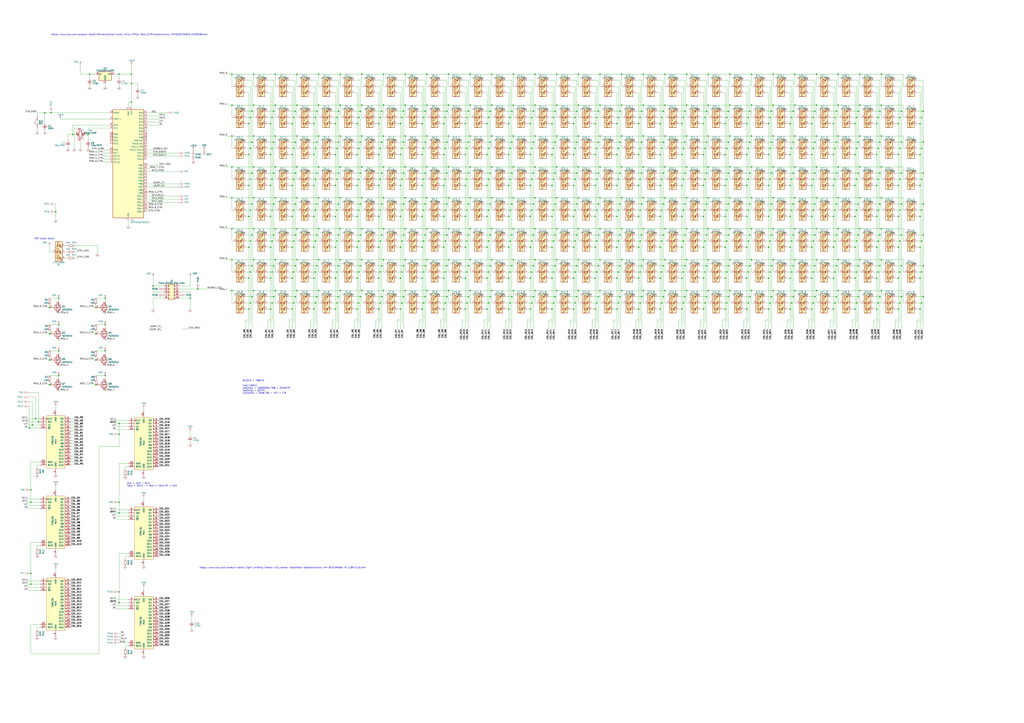
<source format=kicad_sch>
(kicad_sch (version 20230121) (generator eeschema)
  (paper "A1")
  (junction (at 365.76 172.72))
  (junction (at 224.79 243.84))
  (junction (at 702.31 228.6))
  (junction (at 542.29 228.6))
  (junction (at 563.88 60.96))
  (junction (at 279.4 238.76))
  (junction (at 420.37 91.44))
  (junction (at 506.73 228.6))
  (junction (at 347.98 198.12))
  (junction (at 668.02 198.12))
  (junction (at 687.07 243.84))
  (junction (at 651.51 142.24))
  (junction (at 208.28 111.76))
  (junction (at 454.66 223.52))
  (junction (at 560.07 254))
  (junction (at 703.58 223.52))
  (junction (at 438.15 91.44))
  (junction (at 382.27 177.8))
  (junction (at 207.01 243.84))
  (junction (at 631.19 254))
  (junction (at 687.07 91.44))
  (junction (at 349.25 167.64))
  (junction (at 402.59 167.64))
  (junction (at 471.17 127))
  (junction (at 506.73 203.2))
  (junction (at 650.24 121.92))
  (junction (at 595.63 254))
  (junction (at 527.05 193.04))
  (junction (at 384.81 243.84))
  (junction (at 368.3 137.16))
  (junction (at 688.34 213.36))
  (junction (at 580.39 193.04))
  (junction (at 78.74 316.23))
  (junction (at 400.05 203.2))
  (junction (at 190.5 60.96))
  (junction (at 365.76 198.12))
  (junction (at 382.27 254))
  (junction (at 631.19 127))
  (junction (at 756.92 198.12))
  (junction (at 560.07 177.8))
  (junction (at 471.17 203.2))
  (junction (at 24.13 351.79))
  (junction (at 328.93 127))
  (junction (at 240.03 177.8))
  (junction (at 41.91 92.71))
  (junction (at 758.19 243.84))
  (junction (at 125.73 234.95))
  (junction (at 364.49 127))
  (junction (at 365.76 121.92))
  (junction (at 579.12 198.12))
  (junction (at 527.05 116.84))
  (junction (at 332.74 187.96))
  (junction (at 40.64 316.23))
  (junction (at 417.83 127))
  (junction (at 492.76 187.96))
  (junction (at 439.42 111.76))
  (junction (at 403.86 111.76))
  (junction (at 524.51 177.8))
  (junction (at 222.25 177.8))
  (junction (at 544.83 91.44))
  (junction (at 330.2 172.72))
  (junction (at 490.22 121.92))
  (junction (at 368.3 60.96))
  (junction (at 36.83 92.71))
  (junction (at 546.1 60.96))
  (junction (at 614.68 198.12))
  (junction (at 720.09 152.4))
  (junction (at 332.74 213.36))
  (junction (at 242.57 167.64))
  (junction (at 313.69 218.44))
  (junction (at 685.8 121.92))
  (junction (at 685.8 147.32))
  (junction (at 347.98 96.52))
  (junction (at 666.75 101.6))
  (junction (at 580.39 91.44))
  (junction (at 417.83 203.2))
  (junction (at 721.36 223.52))
  (junction (at 400.05 177.8))
  (junction (at 613.41 101.6))
  (junction (at 546.1 137.16))
  (junction (at 72.39 110.49))
  (junction (at 419.1 172.72))
  (junction (at 474.98 238.76))
  (junction (at 720.09 127))
  (junction (at 457.2 187.96))
  (junction (at 226.06 238.76))
  (junction (at 563.88 162.56))
  (junction (at 472.44 96.52))
  (junction (at 240.03 254))
  (junction (at 704.85 91.44))
  (junction (at 631.19 101.6))
  (junction (at 275.59 228.6))
  (junction (at 295.91 218.44))
  (junction (at 421.64 137.16))
  (junction (at 224.79 116.84))
  (junction (at 367.03 142.24))
  (junction (at 454.66 96.52))
  (junction (at 204.47 203.2))
  (junction (at 595.63 228.6))
  (junction (at 703.58 198.12))
  (junction (at 208.28 187.96))
  (junction (at 506.73 152.4))
  (junction (at 204.47 152.4))
  (junction (at 207.01 116.84))
  (junction (at 651.51 167.64))
  (junction (at 48.26 288.29))
  (junction (at 581.66 86.36))
  (junction (at 543.56 121.92))
  (junction (at 295.91 193.04))
  (junction (at 243.84 111.76))
  (junction (at 365.76 223.52))
  (junction (at 473.71 142.24))
  (junction (at 421.64 162.56))
  (junction (at 107.95 60.96))
  (junction (at 403.86 238.76))
  (junction (at 435.61 101.6))
  (junction (at 259.08 121.92))
  (junction (at 261.62 137.16))
  (junction (at 669.29 243.84))
  (junction (at 261.62 162.56))
  (junction (at 349.25 193.04))
  (junction (at 162.56 237.49))
  (junction (at 614.68 147.32))
  (junction (at 107.95 83.82))
  (junction (at 506.73 127))
  (junction (at 457.2 86.36))
  (junction (at 704.85 193.04))
  (junction (at 739.14 121.92))
  (junction (at 297.18 187.96))
  (junction (at 525.78 172.72))
  (junction (at 367.03 218.44))
  (junction (at 721.36 96.52))
  (junction (at 222.25 127))
  (junction (at 758.19 142.24))
  (junction (at 403.86 213.36))
  (junction (at 332.74 137.16))
  (junction (at 473.71 218.44))
  (junction (at 670.56 60.96))
  (junction (at 223.52 223.52))
  (junction (at 614.68 248.92))
  (junction (at 633.73 243.84))
  (junction (at 613.41 254))
  (junction (at 546.1 86.36))
  (junction (at 364.49 177.8))
  (junction (at 546.1 162.56))
  (junction (at 652.78 238.76))
  (junction (at 275.59 152.4))
  (junction (at 704.85 167.64))
  (junction (at 740.41 91.44))
  (junction (at 313.69 142.24))
  (junction (at 205.74 248.92))
  (junction (at 384.81 193.04))
  (junction (at 490.22 147.32))
  (junction (at 204.47 254))
  (junction (at 706.12 111.76))
  (junction (at 509.27 243.84))
  (junction (at 259.08 96.52))
  (junction (at 279.4 213.36))
  (junction (at 293.37 254))
  (junction (at 580.39 167.64))
  (junction (at 436.88 147.32))
  (junction (at 561.34 248.92))
  (junction (at 737.87 177.8))
  (junction (at 439.42 137.16))
  (junction (at 651.51 91.44))
  (junction (at 314.96 238.76))
  (junction (at 546.1 213.36))
  (junction (at 350.52 60.96))
  (junction (at 297.18 238.76))
  (junction (at 207.01 218.44))
  (junction (at 190.5 162.56))
  (junction (at 347.98 172.72))
  (junction (at 488.95 101.6))
  (junction (at 223.52 147.32))
  (junction (at 491.49 91.44))
  (junction (at 208.28 238.76))
  (junction (at 648.97 254))
  (junction (at 384.81 142.24))
  (junction (at 542.29 254))
  (junction (at 26.67 349.25))
  (junction (at 207.01 193.04))
  (junction (at 739.14 248.92))
  (junction (at 207.01 91.44))
  (junction (at 313.69 91.44))
  (junction (at 419.1 248.92))
  (junction (at 474.98 213.36))
  (junction (at 364.49 152.4))
  (junction (at 524.51 254))
  (junction (at 386.08 137.16))
  (junction (at 668.02 223.52))
  (junction (at 542.29 101.6))
  (junction (at 527.05 218.44))
  (junction (at 510.54 162.56))
  (junction (at 401.32 223.52))
  (junction (at 755.65 254))
  (junction (at 224.79 142.24))
  (junction (at 544.83 167.64))
  (junction (at 453.39 203.2))
  (junction (at 294.64 96.52))
  (junction (at 368.3 111.76))
  (junction (at 241.3 248.92))
  (junction (at 617.22 111.76))
  (junction (at 542.29 152.4))
  (junction (at 546.1 111.76))
  (junction (at 580.39 243.84))
  (junction (at 472.44 147.32))
  (junction (at 702.31 203.2))
  (junction (at 295.91 243.84))
  (junction (at 492.76 60.96))
  (junction (at 73.66 60.96))
  (junction (at 97.79 347.98))
  (junction (at 599.44 86.36))
  (junction (at 596.9 147.32))
  (junction (at 544.83 116.84))
  (junction (at 687.07 116.84))
  (junction (at 670.56 213.36))
  (junction (at 668.02 147.32))
  (junction (at 702.31 254))
  (junction (at 259.08 147.32))
  (junction (at 257.81 254))
  (junction (at 382.27 152.4))
  (junction (at 349.25 116.84))
  (junction (at 471.17 254))
  (junction (at 508 198.12))
  (junction (at 347.98 223.52))
  (junction (at 648.97 152.4))
  (junction (at 613.41 177.8))
  (junction (at 599.44 162.56))
  (junction (at 331.47 167.64))
  (junction (at 617.22 137.16))
  (junction (at 204.47 101.6))
  (junction (at 471.17 228.6))
  (junction (at 259.08 198.12))
  (junction (at 314.96 137.16))
  (junction (at 383.54 121.92))
  (junction (at 525.78 223.52))
  (junction (at 276.86 198.12))
  (junction (at 455.93 193.04))
  (junction (at 685.8 172.72))
  (junction (at 491.49 218.44))
  (junction (at 294.64 198.12))
  (junction (at 226.06 86.36))
  (junction (at 471.17 152.4))
  (junction (at 685.8 223.52))
  (junction (at 617.22 213.36))
  (junction (at 544.83 193.04))
  (junction (at 527.05 91.44))
  (junction (at 349.25 218.44))
  (junction (at 703.58 96.52))
  (junction (at 364.49 203.2))
  (junction (at 631.19 177.8))
  (junction (at 722.63 91.44))
  (junction (at 596.9 223.52))
  (junction (at 436.88 223.52))
  (junction (at 635 137.16))
  (junction (at 420.37 193.04))
  (junction (at 508 96.52))
  (junction (at 702.31 101.6))
  (junction (at 455.93 91.44))
  (junction (at 312.42 198.12))
  (junction (at 279.4 137.16))
  (junction (at 313.69 167.64))
  (junction (at 706.12 137.16))
  (junction (at 706.12 86.36))
  (junction (at 560.07 152.4))
  (junction (at 222.25 101.6))
  (junction (at 438.15 243.84))
  (junction (at 241.3 96.52))
  (junction (at 737.87 254))
  (junction (at 474.98 162.56))
  (junction (at 599.44 60.96))
  (junction (at 275.59 203.2))
  (junction (at 350.52 137.16))
  (junction (at 279.4 60.96))
  (junction (at 222.25 254))
  (junction (at 474.98 111.76))
  (junction (at 561.34 96.52))
  (junction (at 723.9 162.56))
  (junction (at 419.1 223.52))
  (junction (at 579.12 147.32))
  (junction (at 257.81 177.8))
  (junction (at 454.66 172.72))
  (junction (at 721.36 121.92))
  (junction (at 453.39 101.6))
  (junction (at 279.4 111.76))
  (junction (at 314.96 187.96))
  (junction (at 261.62 86.36))
  (junction (at 613.41 203.2))
  (junction (at 156.21 245.11))
  (junction (at 581.66 111.76))
  (junction (at 25.4 412.75))
  (junction (at 581.66 213.36))
  (junction (at 542.29 203.2))
  (junction (at 543.56 147.32))
  (junction (at 581.66 137.16))
  (junction (at 402.59 193.04))
  (junction (at 688.34 86.36))
  (junction (at 670.56 187.96))
  (junction (at 684.53 203.2))
  (junction (at 261.62 238.76))
  (junction (at 722.63 243.84))
  (junction (at 758.19 218.44))
  (junction (at 614.68 121.92))
  (junction (at 563.88 187.96))
  (junction (at 706.12 60.96))
  (junction (at 346.71 101.6))
  (junction (at 720.09 177.8))
  (junction (at 260.35 218.44))
  (junction (at 490.22 223.52))
  (junction (at 241.3 198.12))
  (junction (at 543.56 248.92))
  (junction (at 617.22 187.96))
  (junction (at 703.58 121.92))
  (junction (at 205.74 172.72))
  (junction (at 615.95 116.84))
  (junction (at 579.12 248.92))
  (junction (at 278.13 193.04))
  (junction (at 508 223.52))
  (junction (at 279.4 162.56))
  (junction (at 528.32 137.16))
  (junction (at 527.05 142.24))
  (junction (at 632.46 147.32))
  (junction (at 491.49 116.84))
  (junction (at 257.81 203.2))
  (junction (at 595.63 177.8))
  (junction (at 524.51 203.2))
  (junction (at 598.17 193.04))
  (junction (at 563.88 137.16))
  (junction (at 439.42 162.56))
  (junction (at 581.66 60.96))
  (junction (at 453.39 127))
  (junction (at 224.79 91.44))
  (junction (at 454.66 147.32))
  (junction (at 313.69 243.84))
  (junction (at 454.66 121.92))
  (junction (at 706.12 162.56))
  (junction (at 455.93 116.84))
  (junction (at 685.8 248.92))
  (junction (at 473.71 116.84))
  (junction (at 722.63 142.24))
  (junction (at 97.79 495.3))
  (junction (at 632.46 172.72))
  (junction (at 421.64 60.96))
  (junction (at 400.05 152.4))
  (junction (at 294.64 147.32))
  (junction (at 740.41 193.04))
  (junction (at 740.41 116.84))
  (junction (at 276.86 121.92))
  (junction (at 473.71 193.04))
  (junction (at 652.78 111.76))
  (junction (at 562.61 218.44))
  (junction (at 740.41 218.44))
  (junction (at 438.15 218.44))
  (junction (at 703.58 147.32))
  (junction (at 543.56 96.52))
  (junction (at 508 121.92))
  (junction (at 97.79 486.41))
  (junction (at 599.44 213.36))
  (junction (at 78.74 252.73))
  (junction (at 651.51 218.44))
  (junction (at 297.18 60.96))
  (junction (at 687.07 218.44))
  (junction (at 652.78 137.16))
  (junction (at 224.79 193.04))
  (junction (at 688.34 162.56))
  (junction (at 758.19 167.64))
  (junction (at 737.87 152.4))
  (junction (at 420.37 116.84))
  (junction (at 739.14 198.12))
  (junction (at 474.98 187.96))
  (junction (at 435.61 228.6))
  (junction (at 190.5 137.16))
  (junction (at 384.81 116.84))
  (junction (at 684.53 177.8))
  (junction (at 421.64 187.96))
  (junction (at 243.84 238.76))
  (junction (at 419.1 147.32))
  (junction (at 350.52 111.76))
  (junction (at 528.32 162.56))
  (junction (at 208.28 213.36))
  (junction (at 276.86 147.32))
  (junction (at 242.57 193.04))
  (junction (at 419.1 121.92))
  (junction (at 561.34 172.72))
  (junction (at 421.64 213.36))
  (junction (at 581.66 238.76))
  (junction (at 97.79 60.96))
  (junction (at 293.37 152.4))
  (junction (at 617.22 60.96))
  (junction (at 419.1 198.12))
  (junction (at 737.87 127))
  (junction (at 439.42 238.76))
  (junction (at 684.53 228.6))
  (junction (at 331.47 218.44))
  (junction (at 417.83 177.8))
  (junction (at 402.59 91.44))
  (junction (at 243.84 187.96))
  (junction (at 706.12 187.96))
  (junction (at 455.93 243.84))
  (junction (at 328.93 152.4))
  (junction (at 453.39 228.6))
  (junction (at 278.13 218.44))
  (junction (at 31.75 346.71))
  (junction (at 241.3 172.72))
  (junction (at 417.83 254))
  (junction (at 492.76 213.36))
  (junction (at 525.78 248.92))
  (junction (at 403.86 162.56))
  (junction (at 204.47 177.8))
  (junction (at 367.03 116.84))
  (junction (at 506.73 177.8))
  (junction (at 365.76 248.92))
  (junction (at 488.95 254))
  (junction (at 331.47 243.84))
  (junction (at 223.52 198.12))
  (junction (at 492.76 238.76))
  (junction (at 453.39 254))
  (junction (at 488.95 177.8))
  (junction (at 510.54 60.96))
  (junction (at 294.64 248.92))
  (junction (at 364.49 254))
  (junction (at 720.09 254))
  (junction (at 278.13 243.84))
  (junction (at 524.51 152.4))
  (junction (at 650.24 248.92))
  (junction (at 525.78 96.52))
  (junction (at 737.87 203.2))
  (junction (at 491.49 167.64))
  (junction (at 208.28 162.56))
  (junction (at 365.76 96.52))
  (junction (at 402.59 243.84))
  (junction (at 260.35 142.24))
  (junction (at 259.08 223.52))
  (junction (at 577.85 228.6))
  (junction (at 346.71 127))
  (junction (at 669.29 142.24))
  (junction (at 688.34 60.96))
  (junction (at 240.03 203.2))
  (junction (at 365.76 147.32))
  (junction (at 474.98 137.16))
  (junction (at 684.53 101.6))
  (junction (at 614.68 96.52))
  (junction (at 614.68 172.72))
  (junction (at 240.03 152.4))
  (junction (at 510.54 86.36))
  (junction (at 650.24 198.12))
  (junction (at 510.54 137.16))
  (junction (at 687.07 167.64))
  (junction (at 312.42 147.32))
  (junction (at 383.54 147.32))
  (junction (at 457.2 60.96))
  (junction (at 29.21 344.17))
  (junction (at 382.27 228.6))
  (junction (at 295.91 167.64))
  (junction (at 648.97 101.6))
  (junction (at 332.74 238.76))
  (junction (at 562.61 142.24))
  (junction (at 297.18 213.36))
  (junction (at 595.63 203.2))
  (junction (at 223.52 121.92))
  (junction (at 670.56 86.36))
  (junction (at 510.54 187.96))
  (junction (at 702.31 177.8))
  (junction (at 240.03 127))
  (junction (at 421.64 238.76))
  (junction (at 439.42 187.96))
  (junction (at 368.3 213.36))
  (junction (at 651.51 193.04))
  (junction (at 257.81 228.6))
  (junction (at 651.51 116.84))
  (junction (at 756.92 121.92))
  (junction (at 312.42 172.72))
  (junction (at 242.57 243.84))
  (junction (at 666.75 254))
  (junction (at 546.1 238.76))
  (junction (at 579.12 223.52))
  (junction (at 544.83 218.44))
  (junction (at 86.36 288.29))
  (junction (at 756.92 248.92))
  (junction (at 368.3 162.56))
  (junction (at 293.37 203.2))
  (junction (at 635 162.56))
  (junction (at 260.35 167.64))
  (junction (at 276.86 172.72))
  (junction (at 666.75 228.6))
  (junction (at 457.2 238.76))
  (junction (at 330.2 198.12))
  (junction (at 367.03 193.04))
  (junction (at 562.61 116.84))
  (junction (at 78.74 274.32))
  (junction (at 723.9 137.16))
  (junction (at 205.74 121.92))
  (junction (at 492.76 86.36))
  (junction (at 561.34 147.32))
  (junction (at 652.78 162.56))
  (junction (at 403.86 60.96))
  (junction (at 651.51 243.84))
  (junction (at 525.78 121.92))
  (junction (at 598.17 218.44))
  (junction (at 295.91 91.44))
  (junction (at 740.41 167.64))
  (junction (at 223.52 248.92))
  (junction (at 435.61 254))
  (junction (at 190.5 213.36))
  (junction (at 226.06 162.56))
  (junction (at 506.73 101.6))
  (junction (at 508 147.32))
  (junction (at 311.15 203.2))
  (junction (at 580.39 218.44))
  (junction (at 474.98 60.96))
  (junction (at 204.47 127))
  (junction (at 402.59 116.84))
  (junction (at 439.42 86.36))
  (junction (at 208.28 137.16))
  (junction (at 420.37 218.44))
  (junction (at 453.39 177.8))
  (junction (at 242.57 142.24))
  (junction (at 488.95 203.2))
  (junction (at 491.49 243.84))
  (junction (at 346.71 203.2))
  (junction (at 563.88 238.76))
  (junction (at 261.62 187.96))
  (junction (at 670.56 137.16))
  (junction (at 383.54 96.52))
  (junction (at 563.88 86.36))
  (junction (at 205.74 223.52))
  (junction (at 527.05 167.64))
  (junction (at 401.32 198.12))
  (junction (at 386.08 60.96))
  (junction (at 457.2 137.16))
  (junction (at 293.37 127))
  (junction (at 313.69 193.04))
  (junction (at 561.34 198.12))
  (junction (at 687.07 193.04))
  (junction (at 615.95 91.44))
  (junction (at 579.12 96.52))
  (junction (at 755.65 228.6))
  (junction (at 205.74 96.52))
  (junction (at 615.95 142.24))
  (junction (at 650.24 96.52))
  (junction (at 684.53 127))
  (junction (at 688.34 111.76))
  (junction (at 670.56 238.76))
  (junction (at 527.05 243.84))
  (junction (at 615.95 243.84))
  (junction (at 86.36 245.11))
  (junction (at 577.85 127))
  (junction (at 528.32 213.36))
  (junction (at 257.81 127))
  (junction (at 488.95 152.4))
  (junction (at 508 248.92))
  (junction (at 403.86 137.16))
  (junction (at 207.01 167.64))
  (junction (at 401.32 147.32))
  (junction (at 685.8 96.52))
  (junction (at 632.46 248.92))
  (junction (at 737.87 101.6))
  (junction (at 382.27 101.6))
  (junction (at 632.46 121.92))
  (junction (at 739.14 172.72))
  (junction (at 401.32 172.72))
  (junction (at 598.17 167.64))
  (junction (at 755.65 152.4))
  (junction (at 457.2 162.56))
  (junction (at 635 187.96))
  (junction (at 367.03 167.64))
  (junction (at 454.66 198.12))
  (junction (at 311.15 228.6))
  (junction (at 506.73 254))
  (junction (at 368.3 187.96))
  (junction (at 347.98 121.92))
  (junction (at 383.54 198.12))
  (junction (at 723.9 86.36))
  (junction (at 577.85 203.2))
  (junction (at 739.14 96.52))
  (junction (at 648.97 203.2))
  (junction (at 509.27 193.04))
  (junction (at 347.98 147.32))
  (junction (at 596.9 248.92))
  (junction (at 350.52 187.96))
  (junction (at 435.61 127))
  (junction (at 598.17 116.84))
  (junction (at 528.32 60.96))
  (junction (at 471.17 177.8))
  (junction (at 543.56 172.72))
  (junction (at 438.15 116.84))
  (junction (at 635 111.76))
  (junction (at 704.85 218.44))
  (junction (at 721.36 248.92))
  (junction (at 330.2 121.92))
  (junction (at 577.85 101.6))
  (junction (at 276.86 248.92))
  (junction (at 509.27 218.44))
  (junction (at 706.12 238.76))
  (junction (at 615.95 218.44))
  (junction (at 226.06 213.36))
  (junction (at 223.52 96.52))
  (junction (at 259.08 248.92))
  (junction (at 688.34 238.76))
  (junction (at 488.95 127))
  (junction (at 490.22 96.52))
  (junction (at 190.5 238.76))
  (junction (at 720.09 228.6))
  (junction (at 509.27 167.64))
  (junction (at 48.26 245.11))
  (junction (at 669.29 218.44))
  (junction (at 347.98 248.92))
  (junction (at 384.81 218.44))
  (junction (at 723.9 238.76))
  (junction (at 617.22 86.36))
  (junction (at 508 172.72))
  (junction (at 331.47 142.24))
  (junction (at 720.09 203.2))
  (junction (at 755.65 177.8))
  (junction (at 243.84 162.56))
  (junction (at 48.26 266.7))
  (junction (at 632.46 198.12))
  (junction (at 438.15 142.24))
  (junction (at 455.93 142.24))
  (junction (at 241.3 147.32))
  (junction (at 349.25 243.84))
  (junction (at 205.74 198.12))
  (junction (at 721.36 198.12))
  (junction (at 635 238.76))
  (junction (at 491.49 193.04))
  (junction (at 314.96 162.56))
  (junction (at 205.74 147.32))
  (junction (at 331.47 193.04))
  (junction (at 438.15 167.64))
  (junction (at 562.61 193.04))
  (junction (at 739.14 223.52))
  (junction (at 542.29 177.8))
  (junction (at 346.71 177.8))
  (junction (at 86.36 308.61))
  (junction (at 297.18 111.76))
  (junction (at 723.9 111.76))
  (junction (at 384.81 167.64))
  (junction (at 346.71 152.4))
  (junction (at 510.54 238.76))
  (junction (at 97.79 356.87))
  (junction (at 668.02 248.92))
  (junction (at 528.32 187.96))
  (junction (at 226.06 187.96))
  (junction (at 599.44 111.76))
  (junction (at 650.24 223.52))
  (junction (at 224.79 218.44))
  (junction (at 755.65 101.6))
  (junction (at 420.37 142.24))
  (junction (at 721.36 172.72))
  (junction (at 453.39 152.4))
  (junction (at 25.4 471.17))
  (junction (at 560.07 101.6))
  (junction (at 260.35 193.04))
  (junction (at 364.49 228.6))
  (junction (at 703.58 172.72))
  (junction (at 599.44 187.96))
  (junction (at 737.87 228.6))
  (junction (at 276.86 223.52))
  (junction (at 436.88 96.52))
  (junction (at 293.37 177.8))
  (junction (at 561.34 121.92))
  (junction (at 226.06 60.96))
  (junction (at 278.13 116.84))
  (junction (at 293.37 228.6))
  (junction (at 650.24 147.32))
  (junction (at 473.71 243.84))
  (junction (at 349.25 142.24))
  (junction (at 598.17 91.44))
  (junction (at 242.57 91.44))
  (junction (at 383.54 223.52))
  (junction (at 595.63 101.6))
  (junction (at 313.69 116.84))
  (junction (at 401.32 121.92))
  (junction (at 562.61 167.64))
  (junction (at 721.36 147.32))
  (junction (at 562.61 243.84))
  (junction (at 240.03 228.6))
  (junction (at 330.2 223.52))
  (junction (at 563.88 111.76))
  (junction (at 581.66 162.56))
  (junction (at 615.95 167.64))
  (junction (at 417.83 101.6))
  (junction (at 386.08 238.76))
  (junction (at 577.85 152.4))
  (junction (at 560.07 228.6))
  (junction (at 190.5 86.36))
  (junction (at 226.06 111.76))
  (junction (at 86.36 266.7))
  (junction (at 257.81 101.6))
  (junction (at 312.42 121.92))
  (junction (at 278.13 142.24))
  (junction (at 223.52 172.72))
  (junction (at 421.64 111.76))
  (junction (at 386.08 162.56))
  (junction (at 652.78 213.36))
  (junction (at 543.56 223.52))
  (junction (at 599.44 238.76))
  (junction (at 367.03 91.44))
  (junction (at 243.84 60.96))
  (junction (at 350.52 213.36))
  (junction (at 190.5 187.96))
  (junction (at 261.62 213.36))
  (junction (at 509.27 142.24))
  (junction (at 312.42 223.52))
  (junction (at 635 86.36))
  (junction (at 311.15 254))
  (junction (at 25.4 480.06))
  (junction (at 417.83 152.4))
  (junction (at 455.93 167.64))
  (junction (at 580.39 116.84))
  (junction (at 328.93 203.2))
  (junction (at 652.78 86.36))
  (junction (at 243.84 213.36))
  (junction (at 669.29 193.04))
  (junction (at 563.88 213.36))
  (junction (at 525.78 198.12))
  (junction (at 740.41 243.84))
  (junction (at 59.69 110.49))
  (junction (at 222.25 203.2))
  (junction (at 740.41 142.24))
  (junction (at 328.93 177.8))
  (junction (at 596.9 96.52))
  (junction (at 599.44 137.16))
  (junction (at 386.08 86.36))
  (junction (at 257.81 152.4))
  (junction (at 240.03 101.6))
  (junction (at 311.15 177.8))
  (junction (at 241.3 121.92))
  (junction (at 294.64 121.92))
  (junction (at 704.85 243.84))
  (junction (at 631.19 152.4))
  (junction (at 687.07 142.24))
  (junction (at 328.93 254))
  (junction (at 615.95 193.04))
  (junction (at 756.92 96.52))
  (junction (at 439.42 213.36))
  (junction (at 685.8 198.12))
  (junction (at 688.34 187.96))
  (junction (at 331.47 91.44))
  (junction (at 524.51 127))
  (junction (at 419.1 96.52))
  (junction (at 45.72 173.99))
  (junction (at 436.88 198.12))
  (junction (at 648.97 228.6))
  (junction (at 208.28 86.36))
  (junction (at 722.63 218.44))
  (junction (at 386.08 111.76))
  (junction (at 544.83 243.84))
  (junction (at 561.34 223.52))
  (junction (at 294.64 223.52))
  (junction (at 490.22 248.92))
  (junction (at 204.47 228.6))
  (junction (at 633.73 193.04))
  (junction (at 346.71 254))
  (junction (at 261.62 60.96))
  (junction (at 758.19 91.44))
  (junction (at 635 60.96))
  (junction (at 581.66 187.96))
  (junction (at 314.96 111.76))
  (junction (at 346.71 228.6))
  (junction (at 668.02 96.52))
  (junction (at 295.91 116.84))
  (junction (at 294.64 172.72))
  (junction (at 510.54 213.36))
  (junction (at 330.2 248.92))
  (junction (at 472.44 248.92))
  (junction (at 330.2 147.32))
  (junction (at 755.65 127))
  (junction (at 669.29 167.64))
  (junction (at 454.66 248.92))
  (junction (at 314.96 60.96))
  (junction (at 723.9 60.96))
  (junction (at 107.95 68.58))
  (junction (at 688.34 137.16))
  (junction (at 260.35 91.44))
  (junction (at 386.08 213.36))
  (junction (at 278.13 91.44))
  (junction (at 652.78 187.96))
  (junction (at 652.78 60.96))
  (junction (at 666.75 177.8))
  (junction (at 528.32 238.76))
  (junction (at 243.84 86.36))
  (junction (at 190.5 111.76))
  (junction (at 241.3 223.52))
  (junction (at 384.81 91.44))
  (junction (at 472.44 121.92))
  (junction (at 435.61 152.4))
  (junction (at 78.74 295.91))
  (junction (at 632.46 223.52))
  (junction (at 510.54 111.76))
  (junction (at 279.4 86.36))
  (junction (at 402.59 218.44))
  (junction (at 295.91 142.24))
  (junction (at 25.4 402.59))
  (junction (at 492.76 137.16))
  (junction (at 226.06 137.16))
  (junction (at 400.05 254))
  (junction (at 560.07 203.2))
  (junction (at 684.53 152.4))
  (junction (at 364.49 101.6))
  (junction (at 472.44 198.12))
  (junction (at 617.22 238.76))
  (junction (at 222.25 152.4))
  (junction (at 704.85 116.84))
  (junction (at 490.22 172.72))
  (junction (at 722.63 167.64))
  (junction (at 349.25 91.44))
  (junction (at 331.47 116.84))
  (junction (at 669.29 91.44))
  (junction (at 596.9 198.12))
  (junction (at 275.59 101.6))
  (junction (at 420.37 243.84))
  (junction (at 350.52 162.56))
  (junction (at 596.9 172.72))
  (junction (at 560.07 127))
  (junction (at 579.12 172.72))
  (junction (at 704.85 142.24))
  (junction (at 543.56 198.12))
  (junction (at 368.3 238.76))
  (junction (at 400.05 127))
  (junction (at 417.83 228.6))
  (junction (at 242.57 116.84))
  (junction (at 368.3 86.36))
  (junction (at 669.29 116.84))
  (junction (at 312.42 96.52))
  (junction (at 243.84 137.16))
  (junction (at 297.18 86.36))
  (junction (at 97.79 412.75))
  (junction (at 457.2 111.76))
  (junction (at 577.85 254))
  (junction (at 614.68 223.52))
  (junction (at 275.59 177.8))
  (junction (at 208.28 60.96))
  (junction (at 260.35 116.84))
  (junction (at 328.93 228.6))
  (junction (at 668.02 172.72))
  (junction (at 598.17 142.24))
  (junction (at 703.58 248.92))
  (junction (at 648.97 177.8))
  (junction (at 473.71 91.44))
  (junction (at 224.79 167.64))
  (junction (at 293.37 101.6))
  (junction (at 632.46 96.52))
  (junction (at 350.52 86.36))
  (junction (at 278.13 167.64))
  (junction (at 350.52 238.76))
  (junction (at 720.09 101.6))
  (junction (at 402.59 142.24))
  (junction (at 260.35 243.84))
  (junction (at 524.51 101.6))
  (junction (at 722.63 193.04))
  (junction (at 633.73 142.24))
  (junction (at 613.41 127))
  (junction (at 579.12 121.92))
  (junction (at 562.61 91.44))
  (junction (at 524.51 228.6))
  (junction (at 490.22 198.12))
  (junction (at 222.25 228.6))
  (junction (at 386.08 187.96))
  (junction (at 668.02 121.92))
  (junction (at 259.08 172.72))
  (junction (at 684.53 254))
  (junction (at 474.98 86.36))
  (junction (at 40.64 295.91))
  (junction (at 275.59 127))
  (junction (at 436.88 172.72))
  (junction (at 702.31 127))
  (junction (at 438.15 193.04))
  (junction (at 595.63 152.4))
  (junction (at 276.86 96.52))
  (junction (at 617.22 162.56))
  (junction (at 756.92 223.52))
  (junction (at 311.15 127))
  (junction (at 367.03 243.84))
  (junction (at 97.79 421.64))
  (junction (at 756.92 147.32))
  (junction (at 633.73 218.44))
  (junction (at 723.9 187.96))
  (junction (at 261.62 111.76))
  (junction (at 546.1 187.96))
  (junction (at 756.92 172.72))
  (junction (at 435.61 177.8))
  (junction (at 48.26 308.61))
  (junction (at 275.59 254))
  (junction (at 472.44 223.52))
  (junction (at 332.74 162.56))
  (junction (at 596.9 121.92))
  (junction (at 383.54 248.92))
  (junction (at 332.74 60.96))
  (junction (at 670.56 162.56))
  (junction (at 403.86 187.96))
  (junction (at 666.75 203.2))
  (junction (at 598.17 243.84))
  (junction (at 666.75 152.4))
  (junction (at 40.64 274.32))
  (junction (at 382.27 203.2))
  (junction (at 633.73 116.84))
  (junction (at 542.29 127))
  (junction (at 492.76 111.76))
  (junction (at 435.61 203.2))
  (junction (at 311.15 152.4))
  (junction (at 670.56 111.76))
  (junction (at 631.19 228.6))
  (junction (at 332.74 111.76))
  (junction (at 635 213.36))
  (junction (at 613.41 152.4))
  (junction (at 595.63 127))
  (junction (at 400.05 101.6))
  (junction (at 755.65 203.2))
  (junction (at 472.44 172.72))
  (junction (at 332.74 86.36))
  (junction (at 739.14 147.32))
  (junction (at 40.64 252.73))
  (junction (at 544.83 142.24))
  (junction (at 297.18 162.56))
  (junction (at 242.57 218.44))
  (junction (at 666.75 127))
  (junction (at 328.93 101.6))
  (junction (at 702.31 152.4))
  (junction (at 473.71 167.64))
  (junction (at 207.01 142.24))
  (junction (at 401.32 248.92))
  (junction (at 420.37 167.64))
  (junction (at 297.18 137.16))
  (junction (at 650.24 172.72))
  (junction (at 421.64 86.36))
  (junction (at 648.97 127))
  (junction (at 330.2 96.52))
  (junction (at 403.86 86.36))
  (junction (at 631.19 203.2))
  (junction (at 723.9 213.36))
  (junction (at 491.49 142.24))
  (junction (at 488.95 228.6))
  (junction (at 383.54 172.72))
  (junction (at 528.32 111.76))
  (junction (at 706.12 213.36))
  (junction (at 314.96 213.36))
  (junction (at 758.19 116.84))
  (junction (at 312.42 248.92))
  (junction (at 314.96 86.36))
  (junction (at 580.39 142.24))
  (junction (at 525.78 147.32))
  (junction (at 758.19 193.04))
  (junction (at 492.76 162.56))
  (junction (at 577.85 177.8))
  (junction (at 528.32 86.36))
  (junction (at 279.4 187.96))
  (junction (at 311.15 101.6))
  (junction (at 457.2 213.36))
  (junction (at 722.63 116.84))
  (junction (at 509.27 116.84))
  (junction (at 401.32 96.52))
  (junction (at 382.27 127))
  (junction (at 439.42 60.96))
  (junction (at 633.73 91.44))
  (junction (at 455.93 218.44))
  (junction (at 633.73 167.64))
  (junction (at 400.05 228.6))
  (junction (at 436.88 121.92))
  (junction (at 613.41 228.6))
  (junction (at 471.17 101.6))
  (junction (at 509.27 91.44))
  (junction (at 436.88 248.92))
  (wire (pts (xy 473.71 193.04) (xy 473.71 218.44)))
  (wire (pts (xy 563.88 86.36) (xy 581.66 86.36)))
  (wire (pts (xy 386.08 96.52) (xy 387.35 96.52)))
  (wire (pts (xy 313.69 142.24) (xy 308.61 142.24)))
  (wire (pts (xy 81.28 537.21) (xy 81.28 367.03)))
  (wire (pts (xy 704.85 218.44) (xy 704.85 243.84)))
  (wire (pts (xy 278.13 142.24) (xy 278.13 167.64)))
  (wire (pts (xy 525.78 121.92) (xy 525.78 147.32)))
  (wire (pts (xy 557.53 223.52) (xy 561.34 223.52)))
  (wire (pts (xy 294.64 147.32) (xy 294.64 172.72)))
  (wire (pts (xy 295.91 243.84) (xy 290.83 243.84)))
  (wire (pts (xy 314.96 162.56) (xy 332.74 162.56)))
  (wire (pts (xy 557.53 248.92) (xy 561.34 248.92)))
  (wire (pts (xy 439.42 172.72) (xy 440.69 172.72)))
  (wire (pts (xy 720.09 127) (xy 720.09 152.4)))
  (wire (pts (xy 361.95 198.12) (xy 365.76 198.12)))
  (wire (pts (xy 723.9 162.56) (xy 741.68 162.56)))
  (wire (pts (xy 332.74 213.36) (xy 332.74 223.52)))
  (wire (pts (xy 367.03 66.04) (xy 361.95 66.04)))
  (wire (pts (xy 633.73 218.44) (xy 628.65 218.44)))
  (wire (pts (xy 648.97 152.4) (xy 648.97 177.8)))
  (wire (pts (xy 491.49 167.64) (xy 491.49 193.04)))
  (wire (pts (xy 222.25 177.8) (xy 222.25 203.2)))
  (wire (pts (xy 486.41 198.12) (xy 490.22 198.12)))
  (wire (pts (xy 368.3 121.92) (xy 369.57 121.92)))
  (wire (pts (xy 207.01 218.44) (xy 201.93 218.44)))
  (wire (pts (xy 156.21 240.03) (xy 156.21 245.11)))
  (wire (pts (xy 417.83 127) (xy 417.83 152.4)))
  (wire (pts (xy 346.71 177.8) (xy 346.71 203.2)))
  (wire (pts (xy 365.76 172.72) (xy 365.76 198.12)))
  (wire (pts (xy 384.81 142.24) (xy 384.81 167.64)))
  (wire (pts (xy 472.44 147.32) (xy 472.44 172.72)))
  (wire (pts (xy 735.33 96.52) (xy 739.14 96.52)))
  (wire (pts (xy 237.49 76.2) (xy 240.03 76.2)))
  (wire (pts (xy 544.83 142.24) (xy 544.83 167.64)))
  (wire (pts (xy 491.49 142.24) (xy 491.49 167.64)))
  (wire (pts (xy 308.61 177.8) (xy 311.15 177.8)))
  (wire (pts (xy 297.18 213.36) (xy 297.18 223.52)))
  (wire (pts (xy 687.07 142.24) (xy 687.07 167.64)))
  (wire (pts (xy 735.33 223.52) (xy 739.14 223.52)))
  (wire (pts (xy 45.72 167.64) (xy 45.72 173.99)))
  (wire (pts (xy 240.03 264.16) (xy 240.03 270.51)))
  (wire (pts (xy 435.61 264.16) (xy 435.61 270.51)))
  (wire (pts (xy 521.97 172.72) (xy 525.78 172.72)))
  (wire (pts (xy 364.49 264.16) (xy 364.49 270.51)))
  (wire (pts (xy 525.78 264.16) (xy 524.51 264.16)))
  (wire (pts (xy 739.14 264.16) (xy 737.87 264.16)))
  (wire (pts (xy 527.05 91.44) (xy 521.97 91.44)))
  (wire (pts (xy 474.98 172.72) (xy 476.25 172.72)))
  (wire (pts (xy 259.08 96.52) (xy 259.08 121.92)))
  (wire (pts (xy 382.27 101.6) (xy 382.27 127)))
  (wire (pts (xy 599.44 137.16) (xy 599.44 147.32)))
  (wire (pts (xy 539.75 101.6) (xy 542.29 101.6)))
  (wire (pts (xy 508 121.92) (xy 508 147.32)))
  (wire (pts (xy 509.27 116.84) (xy 509.27 142.24)))
  (wire (pts (xy 208.28 238.76) (xy 208.28 248.92)))
  (wire (pts (xy 702.31 127) (xy 702.31 152.4)))
  (wire (pts (xy 308.61 152.4) (xy 311.15 152.4)))
  (wire (pts (xy 755.65 228.6) (xy 755.65 254)))
  (wire (pts (xy 207.01 243.84) (xy 207.01 270.51)))
  (wire (pts (xy 508 71.12) (xy 508 96.52)))
  (wire (pts (xy 224.79 91.44) (xy 219.71 91.44)))
  (wire (pts (xy 546.1 238.76) (xy 546.1 248.92)))
  (wire (pts (xy 521.97 121.92) (xy 525.78 121.92)))
  (wire (pts (xy 510.54 147.32) (xy 511.81 147.32)))
  (wire (pts (xy 473.71 167.64) (xy 473.71 193.04)))
  (wire (pts (xy 204.47 262.89) (xy 201.93 262.89)))
  (wire (pts (xy 648.97 254) (xy 648.97 262.89)))
  (wire (pts (xy 471.17 177.8) (xy 471.17 203.2)))
  (wire (pts (xy 722.63 66.04) (xy 722.63 91.44)))
  (wire (pts (xy 543.56 264.16) (xy 542.29 264.16)))
  (wire (pts (xy 30.48 95.25) (xy 30.48 92.71)))
  (wire (pts (xy 58.42 382.27) (xy 60.96 382.27)))
  (wire (pts (xy 379.73 96.52) (xy 383.54 96.52)))
  (wire (pts (xy 717.55 121.92) (xy 721.36 121.92)))
  (wire (pts (xy 457.2 111.76) (xy 457.2 121.92)))
  (wire (pts (xy 687.07 142.24) (xy 681.99 142.24)))
  (wire (pts (xy 486.41 121.92) (xy 490.22 121.92)))
  (wire (pts (xy 261.62 137.16) (xy 261.62 147.32)))
  (wire (pts (xy 293.37 101.6) (xy 293.37 127)))
  (wire (pts (xy 86.36 308.61) (xy 86.36 311.15)))
  (wire (pts (xy 546.1 121.92) (xy 547.37 121.92)))
  (wire (pts (xy 421.64 60.96) (xy 439.42 60.96)))
  (wire (pts (xy 22.86 344.17) (xy 29.21 344.17)))
  (wire (pts (xy 330.2 96.52) (xy 330.2 121.92)))
  (wire (pts (xy 273.05 76.2) (xy 275.59 76.2)))
  (wire (pts (xy 704.85 91.44) (xy 699.77 91.44)))
  (wire (pts (xy 401.32 71.12) (xy 401.32 96.52)))
  (wire (pts (xy 756.92 223.52) (xy 756.92 248.92)))
  (wire (pts (xy 613.41 262.89) (xy 610.87 262.89)))
  (wire (pts (xy 95.25 424.18) (xy 105.41 424.18)))
  (wire (pts (xy 687.07 193.04) (xy 681.99 193.04)))
  (wire (pts (xy 599.44 238.76) (xy 599.44 248.92)))
  (wire (pts (xy 528.32 71.12) (xy 529.59 71.12)))
  (wire (pts (xy 297.18 213.36) (xy 314.96 213.36)))
  (wire (pts (xy 403.86 111.76) (xy 421.64 111.76)))
  (wire (pts (xy 367.03 116.84) (xy 367.03 142.24)))
  (wire (pts (xy 739.14 96.52) (xy 739.14 121.92)))
  (wire (pts (xy 474.98 121.92) (xy 476.25 121.92)))
  (wire (pts (xy 542.29 177.8) (xy 542.29 203.2)))
  (wire (pts (xy 524.51 228.6) (xy 524.51 254)))
  (wire (pts (xy 242.57 116.84) (xy 242.57 142.24)))
  (wire (pts (xy 580.39 66.04) (xy 575.31 66.04)))
  (wire (pts (xy 439.42 71.12) (xy 440.69 71.12)))
  (wire (pts (xy 417.83 76.2) (xy 417.83 101.6)))
  (wire (pts (xy 669.29 167.64) (xy 669.29 193.04)))
  (wire (pts (xy 610.87 203.2) (xy 613.41 203.2)))
  (wire (pts (xy 130.81 95.25) (xy 120.65 95.25)))
  (wire (pts (xy 293.37 76.2) (xy 293.37 101.6)))
  (wire (pts (xy 386.08 60.96) (xy 386.08 71.12)))
  (wire (pts (xy 208.28 238.76) (xy 226.06 238.76)))
  (wire (pts (xy 668.02 172.72) (xy 668.02 198.12)))
  (wire (pts (xy 617.22 86.36) (xy 635 86.36)))
  (wire (pts (xy 397.51 262.89) (xy 397.51 270.51)))
  (wire (pts (xy 450.85 147.32) (xy 454.66 147.32)))
  (wire (pts (xy 331.47 193.04) (xy 326.39 193.04)))
  (wire (pts (xy 415.29 248.92) (xy 419.1 248.92)))
  (wire (pts (xy 279.4 248.92) (xy 280.67 248.92)))
  (wire (pts (xy 473.71 218.44) (xy 468.63 218.44)))
  (wire (pts (xy 219.71 96.52) (xy 223.52 96.52)))
  (wire (pts (xy 632.46 71.12) (xy 632.46 96.52)))
  (wire (pts (xy 525.78 71.12) (xy 525.78 96.52)))
  (wire (pts (xy 439.42 223.52) (xy 440.69 223.52)))
  (wire (pts (xy 581.66 187.96) (xy 599.44 187.96)))
  (wire (pts (xy 524.51 152.4) (xy 524.51 177.8)))
  (wire (pts (xy 275.59 203.2) (xy 275.59 228.6)))
  (wire (pts (xy 224.79 243.84) (xy 219.71 243.84)))
  (wire (pts (xy 120.65 163.83) (xy 146.05 163.83)))
  (wire (pts (xy 598.17 243.84) (xy 598.17 270.51)))
  (wire (pts (xy 386.08 137.16) (xy 403.86 137.16)))
  (wire (pts (xy 706.12 187.96) (xy 723.9 187.96)))
  (wire (pts (xy 510.54 213.36) (xy 510.54 223.52)))
  (wire (pts (xy 651.51 193.04) (xy 651.51 218.44)))
  (wire (pts (xy 78.74 245.11) (xy 86.36 245.11)))
  (wire (pts (xy 53.34 212.09) (xy 55.88 212.09)))
  (wire (pts (xy 207.01 142.24) (xy 207.01 167.64)))
  (wire (pts (xy 275.59 254) (xy 275.59 262.89)))
  (wire (pts (xy 344.17 248.92) (xy 347.98 248.92)))
  (wire (pts (xy 259.08 198.12) (xy 259.08 223.52)))
  (wire (pts (xy 527.05 193.04) (xy 521.97 193.04)))
  (wire (pts (xy 58.42 351.79) (xy 60.96 351.79)))
  (wire (pts (xy 386.08 111.76) (xy 403.86 111.76)))
  (wire (pts (xy 97.79 69.85) (xy 97.79 71.12)))
  (wire (pts (xy 328.93 264.16) (xy 328.93 270.51)))
  (wire (pts (xy 86.36 68.58) (xy 86.36 71.12)))
  (wire (pts (xy 40.64 274.32) (xy 40.64 271.78)))
  (wire (pts (xy 241.3 248.92) (xy 241.3 264.16)))
  (wire (pts (xy 521.97 228.6) (xy 524.51 228.6)))
  (wire (pts (xy 361.95 152.4) (xy 364.49 152.4)))
  (wire (pts (xy 438.15 243.84) (xy 433.07 243.84)))
  (wire (pts (xy 509.27 218.44) (xy 509.27 243.84)))
  (wire (pts (xy 563.88 162.56) (xy 581.66 162.56)))
  (wire (pts (xy 528.32 248.92) (xy 529.59 248.92)))
  (wire (pts (xy 379.73 147.32) (xy 383.54 147.32)))
  (wire (pts (xy 243.84 86.36) (xy 261.62 86.36)))
  (wire (pts (xy 454.66 172.72) (xy 454.66 198.12)))
  (wire (pts (xy 208.28 248.92) (xy 209.55 248.92)))
  (wire (pts (xy 546.1 162.56) (xy 563.88 162.56)))
  (wire (pts (xy 293.37 203.2) (xy 293.37 228.6)))
  (wire (pts (xy 617.22 223.52) (xy 618.49 223.52)))
  (wire (pts (xy 417.83 262.89) (xy 415.29 262.89)))
  (wire (pts (xy 261.62 137.16) (xy 279.4 137.16)))
  (wire (pts (xy 740.41 218.44) (xy 735.33 218.44)))
  (wire (pts (xy 314.96 198.12) (xy 316.23 198.12)))
  (wire (pts (xy 208.28 162.56) (xy 208.28 172.72)))
  (wire (pts (xy 365.76 147.32) (xy 365.76 172.72)))
  (wire (pts (xy 575.31 223.52) (xy 579.12 223.52)))
  (wire (pts (xy 580.39 66.04) (xy 580.39 91.44)))
  (wire (pts (xy 435.61 254) (xy 435.61 262.89)))
  (wire (pts (xy 240.03 101.6) (xy 240.03 127)))
  (wire (pts (xy 242.57 218.44) (xy 237.49 218.44)))
  (wire (pts (xy 400.05 101.6) (xy 400.05 127)))
  (wire (pts (xy 433.07 152.4) (xy 435.61 152.4)))
  (wire (pts (xy 563.88 60.96) (xy 563.88 71.12)))
  (wire (pts (xy 326.39 172.72) (xy 330.2 172.72)))
  (wire (pts (xy 205.74 96.52) (xy 205.74 121.92)))
  (wire (pts (xy 201.93 152.4) (xy 204.47 152.4)))
  (wire (pts (xy 219.71 262.89) (xy 219.71 270.51)))
  (wire (pts (xy 684.53 264.16) (xy 684.53 270.51)))
  (wire (pts (xy 468.63 177.8) (xy 471.17 177.8)))
  (wire (pts (xy 226.06 60.96) (xy 226.06 71.12)))
  (wire (pts (xy 368.3 96.52) (xy 369.57 96.52)))
  (wire (pts (xy 113.03 72.39) (xy 113.03 68.58)))
  (wire (pts (xy 295.91 116.84) (xy 295.91 142.24)))
  (wire (pts (xy 311.15 101.6) (xy 311.15 127)))
  (wire (pts (xy 664.21 121.92) (xy 668.02 121.92)))
  (wire (pts (xy 344.17 71.12) (xy 347.98 71.12)))
  (wire (pts (xy 308.61 121.92) (xy 312.42 121.92)))
  (wire (pts (xy 295.91 66.04) (xy 290.83 66.04)))
  (wire (pts (xy 454.66 198.12) (xy 454.66 223.52)))
  (wire (pts (xy 753.11 147.32) (xy 756.92 147.32)))
  (wire (pts (xy 255.27 101.6) (xy 257.81 101.6)))
  (wire (pts (xy 755.65 177.8) (xy 755.65 203.2)))
  (wire (pts (xy 688.34 223.52) (xy 689.61 223.52)))
  (wire (pts (xy 651.51 116.84) (xy 646.43 116.84)))
  (wire (pts (xy 613.41 127) (xy 613.41 152.4)))
  (wire (pts (xy 419.1 172.72) (xy 419.1 198.12)))
  (wire (pts (xy 539.75 71.12) (xy 543.56 71.12)))
  (wire (pts (xy 542.29 254) (xy 542.29 262.89)))
  (wire (pts (xy 226.06 96.52) (xy 227.33 96.52)))
  (wire (pts (xy 670.56 198.12) (xy 671.83 198.12)))
  (wire (pts (xy 723.9 172.72) (xy 725.17 172.72)))
  (wire (pts (xy 756.92 172.72) (xy 756.92 198.12)))
  (wire (pts (xy 563.88 121.92) (xy 565.15 121.92)))
  (wire (pts (xy 95.25 500.38) (xy 105.41 500.38)))
  (wire (pts (xy 125.73 240.03) (xy 134.62 240.03)))
  (wire (pts (xy 581.66 147.32) (xy 582.93 147.32)))
  (wire (pts (xy 575.31 254) (xy 577.85 254)))
  (wire (pts (xy 753.11 121.92) (xy 756.92 121.92)))
  (wire (pts (xy 397.51 121.92) (xy 401.32 121.92)))
  (wire (pts (xy 474.98 71.12) (xy 476.25 71.12)))
  (wire (pts (xy 313.69 243.84) (xy 308.61 243.84)))
  (wire (pts (xy 332.74 238.76) (xy 350.52 238.76)))
  (wire (pts (xy 651.51 243.84) (xy 646.43 243.84)))
  (wire (pts (xy 491.49 243.84) (xy 491.49 270.51)))
  (wire (pts (xy 226.06 137.16) (xy 243.84 137.16)))
  (wire (pts (xy 706.12 162.56) (xy 723.9 162.56)))
  (wire (pts (xy 240.03 76.2) (xy 240.03 101.6)))
  (wire (pts (xy 314.96 137.16) (xy 314.96 147.32)))
  (wire (pts (xy 473.71 66.04) (xy 473.71 91.44)))
  (wire (pts (xy 486.41 262.89) (xy 486.41 270.51)))
  (wire (pts (xy 646.43 76.2) (xy 648.97 76.2)))
  (wire (pts (xy 539.75 198.12) (xy 543.56 198.12)))
  (wire (pts (xy 615.95 91.44) (xy 615.95 116.84)))
  (wire (pts (xy 420.37 218.44) (xy 420.37 243.84)))
  (wire (pts (xy 687.07 218.44) (xy 681.99 218.44)))
  (wire (pts (xy 328.93 254) (xy 328.93 262.89)))
  (wire (pts (xy 454.66 71.12) (xy 454.66 96.52)))
  (wire (pts (xy 753.11 248.92) (xy 756.92 248.92)))
  (wire (pts (xy 546.1 187.96) (xy 563.88 187.96)))
  (wire (pts (xy 93.98 60.96) (xy 97.79 60.96)))
  (wire (pts (xy 635 86.36) (xy 635 96.52)))
  (wire (pts (xy 273.05 177.8) (xy 275.59 177.8)))
  (wire (pts (xy 81.28 367.03) (xy 97.79 367.03)))
  (wire (pts (xy 652.78 60.96) (xy 670.56 60.96)))
  (wire (pts (xy 635 121.92) (xy 636.27 121.92)))
  (wire (pts (xy 368.3 172.72) (xy 369.57 172.72)))
  (wire (pts (xy 278.13 91.44) (xy 273.05 91.44)))
  (wire (pts (xy 633.73 116.84) (xy 628.65 116.84)))
  (wire (pts (xy 723.9 121.92) (xy 725.17 121.92)))
  (wire (pts (xy 433.07 121.92) (xy 436.88 121.92)))
  (wire (pts (xy 344.17 121.92) (xy 347.98 121.92)))
  (wire (pts (xy 72.39 105.41) (xy 72.39 110.49)))
  (wire (pts (xy 579.12 172.72) (xy 579.12 198.12)))
  (wire (pts (xy 257.81 127) (xy 257.81 152.4)))
  (wire (pts (xy 403.86 172.72) (xy 405.13 172.72)))
  (wire (pts (xy 273.05 198.12) (xy 276.86 198.12)))
  (wire (pts (xy 717.55 96.52) (xy 721.36 96.52)))
  (wire (pts (xy 367.03 218.44) (xy 361.95 218.44)))
  (wire (pts (xy 207.01 66.04) (xy 207.01 91.44)))
  (wire (pts (xy 403.86 162.56) (xy 421.64 162.56)))
  (wire (pts (xy 403.86 96.52) (xy 405.13 96.52)))
  (wire (pts (xy 670.56 71.12) (xy 671.83 71.12)))
  (wire (pts (xy 261.62 162.56) (xy 279.4 162.56)))
  (wire (pts (xy 595.63 152.4) (xy 595.63 177.8)))
  (wire (pts (xy 666.75 203.2) (xy 666.75 228.6)))
  (wire (pts (xy 403.86 187.96) (xy 421.64 187.96)))
  (wire (pts (xy 297.18 111.76) (xy 314.96 111.76)))
  (wire (pts (xy 539.75 248.92) (xy 543.56 248.92)))
  (wire (pts (xy 383.54 147.32) (xy 383.54 172.72)))
  (wire (pts (xy 397.51 223.52) (xy 401.32 223.52)))
  (wire (pts (xy 402.59 243.84) (xy 402.59 270.51)))
  (wire (pts (xy 488.95 254) (xy 488.95 262.89)))
  (wire (pts (xy 147.32 237.49) (xy 162.56 237.49)))
  (wire (pts (xy 439.42 60.96) (xy 457.2 60.96)))
  (wire (pts (xy 386.08 121.92) (xy 387.35 121.92)))
  (wire (pts (xy 78.74 308.61) (xy 86.36 308.61)))
  (wire (pts (xy 278.13 91.44) (xy 278.13 116.84)))
  (wire (pts (xy 646.43 198.12) (xy 650.24 198.12)))
  (wire (pts (xy 735.33 177.8) (xy 737.87 177.8)))
  (wire (pts (xy 450.85 71.12) (xy 454.66 71.12)))
  (wire (pts (xy 593.09 254) (xy 595.63 254)))
  (wire (pts (xy 350.52 121.92) (xy 351.79 121.92)))
  (wire (pts (xy 261.62 96.52) (xy 262.89 96.52)))
  (wire (pts (xy 562.61 193.04) (xy 557.53 193.04)))
  (wire (pts (xy 723.9 96.52) (xy 725.17 96.52)))
  (wire (pts (xy 546.1 162.56) (xy 546.1 172.72)))
  (wire (pts (xy 664.21 172.72) (xy 668.02 172.72)))
  (wire (pts (xy 290.83 121.92) (xy 294.64 121.92)))
  (wire (pts (xy 439.42 187.96) (xy 439.42 198.12)))
  (wire (pts (xy 349.25 116.84) (xy 349.25 142.24)))
  (wire (pts (xy 688.34 86.36) (xy 688.34 96.52)))
  (wire (pts (xy 457.2 162.56) (xy 457.2 172.72)))
  (wire (pts (xy 257.81 76.2) (xy 257.81 101.6)))
  (wire (pts (xy 595.63 228.6) (xy 595.63 254)))
  (wire (pts (xy 581.66 60.96) (xy 581.66 71.12)))
  (wire (pts (xy 723.9 162.56) (xy 723.9 172.72)))
  (wire (pts (xy 433.07 71.12) (xy 436.88 71.12)))
  (wire (pts (xy 632.46 121.92) (xy 632.46 147.32)))
  (wire (pts (xy 328.93 152.4) (xy 328.93 177.8)))
  (wire (pts (xy 364.49 228.6) (xy 364.49 254)))
  (wire (pts (xy 278.13 116.84) (xy 273.05 116.84)))
  (wire (pts (xy 670.56 213.36) (xy 670.56 223.52)))
  (wire (pts (xy 635 213.36) (xy 635 223.52)))
  (wire (pts (xy 720.09 203.2) (xy 720.09 228.6)))
  (wire (pts (xy 328.93 101.6) (xy 328.93 127)))
  (wire (pts (xy 455.93 142.24) (xy 455.93 167.64)))
  (wire (pts (xy 219.71 101.6) (xy 222.25 101.6)))
  (wire (pts (xy 510.54 162.56) (xy 510.54 172.72)))
  (wire (pts (xy 365.76 96.52) (xy 365.76 121.92)))
  (wire (pts (xy 455.93 243.84) (xy 450.85 243.84)))
  (wire (pts (xy 25.4 480.06) (xy 33.02 480.06)))
  (wire (pts (xy 740.41 91.44) (xy 735.33 91.44)))
  (wire (pts (xy 508 223.52) (xy 508 248.92)))
  (wire (pts (xy 118.11 335.28) (xy 118.11 337.82)))
  (wire (pts (xy 347.98 172.72) (xy 347.98 198.12)))
  (wire (pts (xy 688.34 86.36) (xy 706.12 86.36)))
  (wire (pts (xy 646.43 254) (xy 648.97 254)))
  (wire (pts (xy 219.71 228.6) (xy 222.25 228.6)))
  (wire (pts (xy 415.29 76.2) (xy 417.83 76.2)))
  (wire (pts (xy 379.73 101.6) (xy 382.27 101.6)))
  (wire (pts (xy 610.87 223.52) (xy 614.68 223.52)))
  (wire (pts (xy 491.49 116.84) (xy 491.49 142.24)))
  (wire (pts (xy 633.73 193.04) (xy 633.73 218.44)))
  (wire (pts (xy 293.37 264.16) (xy 293.37 270.51)))
  (wire (pts (xy 544.83 91.44) (xy 544.83 116.84)))
  (wire (pts (xy 723.9 213.36) (xy 723.9 223.52)))
  (wire (pts (xy 22.86 480.06) (xy 25.4 480.06)))
  (wire (pts (xy 521.97 198.12) (xy 525.78 198.12)))
  (wire (pts (xy 492.76 111.76) (xy 492.76 121.92)))
  (wire (pts (xy 670.56 187.96) (xy 688.34 187.96)))
  (wire (pts (xy 528.32 60.96) (xy 546.1 60.96)))
  (wire (pts (xy 755.65 152.4) (xy 755.65 177.8)))
  (wire (pts (xy 226.06 147.32) (xy 227.33 147.32)))
  (wire (pts (xy 384.81 66.04) (xy 379.73 66.04)))
  (wire (pts (xy 294.64 248.92) (xy 294.64 264.16)))
  (wire (pts (xy 561.34 172.72) (xy 561.34 198.12)))
  (wire (pts (xy 397.51 76.2) (xy 400.05 76.2)))
  (wire (pts (xy 521.97 177.8) (xy 524.51 177.8)))
  (wire (pts (xy 397.51 152.4) (xy 400.05 152.4)))
  (wire (pts (xy 650.24 198.12) (xy 650.24 223.52)))
  (wire (pts (xy 666.75 264.16) (xy 666.75 270.51)))
  (wire (pts (xy 617.22 198.12) (xy 618.49 198.12)))
  (wire (pts (xy 737.87 254) (xy 737.87 262.89)))
  (wire (pts (xy 364.49 101.6) (xy 364.49 127)))
  (wire (pts (xy 257.81 254) (xy 257.81 262.89)))
  (wire (pts (xy 346.71 152.4) (xy 346.71 177.8)))
  (wire (pts (xy 652.78 238.76) (xy 652.78 248.92)))
  (wire (pts (xy 402.59 167.64) (xy 397.51 167.64)))
  (wire (pts (xy 312.42 147.32) (xy 312.42 172.72)))
  (wire (pts (xy 384.81 218.44) (xy 379.73 218.44)))
  (wire (pts (xy 279.4 147.32) (xy 280.67 147.32)))
  (wire (pts (xy 510.54 111.76) (xy 510.54 121.92)))
  (wire (pts (xy 279.4 60.96) (xy 297.18 60.96)))
  (wire (pts (xy 509.27 116.84) (xy 504.19 116.84)))
  (wire (pts (xy 579.12 198.12) (xy 579.12 223.52)))
  (wire (pts (xy 419.1 121.92) (xy 419.1 147.32)))
  (wire (pts (xy 436.88 172.72) (xy 436.88 198.12)))
  (wire (pts (xy 438.15 116.84) (xy 438.15 142.24)))
  (wire (pts (xy 632.46 264.16) (xy 631.19 264.16)))
  (wire (pts (xy 580.39 142.24) (xy 575.31 142.24)))
  (wire (pts (xy 631.19 262.89) (xy 628.65 262.89)))
  (wire (pts (xy 361.95 127) (xy 364.49 127)))
  (wire (pts (xy 635 223.52) (xy 636.27 223.52)))
  (wire (pts (xy 314.96 213.36) (xy 314.96 223.52)))
  (wire (pts (xy 755.65 127) (xy 755.65 152.4)))
  (wire (pts (xy 628.65 228.6) (xy 631.19 228.6)))
  (wire (pts (xy 504.19 177.8) (xy 506.73 177.8)))
  (wire (pts (xy 243.84 147.32) (xy 245.11 147.32)))
  (wire (pts (xy 242.57 66.04) (xy 237.49 66.04)))
  (wire (pts (xy 557.53 76.2) (xy 560.07 76.2)))
  (wire (pts (xy 723.9 137.16) (xy 741.68 137.16)))
  (wire (pts (xy 735.33 198.12) (xy 739.14 198.12)))
  (wire (pts (xy 681.99 121.92) (xy 685.8 121.92)))
  (wire (pts (xy 490.22 264.16) (xy 488.95 264.16)))
  (wire (pts (xy 438.15 193.04) (xy 433.07 193.04)))
  (wire (pts (xy 614.68 121.92) (xy 614.68 147.32)))
  (wire (pts (xy 455.93 116.84) (xy 450.85 116.84)))
  (wire (pts (xy 631.19 101.6) (xy 631.19 127)))
  (wire (pts (xy 524.51 254) (xy 524.51 262.89)))
  (wire (pts (xy 58.42 364.49) (xy 60.96 364.49)))
  (wire (pts (xy 506.73 262.89) (xy 504.19 262.89)))
  (wire (pts (xy 753.11 172.72) (xy 756.92 172.72)))
  (wire (pts (xy 474.98 111.76) (xy 474.98 121.92)))
  (wire (pts (xy 755.65 254) (xy 755.65 262.89)))
  (wire (pts (xy 598.17 193.04) (xy 598.17 218.44)))
  (wire (pts (xy 346.71 228.6) (xy 346.71 254)))
  (wire (pts (xy 439.42 238.76) (xy 457.2 238.76)))
  (wire (pts (xy 438.15 167.64) (xy 433.07 167.64)))
  (wire (pts (xy 438.15 142.24) (xy 433.07 142.24)))
  (wire (pts (xy 436.88 248.92) (xy 436.88 264.16)))
  (wire (pts (xy 528.32 60.96) (xy 528.32 71.12)))
  (wire (pts (xy 208.28 86.36) (xy 208.28 96.52)))
  (wire (pts (xy 492.76 137.16) (xy 492.76 147.32)))
  (wire (pts (xy 706.12 86.36) (xy 723.9 86.36)))
  (wire (pts (xy 527.05 66.04) (xy 521.97 66.04)))
  (wire (pts (xy 86.36 288.29) (xy 86.36 290.83)))
  (wire (pts (xy 439.42 111.76) (xy 439.42 121.92)))
  (wire (pts (xy 436.88 121.92) (xy 436.88 147.32)))
  (wire (pts (xy 646.43 147.32) (xy 650.24 147.32)))
  (wire (pts (xy 610.87 177.8) (xy 613.41 177.8)))
  (wire (pts (xy 290.83 248.92) (xy 294.64 248.92)))
  (wire (pts (xy 294.64 121.92) (xy 294.64 147.32)))
  (wire (pts (xy 635 238.76) (xy 652.78 238.76)))
  (wire (pts (xy 402.59 142.24) (xy 397.51 142.24)))
  (wire (pts (xy 685.8 198.12) (xy 685.8 223.52)))
  (wire (pts (xy 326.39 96.52) (xy 330.2 96.52)))
  (wire (pts (xy 22.86 485.14) (xy 33.02 485.14)))
  (wire (pts (xy 753.11 223.52) (xy 756.92 223.52)))
  (wire (pts (xy 468.63 71.12) (xy 472.44 71.12)))
  (wire (pts (xy 528.32 111.76) (xy 528.32 121.92)))
  (wire (pts (xy 651.51 142.24) (xy 646.43 142.24)))
  (wire (pts (xy 506.73 254) (xy 506.73 262.89)))
  (wire (pts (xy 492.76 213.36) (xy 492.76 223.52)))
  (wire (pts (xy 60.96 207.01) (xy 63.5 207.01)))
  (wire (pts (xy 488.95 203.2) (xy 488.95 228.6)))
  (wire (pts (xy 349.25 193.04) (xy 344.17 193.04)))
  (wire (pts (xy 368.3 86.36) (xy 368.3 96.52)))
  (wire (pts (xy 58.42 374.65) (xy 60.96 374.65)))
  (wire (pts (xy 473.71 116.84) (xy 473.71 142.24)))
  (wire (pts (xy 386.08 162.56) (xy 386.08 172.72)))
  (wire (pts (xy 593.09 223.52) (xy 596.9 223.52)))
  (wire (pts (xy 365.76 121.92) (xy 365.76 147.32)))
  (wire (pts (xy 25.4 471.17) (xy 25.4 480.06)))
  (wire (pts (xy 521.97 101.6) (xy 524.51 101.6)))
  (wire (pts (xy 596.9 248.92) (xy 596.9 264.16)))
  (wire (pts (xy 332.74 86.36) (xy 332.74 96.52)))
  (wire (pts (xy 646.43 121.92) (xy 650.24 121.92)))
  (wire (pts (xy 703.58 147.32) (xy 703.58 172.72)))
  (wire (pts (xy 474.98 86.36) (xy 474.98 96.52)))
  (wire (pts (xy 30.48 382.27) (xy 30.48 384.81)))
  (wire (pts (xy 367.03 142.24) (xy 367.03 167.64)))
  (wire (pts (xy 208.28 137.16) (xy 208.28 147.32)))
  (wire (pts (xy 97.79 367.03) (xy 97.79 356.87)))
  (wire (pts (xy 349.25 167.64) (xy 344.17 167.64)))
  (wire (pts (xy 723.9 238.76) (xy 741.68 238.76)))
  (wire (pts (xy 737.87 264.16) (xy 737.87 270.51)))
  (wire (pts (xy 95.25 495.3) (xy 97.79 495.3)))
  (wire (pts (xy 361.95 71.12) (xy 365.76 71.12)))
  (wire (pts (xy 401.32 96.52) (xy 401.32 121.92)))
  (wire (pts (xy 491.49 66.04) (xy 491.49 91.44)))
  (wire (pts (xy 670.56 187.96) (xy 670.56 198.12)))
  (wire (pts (xy 384.81 243.84) (xy 379.73 243.84)))
  (wire (pts (xy 312.42 121.92) (xy 312.42 147.32)))
  (wire (pts (xy 706.12 71.12) (xy 707.39 71.12)))
  (wire (pts (xy 326.39 223.52) (xy 330.2 223.52)))
  (wire (pts (xy 219.71 254) (xy 222.25 254)))
  (wire (pts (xy 350.52 213.36) (xy 368.3 213.36)))
  (wire (pts (xy 474.98 60.96) (xy 492.76 60.96)))
  (wire (pts (xy 240.03 177.8) (xy 240.03 203.2)))
  (wire (pts (xy 367.03 142.24) (xy 361.95 142.24)))
  (wire (pts (xy 492.76 187.96) (xy 510.54 187.96)))
  (wire (pts (xy 97.79 528.32) (xy 105.41 528.32)))
  (wire (pts (xy 735.33 228.6) (xy 737.87 228.6)))
  (wire (pts (xy 190.5 172.72) (xy 191.77 172.72)))
  (wire (pts (xy 273.05 71.12) (xy 276.86 71.12)))
  (wire (pts (xy 704.85 193.04) (xy 704.85 218.44)))
  (wire (pts (xy 260.35 193.04) (xy 260.35 218.44)))
  (wire (pts (xy 756.92 71.12) (xy 756.92 96.52)))
  (wire (pts (xy 546.1 198.12) (xy 547.37 198.12)))
  (wire (pts (xy 506.73 76.2) (xy 506.73 101.6)))
  (wire (pts (xy 237.49 172.72) (xy 241.3 172.72)))
  (wire (pts (xy 491.49 91.44) (xy 486.41 91.44)))
  (wire (pts (xy 563.88 223.52) (xy 565.15 223.52)))
  (wire (pts (xy 544.83 66.04) (xy 544.83 91.44)))
  (wire (pts (xy 595.63 264.16) (xy 595.63 270.51)))
  (wire (pts (xy 314.96 111.76) (xy 314.96 121.92)))
  (wire (pts (xy 492.76 60.96) (xy 510.54 60.96)))
  (wire (pts (xy 491.49 116.84) (xy 486.41 116.84)))
  (wire (pts (xy 720.09 264.16) (xy 720.09 270.51)))
  (wire (pts (xy 364.49 203.2) (xy 364.49 228.6)))
  (wire (pts (xy 685.8 71.12) (xy 685.8 96.52)))
  (wire (pts (xy 397.51 177.8) (xy 400.05 177.8)))
  (wire (pts (xy 486.41 177.8) (xy 488.95 177.8)))
  (wire (pts (xy 510.54 60.96) (xy 528.32 60.96)))
  (wire (pts (xy 504.19 198.12) (xy 508 198.12)))
  (wire (pts (xy 539.75 228.6) (xy 542.29 228.6)))
  (wire (pts (xy 615.95 167.64) (xy 610.87 167.64)))
  (wire (pts (xy 190.5 137.16) (xy 208.28 137.16)))
  (wire (pts (xy 670.56 111.76) (xy 670.56 121.92)))
  (wire (pts (xy 579.12 248.92) (xy 579.12 264.16)))
  (wire (pts (xy 546.1 137.16) (xy 563.88 137.16)))
  (wire (pts (xy 330.2 121.92) (xy 330.2 147.32)))
  (wire (pts (xy 741.68 248.92) (xy 742.95 248.92)))
  (wire (pts (xy 575.31 101.6) (xy 577.85 101.6)))
  (wire (pts (xy 365.76 71.12) (xy 365.76 96.52)))
  (wire (pts (xy 60.96 212.09) (xy 63.5 212.09)))
  (wire (pts (xy 107.95 83.82) (xy 107.95 87.63)))
  (wire (pts (xy 58.42 356.87) (xy 60.96 356.87)))
  (wire (pts (xy 486.41 76.2) (xy 488.95 76.2)))
  (wire (pts (xy 379.73 198.12) (xy 383.54 198.12)))
  (wire (pts (xy 105.41 83.82) (xy 105.41 87.63)))
  (wire (pts (xy 386.08 187.96) (xy 386.08 198.12)))
  (wire (pts (xy 156.21 234.95) (xy 147.32 234.95)))
  (wire (pts (xy 314.96 172.72) (xy 316.23 172.72)))
  (wire (pts (xy 666.75 152.4) (xy 666.75 177.8)))
  (wire (pts (xy 312.42 172.72) (xy 312.42 198.12)))
  (wire (pts (xy 308.61 101.6) (xy 311.15 101.6)))
  (wire (pts (xy 539.75 96.52) (xy 543.56 96.52)))
  (wire (pts (xy 580.39 243.84) (xy 575.31 243.84)))
  (wire (pts (xy 24.13 351.79) (xy 33.02 351.79)))
  (wire (pts (xy 201.93 101.6) (xy 204.47 101.6)))
  (wire (pts (xy 368.3 248.92) (xy 369.57 248.92)))
  (wire (pts (xy 237.49 147.32) (xy 241.3 147.32)))
  (wire (pts (xy 401.32 248.92) (xy 401.32 264.16)))
  (wire (pts (xy 648.97 76.2) (xy 648.97 101.6)))
  (wire (pts (xy 617.22 71.12) (xy 618.49 71.12)))
  (wire (pts (xy 631.19 203.2) (xy 631.19 228.6)))
  (wire (pts (xy 615.95 243.84) (xy 610.87 243.84)))
  (wire (pts (xy 490.22 198.12) (xy 490.22 223.52)))
  (wire (pts (xy 706.12 111.76) (xy 723.9 111.76)))
  (wire (pts (xy 561.34 223.52) (xy 561.34 248.92)))
  (wire (pts (xy 241.3 71.12) (xy 241.3 96.52)))
  (wire (pts (xy 190.5 86.36) (xy 190.5 96.52)))
  (wire (pts (xy 681.99 198.12) (xy 685.8 198.12)))
  (wire (pts (xy 402.59 167.64) (xy 402.59 193.04)))
  (wire (pts (xy 349.25 167.64) (xy 349.25 193.04)))
  (wire (pts (xy 278.13 218.44) (xy 278.13 243.84)))
  (wire (pts (xy 628.65 172.72) (xy 632.46 172.72)))
  (wire (pts (xy 242.57 243.84) (xy 242.57 270.51)))
  (wire (pts (xy 403.86 86.36) (xy 421.64 86.36)))
  (wire (pts (xy 560.07 177.8) (xy 560.07 203.2)))
  (wire (pts (xy 278.13 66.04) (xy 278.13 91.44)))
  (wire (pts (xy 433.07 254) (xy 435.61 254)))
  (wire (pts (xy 652.78 213.36) (xy 670.56 213.36)))
  (wire (pts (xy 419.1 248.92) (xy 419.1 264.16)))
  (wire (pts (xy 312.42 223.52) (xy 312.42 248.92)))
  (wire (pts (xy 717.55 127) (xy 720.09 127)))
  (wire (pts (xy 720.09 76.2) (xy 720.09 101.6)))
  (wire (pts (xy 506.73 127) (xy 506.73 152.4)))
  (wire (pts (xy 226.06 71.12) (xy 227.33 71.12)))
  (wire (pts (xy 397.51 172.72) (xy 401.32 172.72)))
  (wire (pts (xy 527.05 91.44) (xy 527.05 116.84)))
  (wire (pts (xy 403.86 137.16) (xy 403.86 147.32)))
  (wire (pts (xy 703.58 264.16) (xy 702.31 264.16)))
  (wire (pts (xy 162.56 237.49) (xy 170.18 237.49)))
  (wire (pts (xy 379.73 254) (xy 382.27 254)))
  (wire (pts (xy 120.65 128.27) (xy 146.05 128.27)))
  (wire (pts (xy 557.53 177.8) (xy 560.07 177.8)))
  (wire (pts (xy 457.2 147.32) (xy 458.47 147.32)))
  (wire (pts (xy 97.79 60.96) (xy 107.95 60.96)))
  (wire (pts (xy 617.22 137.16) (xy 617.22 147.32)))
  (wire (pts (xy 617.22 162.56) (xy 635 162.56)))
  (wire (pts (xy 201.93 223.52) (xy 205.74 223.52)))
  (wire (pts (xy 347.98 248.92) (xy 347.98 264.16)))
  (wire (pts (xy 474.98 213.36) (xy 474.98 223.52)))
  (wire (pts (xy 758.19 142.24) (xy 758.19 167.64)))
  (wire (pts (xy 279.4 86.36) (xy 279.4 96.52)))
  (wire (pts (xy 544.83 218.44) (xy 539.75 218.44)))
  (wire (pts (xy 720.09 254) (xy 720.09 262.89)))
  (wire (pts (xy 102.87 383.54) (xy 102.87 386.08)))
  (wire (pts (xy 457.2 162.56) (xy 474.98 162.56)))
  (wire (pts (xy 539.75 254) (xy 542.29 254)))
  (wire (pts (xy 40.64 252.73) (xy 40.64 250.19)))
  (wire (pts (xy 664.21 101.6) (xy 666.75 101.6)))
  (wire (pts (xy 521.97 152.4) (xy 524.51 152.4)))
  (wire (pts (xy 243.84 238.76) (xy 243.84 248.92)))
  (wire (pts (xy 402.59 66.04) (xy 402.59 91.44)))
  (wire (pts (xy 86.36 257.81) (xy 87.63 257.81)))
  (wire (pts (xy 439.42 137.16) (xy 457.2 137.16)))
  (wire (pts (xy 650.24 248.92) (xy 650.24 264.16)))
  (wire (pts (xy 330.2 198.12) (xy 330.2 223.52)))
  (wire (pts (xy 561.34 264.16) (xy 560.07 264.16)))
  (wire (pts (xy 95.25 353.06) (xy 105.41 353.06)))
  (wire (pts (xy 415.29 172.72) (xy 419.1 172.72)))
  (wire (pts (xy 699.77 76.2) (xy 702.31 76.2)))
  (wire (pts (xy 632.46 96.52) (xy 632.46 121.92)))
  (wire (pts (xy 190.5 96.52) (xy 191.77 96.52)))
  (wire (pts (xy 722.63 193.04) (xy 717.55 193.04)))
  (wire (pts (xy 415.29 198.12) (xy 419.1 198.12)))
  (wire (pts (xy 613.41 76.2) (xy 613.41 101.6)))
  (wire (pts (xy 635 111.76) (xy 635 121.92)))
  (wire (pts (xy 105.41 381) (xy 97.79 381)))
  (wire (pts (xy 384.81 91.44) (xy 384.81 116.84)))
  (wire (pts (xy 261.62 111.76) (xy 261.62 121.92)))
  (wire (pts (xy 741.68 137.16) (xy 741.68 147.32)))
  (wire (pts (xy 455.93 193.04) (xy 450.85 193.04)))
  (wire (pts (xy 118.11 482.6) (xy 118.11 485.14)))
  (wire (pts (xy 652.78 187.96) (xy 652.78 198.12)))
  (wire (pts (xy 688.34 162.56) (xy 706.12 162.56)))
  (wire (pts (xy 156.21 363.22) (xy 156.21 364.49)))
  (wire (pts (xy 635 60.96) (xy 652.78 60.96)))
  (wire (pts (xy 400.05 177.8) (xy 400.05 203.2)))
  (wire (pts (xy 421.64 248.92) (xy 422.91 248.92)))
  (wire (pts (xy 509.27 243.84) (xy 509.27 270.51)))
  (wire (pts (xy 635 162.56) (xy 652.78 162.56)))
  (wire (pts (xy 257.81 262.89) (xy 255.27 262.89)))
  (wire (pts (xy 243.84 213.36) (xy 243.84 223.52)))
  (wire (pts (xy 527.05 167.64) (xy 521.97 167.64)))
  (wire (pts (xy 685.8 121.92) (xy 685.8 147.32)))
  (wire (pts (xy 614.68 147.32) (xy 614.68 172.72)))
  (wire (pts (xy 521.97 254) (xy 524.51 254)))
  (wire (pts (xy 226.06 213.36) (xy 243.84 213.36)))
  (wire (pts (xy 468.63 147.32) (xy 472.44 147.32)))
  (wire (pts (xy 439.42 137.16) (xy 439.42 147.32)))
  (wire (pts (xy 294.64 264.16) (xy 293.37 264.16)))
  (wire (pts (xy 190.5 223.52) (xy 191.77 223.52)))
  (wire (pts (xy 504.19 101.6) (xy 506.73 101.6)))
  (wire (pts (xy 295.91 193.04) (xy 295.91 218.44)))
  (wire (pts (xy 361.95 254) (xy 364.49 254)))
  (wire (pts (xy 741.68 96.52) (xy 742.95 96.52)))
  (wire (pts (xy 331.47 66.04) (xy 326.39 66.04)))
  (wire (pts (xy 311.15 264.16) (xy 311.15 270.51)))
  (wire (pts (xy 504.19 96.52) (xy 508 96.52)))
  (wire (pts (xy 539.75 147.32) (xy 543.56 147.32)))
  (wire (pts (xy 297.18 86.36) (xy 297.18 96.52)))
  (wire (pts (xy 651.51 218.44) (xy 646.43 218.44)))
  (wire (pts (xy 473.71 243.84) (xy 468.63 243.84)))
  (wire (pts (xy 544.83 243.84) (xy 544.83 270.51)))
  (wire (pts (xy 384.81 167.64) (xy 384.81 193.04)))
  (wire (pts (xy 720.09 262.89) (xy 717.55 262.89)))
  (wire (pts (xy 455.93 116.84) (xy 455.93 142.24)))
  (wire (pts (xy 311.15 152.4) (xy 311.15 177.8)))
  (wire (pts (xy 105.41 457.2) (xy 102.87 457.2)))
  (wire (pts (xy 527.05 142.24) (xy 521.97 142.24)))
  (wire (pts (xy 593.09 71.12) (xy 596.9 71.12)))
  (wire (pts (xy 717.55 198.12) (xy 721.36 198.12)))
  (wire (pts (xy 557.53 127) (xy 560.07 127)))
  (wire (pts (xy 546.1 86.36) (xy 563.88 86.36)))
  (wire (pts (xy 326.39 262.89) (xy 326.39 270.51)))
  (wire (pts (xy 297.18 60.96) (xy 314.96 60.96)))
  (wire (pts (xy 528.32 86.36) (xy 546.1 86.36)))
  (wire (pts (xy 524.51 203.2) (xy 524.51 228.6)))
  (wire (pts (xy 687.07 91.44) (xy 687.07 116.84)))
  (wire (pts (xy 450.85 172.72) (xy 454.66 172.72)))
  (wire (pts (xy 492.76 137.16) (xy 510.54 137.16)))
  (wire (pts (xy 382.27 203.2) (xy 382.27 228.6)))
  (wire (pts (xy 666.75 127) (xy 666.75 152.4)))
  (wire (pts (xy 739.14 248.92) (xy 739.14 264.16)))
  (wire (pts (xy 599.44 86.36) (xy 617.22 86.36)))
  (wire (pts (xy 278.13 142.24) (xy 273.05 142.24)))
  (wire (pts (xy 581.66 86.36) (xy 581.66 96.52)))
  (wire (pts (xy 290.83 203.2) (xy 293.37 203.2)))
  (wire (pts (xy 367.03 167.64) (xy 361.95 167.64)))
  (wire (pts (xy 599.44 238.76) (xy 617.22 238.76)))
  (wire (pts (xy 243.84 60.96) (xy 243.84 71.12)))
  (wire (pts (xy 261.62 213.36) (xy 261.62 223.52)))
  (wire (pts (xy 474.98 111.76) (xy 492.76 111.76)))
  (wire (pts (xy 631.19 254) (xy 631.19 262.89)))
  (wire (pts (xy 450.85 127) (xy 453.39 127)))
  (wire (pts (xy 24.13 330.2) (xy 26.67 330.2)))
  (wire (pts (xy 273.05 101.6) (xy 275.59 101.6)))
  (wire (pts (xy 386.08 86.36) (xy 386.08 96.52)))
  (wire (pts (xy 753.11 228.6) (xy 755.65 228.6)))
  (wire (pts (xy 646.43 96.52) (xy 650.24 96.52)))
  (wire (pts (xy 528.32 96.52) (xy 529.59 96.52)))
  (wire (pts (xy 237.49 223.52) (xy 241.3 223.52)))
  (wire (pts (xy 490.22 96.52) (xy 490.22 121.92)))
  (wire (pts (xy 314.96 60.96) (xy 314.96 71.12)))
  (wire (pts (xy 599.44 121.92) (xy 600.71 121.92)))
  (wire (pts (xy 492.76 213.36) (xy 510.54 213.36)))
  (wire (pts (xy 421.64 187.96) (xy 439.42 187.96)))
  (wire (pts (xy 435.61 101.6) (xy 435.61 127)))
  (wire (pts (xy 313.69 218.44) (xy 313.69 243.84)))
  (wire (pts (xy 648.97 101.6) (xy 648.97 127)))
  (wire (pts (xy 491.49 243.84) (xy 486.41 243.84)))
  (wire (pts (xy 237.49 152.4) (xy 240.03 152.4)))
  (wire (pts (xy 669.29 142.24) (xy 664.21 142.24)))
  (wire (pts (xy 58.42 361.95) (xy 60.96 361.95)))
  (wire (pts (xy 699.77 248.92) (xy 703.58 248.92)))
  (wire (pts (xy 403.86 121.92) (xy 405.13 121.92)))
  (wire (pts (xy 439.42 96.52) (xy 440.69 96.52)))
  (wire (pts (xy 204.47 264.16) (xy 204.47 270.51)))
  (wire (pts (xy 581.66 187.96) (xy 581.66 198.12)))
  (wire (pts (xy 651.51 243.84) (xy 651.51 270.51)))
  (wire (pts (xy 384.81 243.84) (xy 384.81 270.51)))
  (wire (pts (xy 361.95 121.92) (xy 365.76 121.92)))
  (wire (pts (xy 610.87 147.32) (xy 614.68 147.32)))
  (wire (pts (xy 290.83 223.52) (xy 294.64 223.52)))
  (wire (pts (xy 25.4 445.77) (xy 25.4 471.17)))
  (wire (pts (xy 308.61 203.2) (xy 311.15 203.2)))
  (wire (pts (xy 314.96 238.76) (xy 314.96 248.92)))
  (wire (pts (xy 681.99 101.6) (xy 684.53 101.6)))
  (wire (pts (xy 384.81 193.04) (xy 384.81 218.44)))
  (wire (pts (xy 706.12 111.76) (xy 706.12 121.92)))
  (wire (pts (xy 293.37 262.89) (xy 290.83 262.89)))
  (wire (pts (xy 261.62 86.36) (xy 279.4 86.36)))
  (wire (pts (xy 275.59 228.6) (xy 275.59 254)))
  (wire (pts (xy 509.27 193.04) (xy 504.19 193.04)))
  (wire (pts (xy 201.93 262.89) (xy 201.93 270.51)))
  (wire (pts (xy 331.47 218.44) (xy 326.39 218.44)))
  (wire (pts (xy 593.09 203.2) (xy 595.63 203.2)))
  (wire (pts (xy 706.12 137.16) (xy 706.12 147.32)))
  (wire (pts (xy 471.17 76.2) (xy 471.17 101.6)))
  (wire (pts (xy 201.93 76.2) (xy 204.47 76.2)))
  (wire (pts (xy 504.19 121.92) (xy 508 121.92)))
  (wire (pts (xy 350.52 213.36) (xy 350.52 223.52)))
  (wire (pts (xy 97.79 347.98) (xy 105.41 347.98)))
  (wire (pts (xy 308.61 223.52) (xy 312.42 223.52)))
  (wire (pts (xy 706.12 238.76) (xy 706.12 248.92)))
  (wire (pts (xy 599.44 111.76) (xy 599.44 121.92)))
  (wire (pts (xy 722.63 193.04) (xy 722.63 218.44)))
  (wire (pts (xy 121.92 168.91) (xy 120.65 168.91)))
  (wire (pts (xy 290.83 254) (xy 293.37 254)))
  (wire (pts (xy 717.55 262.89) (xy 717.55 270.51)))
  (wire (pts (xy 543.56 198.12) (xy 543.56 223.52)))
  (wire (pts (xy 261.62 147.32) (xy 262.89 147.32)))
  (wire (pts (xy 279.4 187.96) (xy 279.4 198.12)))
  (wire (pts (xy 243.84 121.92) (xy 245.11 121.92)))
  (wire (pts (xy 397.51 228.6) (xy 400.05 228.6)))
  (wire (pts (xy 722.63 116.84) (xy 722.63 142.24)))
  (wire (pts (xy 379.73 177.8) (xy 382.27 177.8)))
  (wire (pts (xy 276.86 198.12) (xy 276.86 223.52)))
  (wire (pts (xy 735.33 101.6) (xy 737.87 101.6)))
  (wire (pts (xy 614.68 264.16) (xy 613.41 264.16)))
  (wire (pts (xy 295.91 142.24) (xy 290.83 142.24)))
  (wire (pts (xy 224.79 167.64) (xy 224.79 193.04)))
  (wire (pts (xy 688.34 60.96) (xy 706.12 60.96)))
  (wire (pts (xy 669.29 193.04) (xy 664.21 193.04)))
  (wire (pts (xy 613.41 203.2) (xy 613.41 228.6)))
  (wire (pts (xy 368.3 111.76) (xy 368.3 121.92)))
  (wire (pts (xy 453.39 262.89) (xy 450.85 262.89)))
  (wire (pts (xy 668.02 198.12) (xy 668.02 223.52)))
  (wire (pts (xy 332.74 60.96) (xy 350.52 60.96)))
  (wire (pts (xy 261.62 60.96) (xy 279.4 60.96)))
  (wire (pts (xy 261.62 248.92) (xy 262.89 248.92)))
  (wire (pts (xy 295.91 91.44) (xy 295.91 116.84)))
  (wire (pts (xy 243.84 172.72) (xy 245.11 172.72)))
  (wire (pts (xy 120.65 92.71) (xy 137.16 92.71)))
  (wire (pts (xy 313.69 218.44) (xy 308.61 218.44)))
  (wire (pts (xy 740.41 167.64) (xy 740.41 193.04)))
  (wire (pts (xy 509.27 167.64) (xy 509.27 193.04)))
  (wire (pts (xy 528.32 86.36) (xy 528.32 96.52)))
  (wire (pts (xy 509.27 193.04) (xy 509.27 218.44)))
  (wire (pts (xy 703.58 71.12) (xy 703.58 96.52)))
  (wire (pts (xy 557.53 71.12) (xy 561.34 71.12)))
  (wire (pts (xy 527.05 218.44) (xy 521.97 218.44)))
  (wire (pts (xy 295.91 243.84) (xy 295.91 270.51)))
  (wire (pts (xy 703.58 223.52) (xy 703.58 248.92)))
  (wire (pts (xy 614.68 198.12) (xy 614.68 223.52)))
  (wire (pts (xy 95.25 492.76) (xy 105.41 492.76)))
  (wire (pts (xy 204.47 254) (xy 204.47 262.89)))
  (wire (pts (xy 297.18 238.76) (xy 297.18 248.92)))
  (wire (pts (xy 575.31 172.72) (xy 579.12 172.72)))
  (wire (pts (xy 509.27 142.24) (xy 509.27 167.64)))
  (wire (pts (xy 403.86 238.76) (xy 421.64 238.76)))
  (wire (pts (xy 546.1 223.52) (xy 547.37 223.52)))
  (wire (pts (xy 455.93 218.44) (xy 455.93 243.84)))
  (wire (pts (xy 361.95 96.52) (xy 365.76 96.52)))
  (wire (pts (xy 739.14 71.12) (xy 739.14 96.52)))
  (wire (pts (xy 190.5 111.76) (xy 190.5 121.92)))
  (wire (pts (xy 699.77 147.32) (xy 703.58 147.32)))
  (wire (pts (xy 756.92 248.92) (xy 756.92 264.16)))
  (wire (pts (xy 688.34 60.96) (xy 688.34 71.12)))
  (wire (pts (xy 436.88 198.12) (xy 436.88 223.52)))
  (wire (pts (xy 453.39 177.8) (xy 453.39 203.2)))
  (wire (pts (xy 702.31 177.8) (xy 702.31 203.2)))
  (wire (pts (xy 226.06 198.12) (xy 227.33 198.12)))
  (wire (pts (xy 468.63 127) (xy 471.17 127)))
  (wire (pts (xy 610.87 172.72) (xy 614.68 172.72)))
  (wire (pts (xy 557.53 198.12) (xy 561.34 198.12)))
  (wire (pts (xy 105.41 530.86) (xy 102.87 530.86)))
  (wire (pts (xy 450.85 198.12) (xy 454.66 198.12)))
  (wire (pts (xy 486.41 223.52) (xy 490.22 223.52)))
  (wire (pts (xy 278.13 66.04) (xy 273.05 66.04)))
  (wire (pts (xy 421.64 162.56) (xy 439.42 162.56)))
  (wire (pts (xy 226.06 60.96) (xy 243.84 60.96)))
  (wire (pts (xy 577.85 76.2) (xy 577.85 101.6)))
  (wire (pts (xy 546.1 111.76) (xy 546.1 121.92)))
  (wire (pts (xy 450.85 177.8) (xy 453.39 177.8)))
  (wire (pts (xy 297.18 147.32) (xy 298.45 147.32)))
  (wire (pts (xy 668.02 71.12) (xy 668.02 96.52)))
  (wire (pts (xy 279.4 86.36) (xy 297.18 86.36)))
  (wire (pts (xy 332.74 187.96) (xy 332.74 198.12)))
  (wire (pts (xy 386.08 238.76) (xy 403.86 238.76)))
  (wire (pts (xy 224.79 193.04) (xy 219.71 193.04)))
  (wire (pts (xy 723.9 248.92) (xy 725.17 248.92)))
  (wire (pts (xy 528.32 121.92) (xy 529.59 121.92)))
  (wire (pts (xy 596.9 264.16) (xy 595.63 264.16)))
  (wire (pts (xy 58.42 379.73) (xy 60.96 379.73)))
  (wire (pts (xy 450.85 152.4) (xy 453.39 152.4)))
  (wire (pts (xy 706.12 137.16) (xy 723.9 137.16)))
  (wire (pts (xy 652.78 111.76) (xy 652.78 121.92)))
  (wire (pts (xy 490.22 147.32) (xy 490.22 172.72)))
  (wire (pts (xy 415.29 223.52) (xy 419.1 223.52)))
  (wire (pts (xy 599.44 198.12) (xy 600.71 198.12)))
  (wire (pts (xy 438.15 243.84) (xy 438.15 270.51)))
  (wire (pts (xy 368.3 86.36) (xy 386.08 86.36)))
  (wire (pts (xy 508 264.16) (xy 506.73 264.16)))
  (wire (pts (xy 508 172.72) (xy 508 198.12)))
  (wire (pts (xy 473.71 116.84) (xy 468.63 116.84)))
  (wire (pts (xy 25.4 402.59) (xy 25.4 412.75)))
  (wire (pts (xy 617.22 238.76) (xy 635 238.76)))
  (wire (pts (xy 666.75 262.89) (xy 664.21 262.89)))
  (wire (pts (xy 631.19 152.4) (xy 631.19 177.8)))
  (wire (pts (xy 670.56 111.76) (xy 688.34 111.76)))
  (wire (pts (xy 740.41 66.04) (xy 740.41 91.44)))
  (wire (pts (xy 739.14 147.32) (xy 739.14 172.72)))
  (wire (pts (xy 107.95 60.96) (xy 107.95 68.58)))
  (wire (pts (xy 737.87 76.2) (xy 737.87 101.6)))
  (wire (pts (xy 735.33 203.2) (xy 737.87 203.2)))
  (wire (pts (xy 402.59 243.84) (xy 397.51 243.84)))
  (wire (pts (xy 491.49 142.24) (xy 486.41 142.24)))
  (wire (pts (xy 314.96 213.36) (xy 332.74 213.36)))
  (wire (pts (xy 454.66 121.92) (xy 454.66 147.32)))
  (wire (pts (xy 99.06 520.7) (xy 97.79 520.7)))
  (wire (pts (xy 273.05 172.72) (xy 276.86 172.72)))
  (wire (pts (xy 506.73 152.4) (xy 506.73 177.8)))
  (wire (pts (xy 688.34 238.76) (xy 688.34 248.92)))
  (wire (pts (xy 504.19 71.12) (xy 508 71.12)))
  (wire (pts (xy 311.15 127) (xy 311.15 152.4)))
  (wire (pts (xy 668.02 121.92) (xy 668.02 147.32)))
  (wire (pts (xy 615.95 193.04) (xy 610.87 193.04)))
  (wire (pts (xy 542.29 101.6) (xy 542.29 127)))
  (wire (pts (xy 332.74 223.52) (xy 334.01 223.52)))
  (wire (pts (xy 364.49 262.89) (xy 361.95 262.89)))
  (wire (pts (xy 468.63 121.92) (xy 472.44 121.92)))
  (wire (pts (xy 326.39 127) (xy 328.93 127)))
  (wire (pts (xy 635 187.96) (xy 635 198.12)))
  (wire (pts (xy 544.83 243.84) (xy 539.75 243.84)))
  (wire (pts (xy 55.88 115.57) (xy 55.88 110.49)))
  (wire (pts (xy 722.63 66.04) (xy 717.55 66.04)))
  (wire (pts (xy 157.48 515.62) (xy 157.48 516.89)))
  (wire (pts (xy 226.06 86.36) (xy 243.84 86.36)))
  (wire (pts (xy 652.78 111.76) (xy 670.56 111.76)))
  (wire (pts (xy 525.78 96.52) (xy 525.78 121.92)))
  (wire (pts (xy 455.93 167.64) (xy 455.93 193.04)))
  (wire (pts (xy 314.96 111.76) (xy 332.74 111.76)))
  (wire (pts (xy 48.26 308.61) (xy 48.26 311.15)))
  (wire (pts (xy 628.65 177.8) (xy 631.19 177.8)))
  (wire (pts (xy 580.39 91.44) (xy 580.39 116.84)))
  (wire (pts (xy 207.01 91.44) (xy 201.93 91.44)))
  (wire (pts (xy 457.2 187.96) (xy 457.2 198.12)))
  (wire (pts (xy 486.41 228.6) (xy 488.95 228.6)))
  (wire (pts (xy 488.95 101.6) (xy 488.95 127)))
  (wire (pts (xy 581.66 238.76) (xy 599.44 238.76)))
  (wire (pts (xy 721.36 172.72) (xy 721.36 198.12)))
  (wire (pts (xy 226.06 238.76) (xy 226.06 248.92)))
  (wire (pts (xy 722.63 243.84) (xy 722.63 270.51)))
  (wire (pts (xy 312.42 248.92) (xy 312.42 264.16)))
  (wire (pts (xy 664.21 71.12) (xy 668.02 71.12)))
  (wire (pts (xy 347.98 71.12) (xy 347.98 96.52)))
  (wire (pts (xy 542.29 127) (xy 542.29 152.4)))
  (wire (pts (xy 308.61 254) (xy 311.15 254)))
  (wire (pts (xy 259.08 147.32) (xy 259.08 172.72)))
  (wire (pts (xy 295.91 167.64) (xy 290.83 167.64)))
  (wire (pts (xy 154.94 270.51) (xy 149.86 270.51)))
  (wire (pts (xy 279.4 187.96) (xy 297.18 187.96)))
  (wire (pts (xy 632.46 198.12) (xy 632.46 223.52)))
  (wire (pts (xy 688.34 147.32) (xy 689.61 147.32)))
  (wire (pts (xy 577.85 101.6) (xy 577.85 127)))
  (wire (pts (xy 77.47 316.23) (xy 78.74 316.23)))
  (wire (pts (xy 326.39 254) (xy 328.93 254)))
  (wire (pts (xy 735.33 121.92) (xy 739.14 121.92)))
  (wire (pts (xy 350.52 96.52) (xy 351.79 96.52)))
  (wire (pts (xy 279.4 121.92) (xy 280.67 121.92)))
  (wire (pts (xy 243.84 198.12) (xy 245.11 198.12)))
  (wire (pts (xy 670.56 213.36) (xy 688.34 213.36)))
  (wire (pts (xy 669.29 243.84) (xy 664.21 243.84)))
  (wire (pts (xy 562.61 66.04) (xy 562.61 91.44)))
  (wire (pts (xy 190.5 213.36) (xy 190.5 223.52)))
  (wire (pts (xy 190.5 187.96) (xy 190.5 198.12)))
  (wire (pts (xy 546.1 147.32) (xy 547.37 147.32)))
  (wire (pts (xy 492.76 96.52) (xy 494.03 96.52)))
  (wire (pts (xy 326.39 76.2) (xy 328.93 76.2)))
  (wire (pts (xy 755.65 264.16) (xy 755.65 270.51)))
  (wire (pts (xy 190.5 71.12) (xy 191.77 71.12)))
  (wire (pts (xy 664.21 228.6) (xy 666.75 228.6)))
  (wire (pts (xy 723.9 86.36) (xy 741.68 86.36)))
  (wire (pts (xy 368.3 60.96) (xy 368.3 71.12)))
  (wire (pts (xy 735.33 152.4) (xy 737.87 152.4)))
  (wire (pts (xy 755.65 101.6) (xy 755.65 127)))
  (wire (pts (xy 524.51 262.89) (xy 521.97 262.89)))
  (wire (pts (xy 617.22 86.36) (xy 617.22 96.52)))
  (wire (pts (xy 402.59 116.84) (xy 402.59 142.24)))
  (wire (pts (xy 417.83 177.8) (xy 417.83 203.2)))
  (wire (pts (xy 581.66 111.76) (xy 581.66 121.92)))
  (wire (pts (xy 384.81 116.84) (xy 384.81 142.24)))
  (wire (pts (xy 758.19 66.04) (xy 753.11 66.04)))
  (wire (pts (xy 575.31 248.92) (xy 579.12 248.92)))
  (wire (pts (xy 438.15 218.44) (xy 438.15 243.84)))
  (wire (pts (xy 204.47 127) (xy 204.47 152.4)))
  (wire (pts (xy 255.27 262.89) (xy 255.27 270.51)))
  (wire (pts (xy 22.86 477.52) (xy 33.02 477.52)))
  (wire (pts (xy 596.9 198.12) (xy 596.9 223.52)))
  (wire (pts (xy 367.03 66.04) (xy 367.03 91.44)))
  (wire (pts (xy 311.15 262.89) (xy 308.61 262.89)))
  (wire (pts (xy 364.49 127) (xy 364.49 152.4)))
  (wire (pts (xy 613.41 228.6) (xy 613.41 254)))
  (wire (pts (xy 78.74 316.23) (xy 78.74 313.69)))
  (wire (pts (xy 528.32 111.76) (xy 546.1 111.76)))
  (wire (pts (xy 455.93 167.64) (xy 450.85 167.64)))
  (wire (pts (xy 739.14 223.52) (xy 739.14 248.92)))
  (wire (pts (xy 741.68 213.36) (xy 741.68 223.52)))
  (wire (pts (xy 242.57 142.24) (xy 242.57 167.64)))
  (wire (pts (xy 95.25 497.84) (xy 105.41 497.84)))
  (wire (pts (xy 273.05 248.92) (xy 276.86 248.92)))
  (wire (pts (xy 207.01 66.04) (xy 201.93 66.04)))
  (wire (pts (xy 190.5 60.96) (xy 208.28 60.96)))
  (wire (pts (xy 368.3 162.56) (xy 368.3 172.72)))
  (wire (pts (xy 491.49 167.64) (xy 486.41 167.64)))
  (wire (pts (xy 668.02 223.52) (xy 668.02 248.92)))
  (wire (pts (xy 80.01 201.93) (xy 80.01 208.28)))
  (wire (pts (xy 421.64 147.32) (xy 422.91 147.32)))
  (wire (pts (xy 39.37 252.73) (xy 40.64 252.73)))
  (wire (pts (xy 308.61 248.92) (xy 312.42 248.92)))
  (wire (pts (xy 85.09 133.35) (xy 90.17 133.35)))
  (wire (pts (xy 85.09 125.73) (xy 90.17 125.73)))
  (wire (pts (xy 313.69 66.04) (xy 313.69 91.44)))
  (wire (pts (xy 85.09 130.81) (xy 90.17 130.81)))
  (wire (pts (xy 504.19 203.2) (xy 506.73 203.2)))
  (wire (pts (xy 563.88 248.92) (xy 565.15 248.92)))
  (wire (pts (xy 598.17 142.24) (xy 593.09 142.24)))
  (wire (pts (xy 453.39 264.16) (xy 453.39 270.51)))
  (wire (pts (xy 450.85 96.52) (xy 454.66 96.52)))
  (wire (pts (xy 473.71 218.44) (xy 473.71 243.84)))
  (wire (pts (xy 615.95 193.04) (xy 615.95 218.44)))
  (wire (pts (xy 438.15 167.64) (xy 438.15 193.04)))
  (wire (pts (xy 346.71 203.2) (xy 346.71 228.6)))
  (wire (pts (xy 331.47 167.64) (xy 326.39 167.64)))
  (wire (pts (xy 524.51 264.16) (xy 524.51 270.51)))
  (wire (pts (xy 40.64 245.11) (xy 48.26 245.11)))
  (wire (pts (xy 24.13 326.39) (xy 29.21 326.39)))
  (wire (pts (xy 457.2 172.72) (xy 458.47 172.72)))
  (wire (pts (xy 753.11 254) (xy 755.65 254)))
  (wire (pts (xy 669.29 66.04) (xy 664.21 66.04)))
  (wire (pts (xy 579.12 223.52) (xy 579.12 248.92)))
  (wire (pts (xy 599.44 223.52) (xy 600.71 223.52)))
  (wire (pts (xy 208.28 86.36) (xy 226.06 86.36)))
  (wire (pts (xy 455.93 66.04) (xy 455.93 91.44)))
  (wire (pts (xy 297.18 111.76) (xy 297.18 121.92)))
  (wire (pts (xy 633.73 142.24) (xy 633.73 167.64)))
  (wire (pts (xy 704.85 116.84) (xy 704.85 142.24)))
  (wire (pts (xy 260.35 218.44) (xy 260.35 243.84)))
  (wire (pts (xy 740.41 66.04) (xy 735.33 66.04)))
  (wire (pts (xy 205.74 147.32) (xy 205.74 172.72)))
  (wire (pts (xy 433.07 228.6) (xy 435.61 228.6)))
  (wire (pts (xy 651.51 218.44) (xy 651.51 243.84)))
  (wire (pts (xy 670.56 137.16) (xy 688.34 137.16)))
  (wire (pts (xy 706.12 60.96) (xy 723.9 60.96)))
  (wire (pts (xy 455.93 243.84) (xy 455.93 270.51)))
  (wire (pts (xy 190.5 187.96) (xy 208.28 187.96)))
  (wire (pts (xy 527.05 116.84) (xy 527.05 142.24)))
  (wire (pts (xy 598.17 193.04) (xy 593.09 193.04)))
  (wire (pts (xy 615.95 116.84) (xy 610.87 116.84)))
  (wire (pts (xy 436.88 147.32) (xy 436.88 172.72)))
  (wire (pts (xy 368.3 223.52) (xy 369.57 223.52)))
  (wire (pts (xy 706.12 248.92) (xy 707.39 248.92)))
  (wire (pts (xy 595.63 203.2) (xy 595.63 228.6)))
  (wire (pts (xy 386.08 111.76) (xy 386.08 121.92)))
  (wire (pts (xy 593.09 248.92) (xy 596.9 248.92)))
  (wire (pts (xy 543.56 96.52) (xy 543.56 121.92)))
  (wire (pts (xy 635 187.96) (xy 652.78 187.96)))
  (wire (pts (xy 577.85 177.8) (xy 577.85 203.2)))
  (wire (pts (xy 615.95 66.04) (xy 615.95 91.44)))
  (wire (pts (xy 527.05 116.84) (xy 521.97 116.84)))
  (wire (pts (xy 273.05 121.92) (xy 276.86 121.92)))
  (wire (pts (xy 397.51 127) (xy 400.05 127)))
  (wire (pts (xy 610.87 127) (xy 613.41 127)))
  (wire (pts (xy 297.18 198.12) (xy 298.45 198.12)))
  (wire (pts (xy 326.39 198.12) (xy 330.2 198.12)))
  (wire (pts (xy 525.78 147.32) (xy 525.78 172.72)))
  (wire (pts (xy 490.22 223.52) (xy 490.22 248.92)))
  (wire (pts (xy 402.59 142.24) (xy 402.59 167.64)))
  (wire (pts (xy 113.03 77.47) (xy 113.03 78.74)))
  (wire (pts (xy 652.78 238.76) (xy 670.56 238.76)))
  (wire (pts (xy 508 248.92) (xy 508 264.16)))
  (wire (pts (xy 242.57 193.04) (xy 242.57 218.44)))
  (wire (pts (xy 326.39 248.92) (xy 330.2 248.92)))
  (wire (pts (xy 646.43 71.12) (xy 650.24 71.12)))
  (wire (pts (xy 118.11 408.94) (xy 118.11 411.48)))
  (wire (pts (xy 599.44 60.96) (xy 599.44 71.12)))
  (wire (pts (xy 474.98 187.96) (xy 474.98 198.12)))
  (wire (pts (xy 435.61 228.6) (xy 435.61 254)))
  (wire (pts (xy 53.34 201.93) (xy 55.88 201.93)))
  (wire (pts (xy 368.3 238.76) (xy 386.08 238.76)))
  (wire (pts (xy 563.88 137.16) (xy 581.66 137.16)))
  (wire (pts (xy 297.18 162.56) (xy 314.96 162.56)))
  (wire (pts (xy 542.29 262.89) (xy 539.75 262.89)))
  (wire (pts (xy 255.27 121.92) (xy 259.08 121.92)))
  (wire (pts (xy 204.47 203.2) (xy 204.47 228.6)))
  (wire (pts (xy 580.39 193.04) (xy 580.39 218.44)))
  (wire (pts (xy 575.31 262.89) (xy 575.31 270.51)))
  (wire (pts (xy 613.41 254) (xy 613.41 262.89)))
  (wire (pts (xy 599.44 147.32) (xy 600.71 147.32)))
  (wire (pts (xy 581.66 60.96) (xy 599.44 60.96)))
  (wire (pts (xy 242.57 66.04) (xy 242.57 91.44)))
  (wire (pts (xy 652.78 223.52) (xy 654.05 223.52)))
  (wire (pts (xy 595.63 76.2) (xy 595.63 101.6)))
  (wire (pts (xy 290.83 76.2) (xy 293.37 76.2)))
  (wire (pts (xy 347.98 121.92) (xy 347.98 147.32)))
  (wire (pts (xy 78.74 295.91) (xy 78.74 293.37)))
  (wire (pts (xy 223.52 248.92) (xy 223.52 264.16)))
  (wire (pts (xy 293.37 177.8) (xy 293.37 203.2)))
  (wire (pts (xy 344.17 76.2) (xy 346.71 76.2)))
  (wire (pts (xy 453.39 127) (xy 453.39 152.4)))
  (wire (pts (xy 201.93 198.12) (xy 205.74 198.12)))
  (wire (pts (xy 508 96.52) (xy 508 121.92)))
  (wire (pts (xy 557.53 203.2) (xy 560.07 203.2)))
  (wire (pts (xy 40.64 207.01) (xy 43.18 207.01)))
  (wire (pts (xy 474.98 60.96) (xy 474.98 71.12)))
  (wire (pts (xy 308.61 198.12) (xy 312.42 198.12)))
  (wire (pts (xy 706.12 60.96) (xy 706.12 71.12)))
  (wire (pts (xy 560.07 152.4) (xy 560.07 177.8)))
  (wire (pts (xy 186.69 111.76) (xy 190.5 111.76)))
  (wire (pts (xy 562.61 167.64) (xy 557.53 167.64)))
  (wire (pts (xy 226.06 121.92) (xy 227.33 121.92)))
  (wire (pts (xy 78.74 288.29) (xy 86.36 288.29)))
  (wire (pts (xy 222.25 203.2) (xy 222.25 228.6)))
  (wire (pts (xy 614.68 223.52) (xy 614.68 248.92)))
  (wire (pts (xy 279.4 137.16) (xy 279.4 147.32)))
  (wire (pts (xy 105.41 454.66) (xy 97.79 454.66)))
  (wire (pts (xy 753.11 203.2) (xy 755.65 203.2)))
  (wire (pts (xy 664.21 254) (xy 666.75 254)))
  (wire (pts (xy 240.03 152.4) (xy 240.03 177.8)))
  (wire (pts (xy 386.08 60.96) (xy 403.86 60.96)))
  (wire (pts (xy 492.76 162.56) (xy 510.54 162.56)))
  (wire (pts (xy 208.28 137.16) (xy 226.06 137.16)))
  (wire (pts (xy 593.09 152.4) (xy 595.63 152.4)))
  (wire (pts (xy 717.55 172.72) (xy 721.36 172.72)))
  (wire (pts (xy 95.25 426.72) (xy 105.41 426.72)))
  (wire (pts (xy 438.15 91.44) (xy 433.07 91.44)))
  (wire (pts (xy 107.95 53.34) (xy 107.95 60.96)))
  (wire (pts (xy 474.98 86.36) (xy 492.76 86.36)))
  (wire (pts (xy 379.73 127) (xy 382.27 127)))
  (wire (pts (xy 201.93 96.52) (xy 205.74 96.52)))
  (wire (pts (xy 504.19 172.72) (xy 508 172.72)))
  (wire (pts (xy 186.69 187.96) (xy 190.5 187.96)))
  (wire (pts (xy 259.08 71.12) (xy 259.08 96.52)))
  (wire (pts (xy 457.2 223.52) (xy 458.47 223.52)))
  (wire (pts (xy 243.84 137.16) (xy 261.62 137.16)))
  (wire (pts (xy 255.27 152.4) (xy 257.81 152.4)))
  (wire (pts (xy 293.37 152.4) (xy 293.37 177.8)))
  (wire (pts (xy 510.54 121.92) (xy 511.81 121.92)))
  (wire (pts (xy 240.03 228.6) (xy 240.03 254)))
  (wire (pts (xy 510.54 213.36) (xy 528.32 213.36)))
  (wire (pts (xy 313.69 243.84) (xy 313.69 270.51)))
  (wire (pts (xy 435.61 76.2) (xy 435.61 101.6)))
  (wire (pts (xy 130.81 102.87) (xy 120.65 102.87)))
  (wire (pts (xy 635 147.32) (xy 636.27 147.32)))
  (wire (pts (xy 652.78 86.36) (xy 670.56 86.36)))
  (wire (pts (xy 722.63 142.24) (xy 717.55 142.24)))
  (wire (pts (xy 474.98 187.96) (xy 492.76 187.96)))
  (wire (pts (xy 401.32 121.92) (xy 401.32 147.32)))
  (wire (pts (xy 242.57 91.44) (xy 237.49 91.44)))
  (wire (pts (xy 31.75 346.71) (xy 31.75 322.58)))
  (wire (pts (xy 473.71 91.44) (xy 468.63 91.44)))
  (wire (pts (xy 237.49 248.92) (xy 241.3 248.92)))
  (wire (pts (xy 22.86 346.71) (xy 31.75 346.71)))
  (wire (pts (xy 125.73 245.11) (xy 125.73 254)))
  (wire (pts (xy 190.5 121.92) (xy 191.77 121.92)))
  (wire (pts (xy 30.48 515.62) (xy 30.48 518.16)))
  (wire (pts (xy 308.61 262.89) (xy 308.61 270.51)))
  (wire (pts (xy 699.77 127) (xy 702.31 127)))
  (wire (pts (xy 379.73 76.2) (xy 382.27 76.2)))
  (wire (pts (xy 367.03 91.44) (xy 361.95 91.44)))
  (wire (pts (xy 293.37 228.6) (xy 293.37 254)))
  (wire (pts (xy 361.95 147.32) (xy 365.76 147.32)))
  (wire (pts (xy 542.29 76.2) (xy 542.29 101.6)))
  (wire (pts (xy 473.71 91.44) (xy 473.71 116.84)))
  (wire (pts (xy 595.63 127) (xy 595.63 152.4)))
  (wire (pts (xy 510.54 172.72) (xy 511.81 172.72)))
  (wire (pts (xy 223.52 264.16) (xy 222.25 264.16)))
  (wire (pts (xy 261.62 213.36) (xy 279.4 213.36)))
  (wire (pts (xy 468.63 152.4) (xy 471.17 152.4)))
  (wire (pts (xy 563.88 238.76) (xy 563.88 248.92)))
  (wire (pts (xy 295.91 218.44) (xy 295.91 243.84)))
  (wire (pts (xy 224.79 243.84) (xy 224.79 270.51)))
  (wire (pts (xy 190.5 213.36) (xy 208.28 213.36)))
  (wire (pts (xy 699.77 152.4) (xy 702.31 152.4)))
  (wire (pts (xy 125.73 227.33) (xy 125.73 234.95)))
  (wire (pts (xy 753.11 262.89) (xy 753.11 270.51)))
  (wire (pts (xy 276.86 264.16) (xy 275.59 264.16)))
  (wire (pts (xy 652.78 162.56) (xy 652.78 172.72)))
  (wire (pts (xy 546.1 60.96) (xy 546.1 71.12)))
  (wire (pts (xy 368.3 137.16) (xy 386.08 137.16)))
  (wire (pts (xy 758.19 167.64) (xy 753.11 167.64)))
  (wire (pts (xy 415.29 254) (xy 417.83 254)))
  (wire (pts (xy 290.83 71.12) (xy 294.64 71.12)))
  (wire (pts (xy 435.61 127) (xy 435.61 152.4)))
  (wire (pts (xy 560.07 101.6) (xy 560.07 127)))
  (wire (pts (xy 492.76 198.12) (xy 494.03 198.12)))
  (wire (pts (xy 326.39 203.2) (xy 328.93 203.2)))
  (wire (pts (xy 397.51 101.6) (xy 400.05 101.6)))
  (wire (pts (xy 403.86 162.56) (xy 403.86 172.72)))
  (wire (pts (xy 740.41 243.84) (xy 740.41 270.51)))
  (wire (pts (xy 403.86 86.36) (xy 403.86 96.52)))
  (wire (pts (xy 58.42 344.17) (xy 60.96 344.17)))
  (wire (pts (xy 509.27 66.04) (xy 509.27 91.44)))
  (wire (pts (xy 420.37 193.04) (xy 415.29 193.04)))
  (wire (pts (xy 681.99 152.4) (xy 684.53 152.4)))
  (wire (pts (xy 723.9 213.36) (xy 741.68 213.36)))
  (wire (pts (xy 504.19 228.6) (xy 506.73 228.6)))
  (wire (pts (xy 650.24 223.52) (xy 650.24 248.92)))
  (wire (pts (xy 48.26 288.29) (xy 48.26 290.83)))
  (wire (pts (xy 311.15 177.8) (xy 311.15 203.2)))
  (wire (pts (xy 454.66 264.16) (xy 453.39 264.16)))
  (wire (pts (xy 633.73 142.24) (xy 628.65 142.24)))
  (wire (pts (xy 208.28 60.96) (xy 226.06 60.96)))
  (wire (pts (xy 717.55 152.4) (xy 720.09 152.4)))
  (wire (pts (xy 58.42 377.19) (xy 60.96 377.19)))
  (wire (pts (xy 664.21 223.52) (xy 668.02 223.52)))
  (wire (pts (xy 492.76 71.12) (xy 494.03 71.12)))
  (wire (pts (xy 450.85 248.92) (xy 454.66 248.92)))
  (wire (pts (xy 382.27 254) (xy 382.27 262.89)))
  (wire (pts (xy 562.61 91.44) (xy 562.61 116.84)))
  (wire (pts (xy 510.54 86.36) (xy 510.54 96.52)))
  (wire (pts (xy 219.71 147.32) (xy 223.52 147.32)))
  (wire (pts (xy 652.78 162.56) (xy 670.56 162.56)))
  (wire (pts (xy 473.71 66.04) (xy 468.63 66.04)))
  (wire (pts (xy 669.29 91.44) (xy 664.21 91.44)))
  (wire (pts (xy 721.36 223.52) (xy 721.36 248.92)))
  (wire (pts (xy 243.84 238.76) (xy 261.62 238.76)))
  (wire (pts (xy 330.2 147.32) (xy 330.2 172.72)))
  (wire (pts (xy 561.34 71.12) (xy 561.34 96.52)))
  (wire (pts (xy 563.88 137.16) (xy 563.88 147.32)))
  (wire (pts (xy 670.56 96.52) (xy 671.83 96.52)))
  (wire (pts (xy 279.4 162.56) (xy 297.18 162.56)))
  (wire (pts (xy 297.18 71.12) (xy 298.45 71.12)))
  (wire (pts (xy 450.85 76.2) (xy 453.39 76.2)))
  (wire (pts (xy 328.93 203.2) (xy 328.93 228.6)))
  (wire (pts (xy 457.2 198.12) (xy 458.47 198.12)))
  (wire (pts (xy 240.03 127) (xy 240.03 152.4)))
  (wire (pts (xy 241.3 121.92) (xy 241.3 147.32)))
  (wire (pts (xy 580.39 142.24) (xy 580.39 167.64)))
  (wire (pts (xy 273.05 254) (xy 275.59 254)))
  (wire (pts (xy 78.74 252.73) (xy 78.74 250.19)))
  (wire (pts (xy 186.69 162.56) (xy 190.5 162.56)))
  (wire (pts (xy 402.59 218.44) (xy 402.59 243.84)))
  (wire (pts (xy 400.05 254) (xy 400.05 262.89)))
  (wire (pts (xy 279.4 172.72) (xy 280.67 172.72)))
  (wire (pts (xy 368.3 60.96) (xy 386.08 60.96)))
  (wire (pts (xy 741.68 60.96) (xy 741.68 71.12)))
  (wire (pts (xy 332.74 198.12) (xy 334.01 198.12)))
  (wire (pts (xy 85.09 128.27) (xy 90.17 128.27)))
  (wire (pts (xy 33.02 382.27) (xy 30.48 382.27)))
  (wire (pts (xy 593.09 172.72) (xy 596.9 172.72)))
  (wire (pts (xy 438.15 193.04) (xy 438.15 218.44)))
  (wire (pts (xy 420.37 91.44) (xy 415.29 91.44)))
  (wire (pts (xy 457.2 111.76) (xy 474.98 111.76)))
  (wire (pts (xy 681.99 262.89) (xy 681.99 270.51)))
  (wire (pts (xy 546.1 86.36) (xy 546.1 96.52)))
  (wire (pts (xy 219.71 203.2) (xy 222.25 203.2)))
  (wire (pts (xy 368.3 71.12) (xy 369.57 71.12)))
  (wire (pts (xy 599.44 111.76) (xy 617.22 111.76)))
  (wire (pts (xy 275.59 262.89) (xy 273.05 262.89)))
  (wire (pts (xy 223.52 147.32) (xy 223.52 172.72)))
  (wire (pts (xy 86.36 300.99) (xy 87.63 300.99)))
  (wire (pts (xy 669.29 91.44) (xy 669.29 116.84)))
  (wire (pts (xy 702.31 254) (xy 702.31 262.89)))
  (wire (pts (xy 723.9 137.16) (xy 723.9 147.32)))
  (wire (pts (xy 208.28 111.76) (xy 226.06 111.76)))
  (wire (pts (xy 368.3 213.36) (xy 368.3 223.52)))
  (wire (pts (xy 753.11 101.6) (xy 755.65 101.6)))
  (wire (pts (xy 739.14 198.12) (xy 739.14 223.52)))
  (wire (pts (xy 207.01 167.64) (xy 207.01 193.04)))
  (wire (pts (xy 222.25 264.16) (xy 222.25 270.51)))
  (wire (pts (xy 314.96 71.12) (xy 316.23 71.12)))
  (wire (pts (xy 581.66 223.52) (xy 582.93 223.52)))
  (wire (pts (xy 471.17 152.4) (xy 471.17 177.8)))
  (wire (pts (xy 383.54 172.72) (xy 383.54 198.12)))
  (wire (pts (xy 201.93 71.12) (xy 205.74 71.12)))
  (wire (pts (xy 120.65 123.19) (xy 125.73 123.19)))
  (wire (pts (xy 201.93 228.6) (xy 204.47 228.6)))
  (wire (pts (xy 614.68 96.52) (xy 614.68 121.92)))
  (wire (pts (xy 400.05 228.6) (xy 400.05 254)))
  (wire (pts (xy 758.19 193.04) (xy 753.11 193.04)))
  (wire (pts (xy 688.34 137.16) (xy 706.12 137.16)))
  (wire (pts (xy 85.09 123.19) (xy 90.17 123.19)))
  (wire (pts (xy 255.27 177.8) (xy 257.81 177.8)))
  (wire (pts (xy 368.3 187.96) (xy 368.3 198.12)))
  (wire (pts (xy 207.01 91.44) (xy 207.01 116.84)))
  (wire (pts (xy 557.53 96.52) (xy 561.34 96.52)))
  (wire (pts (xy 190.5 86.36) (xy 208.28 86.36)))
  (wire (pts (xy 702.31 152.4) (xy 702.31 177.8)))
  (wire (pts (xy 633.73 167.64) (xy 628.65 167.64)))
  (wire (pts (xy 486.41 71.12) (xy 490.22 71.12)))
  (wire (pts (xy 207.01 193.04) (xy 201.93 193.04)))
  (wire (pts (xy 279.4 96.52) (xy 280.67 96.52)))
  (wire (pts (xy 120.65 153.67) (xy 146.05 153.67)))
  (wire (pts (xy 504.19 254) (xy 506.73 254)))
  (wire (pts (xy 664.21 76.2) (xy 666.75 76.2)))
  (wire (pts (xy 557.53 121.92) (xy 561.34 121.92)))
  (wire (pts (xy 72.39 120.65) (xy 72.39 121.92)))
  (wire (pts (xy 224.79 116.84) (xy 224.79 142.24)))
  (wire (pts (xy 735.33 262.89) (xy 735.33 270.51)))
  (wire (pts (xy 617.22 213.36) (xy 635 213.36)))
  (wire (pts (xy 474.98 137.16) (xy 492.76 137.16)))
  (wire (pts (xy 486.41 101.6) (xy 488.95 101.6)))
  (wire (pts (xy 40.64 295.91) (xy 40.64 293.37)))
  (wire (pts (xy 488.95 127) (xy 488.95 152.4)))
  (wire (pts (xy 735.33 254) (xy 737.87 254)))
  (wire (pts (xy 295.91 218.44) (xy 290.83 218.44)))
  (wire (pts (xy 546.1 71.12) (xy 547.37 71.12)))
  (wire (pts (xy 664.21 203.2) (xy 666.75 203.2)))
  (wire (pts (xy 186.69 137.16) (xy 190.5 137.16)))
  (wire (pts (xy 563.88 213.36) (xy 581.66 213.36)))
  (wire (pts (xy 86.36 266.7) (xy 86.36 269.24)))
  (wire (pts (xy 628.65 248.92) (xy 632.46 248.92)))
  (wire (pts (xy 633.73 243.84) (xy 628.65 243.84)))
  (wire (pts (xy 331.47 142.24) (xy 326.39 142.24)))
  (wire (pts (xy 669.29 142.24) (xy 669.29 167.64)))
  (wire (pts (xy 472.44 96.52) (xy 472.44 121.92)))
  (wire (pts (xy 492.76 238.76) (xy 492.76 248.92)))
  (wire (pts (xy 492.76 187.96) (xy 492.76 198.12)))
  (wire (pts (xy 331.47 116.84) (xy 326.39 116.84)))
  (wire (pts (xy 560.07 254) (xy 560.07 262.89)))
  (wire (pts (xy 528.32 147.32) (xy 529.59 147.32)))
  (wire (pts (xy 433.07 177.8) (xy 435.61 177.8)))
  (wire (pts (xy 226.06 111.76) (xy 226.06 121.92)))
  (wire (pts (xy 102.87 457.2) (xy 102.87 459.74)))
  (wire (pts (xy 439.42 162.56) (xy 457.2 162.56)))
  (wire (pts (xy 204.47 228.6) (xy 204.47 254)))
  (wire (pts (xy 471.17 254) (xy 471.17 262.89)))
  (wire (pts (xy 613.41 101.6) (xy 613.41 127)))
  (wire (pts (xy 457.2 86.36) (xy 474.98 86.36)))
  (wire (pts (xy 208.28 213.36) (xy 208.28 223.52)))
  (wire (pts (xy 577.85 127) (xy 577.85 152.4)))
  (wire (pts (xy 527.05 167.64) (xy 527.05 193.04)))
  (wire (pts (xy 561.34 248.92) (xy 561.34 264.16)))
  (wire (pts (xy 610.87 96.52) (xy 614.68 96.52)))
  (wire (pts (xy 473.71 243.84) (xy 473.71 270.51)))
  (wire (pts (xy 542.29 264.16) (xy 542.29 270.51)))
  (wire (pts (xy 539.75 172.72) (xy 543.56 172.72)))
  (wire (pts (xy 687.07 66.04) (xy 681.99 66.04)))
  (wire (pts (xy 350.52 71.12) (xy 351.79 71.12)))
  (wire (pts (xy 720.09 177.8) (xy 720.09 203.2)))
  (wire (pts (xy 314.96 60.96) (xy 332.74 60.96)))
  (wire (pts (xy 562.61 142.24) (xy 557.53 142.24)))
  (wire (pts (xy 402.59 193.04) (xy 397.51 193.04)))
  (wire (pts (xy 242.57 142.24) (xy 237.49 142.24)))
  (wire (pts (xy 472.44 198.12) (xy 472.44 223.52)))
  (wire (pts (xy 201.93 248.92) (xy 205.74 248.92)))
  (wire (pts (xy 201.93 127) (xy 204.47 127)))
  (wire (pts (xy 453.39 76.2) (xy 453.39 101.6)))
  (wire (pts (xy 326.39 101.6) (xy 328.93 101.6)))
  (wire (pts (xy 328.93 76.2) (xy 328.93 101.6)))
  (wire (pts (xy 721.36 198.12) (xy 721.36 223.52)))
  (wire (pts (xy 382.27 228.6) (xy 382.27 254)))
  (wire (pts (xy 26.67 330.2) (xy 26.67 349.25)))
  (wire (pts (xy 419.1 71.12) (xy 419.1 96.52)))
  (wire (pts (xy 756.92 96.52) (xy 756.92 121.92)))
  (wire (pts (xy 383.54 96.52) (xy 383.54 121.92)))
  (wire (pts (xy 486.41 203.2) (xy 488.95 203.2)))
  (wire (pts (xy 361.95 223.52) (xy 365.76 223.52)))
  (wire (pts (xy 633.73 66.04) (xy 628.65 66.04)))
  (wire (pts (xy 60.96 201.93) (xy 80.01 201.93)))
  (wire (pts (xy 241.3 96.52) (xy 241.3 121.92)))
  (wire (pts (xy 563.88 60.96) (xy 581.66 60.96)))
  (wire (pts (xy 208.28 223.52) (xy 209.55 223.52)))
  (wire (pts (xy 273.05 147.32) (xy 276.86 147.32)))
  (wire (pts (xy 486.41 147.32) (xy 490.22 147.32)))
  (wire (pts (xy 546.1 172.72) (xy 547.37 172.72)))
  (wire (pts (xy 741.68 187.96) (xy 741.68 198.12)))
  (wire (pts (xy 646.43 223.52) (xy 650.24 223.52)))
  (wire (pts (xy 384.81 218.44) (xy 384.81 243.84)))
  (wire (pts (xy 125.73 234.95) (xy 134.62 234.95)))
  (wire (pts (xy 224.79 116.84) (xy 219.71 116.84)))
  (wire (pts (xy 260.35 193.04) (xy 255.27 193.04)))
  (wire (pts (xy 403.86 147.32) (xy 405.13 147.32)))
  (wire (pts (xy 97.79 486.41) (xy 97.79 495.3)))
  (wire (pts (xy 617.22 248.92) (xy 618.49 248.92)))
  (wire (pts (xy 242.57 167.64) (xy 237.49 167.64)))
  (wire (pts (xy 279.4 213.36) (xy 279.4 223.52)))
  (wire (pts (xy 492.76 172.72) (xy 494.03 172.72)))
  (wire (pts (xy 255.27 76.2) (xy 257.81 76.2)))
  (wire (pts (xy 204.47 152.4) (xy 204.47 177.8)))
  (wire (pts (xy 48.26 279.4) (xy 49.53 279.4)))
  (wire (pts (xy 758.19 116.84) (xy 758.19 142.24)))
  (wire (pts (xy 420.37 142.24) (xy 415.29 142.24)))
  (wire (pts (xy 543.56 172.72) (xy 543.56 198.12)))
  (wire (pts (xy 279.4 111.76) (xy 279.4 121.92)))
  (wire (pts (xy 521.97 76.2) (xy 524.51 76.2)))
  (wire (pts (xy 259.08 264.16) (xy 257.81 264.16)))
  (wire (pts (xy 368.3 198.12) (xy 369.57 198.12)))
  (wire (pts (xy 368.3 147.32) (xy 369.57 147.32)))
  (wire (pts (xy 543.56 121.92) (xy 543.56 147.32)))
  (wire (pts (xy 635 137.16) (xy 652.78 137.16)))
  (wire (pts (xy 273.05 228.6) (xy 275.59 228.6)))
  (wire (pts (xy 420.37 218.44) (xy 415.29 218.44)))
  (wire (pts (xy 39.37 274.32) (xy 40.64 274.32)))
  (wire (pts (xy 332.74 111.76) (xy 332.74 121.92)))
  (wire (pts (xy 562.61 218.44) (xy 562.61 243.84)))
  (wire (pts (xy 365.76 198.12) (xy 365.76 223.52)))
  (wire (pts (xy 544.83 167.64) (xy 539.75 167.64)))
  (wire (pts (xy 313.69 193.04) (xy 313.69 218.44)))
  (wire (pts (xy 415.29 147.32) (xy 419.1 147.32)))
  (wire (pts (xy 668.02 264.16) (xy 666.75 264.16)))
  (wire (pts (xy 664.21 96.52) (xy 668.02 96.52)))
  (wire (pts (xy 420.37 66.04) (xy 415.29 66.04)))
  (wire (pts (xy 276.86 96.52) (xy 276.86 121.92)))
  (wire (pts (xy 539.75 177.8) (xy 542.29 177.8)))
  (wire (pts (xy 706.12 187.96) (xy 706.12 198.12)))
  (wire (pts (xy 226.06 187.96) (xy 226.06 198.12)))
  (wire (pts (xy 332.74 213.36) (xy 350.52 213.36)))
  (wire (pts (xy 450.85 101.6) (xy 453.39 101.6)))
  (wire (pts (xy 97.79 381) (xy 97.79 412.75)))
  (wire (pts (xy 403.86 248.92) (xy 405.13 248.92)))
  (wire (pts (xy 279.4 111.76) (xy 297.18 111.76)))
  (wire (pts (xy 332.74 71.12) (xy 334.01 71.12)))
  (wire (pts (xy 344.17 223.52) (xy 347.98 223.52)))
  (wire (pts (xy 544.83 142.24) (xy 539.75 142.24)))
  (wire (pts (xy 669.29 193.04) (xy 669.29 218.44)))
  (wire (pts (xy 632.46 172.72) (xy 632.46 198.12)))
  (wire (pts (xy 421.64 213.36) (xy 421.64 223.52)))
  (wire (pts (xy 562.61 116.84) (xy 562.61 142.24)))
  (wire (pts (xy 99.06 525.78) (xy 97.79 525.78)))
  (wire (pts (xy 95.25 421.64) (xy 97.79 421.64)))
  (wire (pts (xy 646.43 101.6) (xy 648.97 101.6)))
  (wire (pts (xy 457.2 121.92) (xy 458.47 121.92)))
  (wire (pts (xy 617.22 111.76) (xy 617.22 121.92)))
  (wire (pts (xy 346.71 76.2) (xy 346.71 101.6)))
  (wire (pts (xy 400.05 262.89) (xy 397.51 262.89)))
  (wire (pts (xy 652.78 248.92) (xy 654.05 248.92)))
  (wire (pts (xy 646.43 127) (xy 648.97 127)))
  (wire (pts (xy 293.37 254) (xy 293.37 262.89)))
  (wire (pts (xy 223.52 172.72) (xy 223.52 198.12)))
  (wire (pts (xy 450.85 262.89) (xy 450.85 270.51)))
  (wire (pts (xy 240.03 262.89) (xy 237.49 262.89)))
  (wire (pts (xy 617.22 60.96) (xy 617.22 71.12)))
  (wire (pts (xy 311.15 254) (xy 311.15 262.89)))
  (wire (pts (xy 433.07 198.12) (xy 436.88 198.12)))
  (wire (pts (xy 402.59 193.04) (xy 402.59 218.44)))
  (wire (pts (xy 450.85 223.52) (xy 454.66 223.52)))
  (wire (pts (xy 308.61 228.6) (xy 311.15 228.6)))
  (wire (pts (xy 332.74 137.16) (xy 350.52 137.16)))
  (wire (pts (xy 473.71 193.04) (xy 468.63 193.04)))
  (wire (pts (xy 457.2 248.92) (xy 458.47 248.92)))
  (wire (pts (xy 580.39 167.64) (xy 580.39 193.04)))
  (wire (pts (xy 652.78 60.96) (xy 652.78 71.12)))
  (wire (pts (xy 474.98 213.36) (xy 492.76 213.36)))
  (wire (pts (xy 350.52 60.96) (xy 368.3 60.96)))
  (wire (pts (xy 646.43 228.6) (xy 648.97 228.6)))
  (wire (pts (xy 59.69 102.87) (xy 59.69 110.49)))
  (wire (pts (xy 219.71 223.52) (xy 223.52 223.52)))
  (wire (pts (xy 386.08 248.92) (xy 387.35 248.92)))
  (wire (pts (xy 704.85 243.84) (xy 704.85 270.51)))
  (wire (pts (xy 384.81 142.24) (xy 379.73 142.24)))
  (wire (pts (xy 706.12 238.76) (xy 723.9 238.76)))
  (wire (pts (xy 646.43 172.72) (xy 650.24 172.72)))
  (wire (pts (xy 664.21 177.8) (xy 666.75 177.8)))
  (wire (pts (xy 257.81 264.16) (xy 257.81 270.51)))
  (wire (pts (xy 561.34 121.92) (xy 561.34 147.32)))
  (wire (pts (xy 735.33 71.12) (xy 739.14 71.12)))
  (wire (pts (xy 455.93 218.44) (xy 450.85 218.44)))
  (wire (pts (xy 468.63 223.52) (xy 472.44 223.52)))
  (wire (pts (xy 720.09 101.6) (xy 720.09 127)))
  (wire (pts (xy 670.56 172.72) (xy 671.83 172.72)))
  (wire (pts (xy 486.41 248.92) (xy 490.22 248.92)))
  (wire (pts (xy 739.14 172.72) (xy 739.14 198.12)))
  (wire (pts (xy 417.83 254) (xy 417.83 262.89)))
  (wire (pts (xy 330.2 248.92) (xy 330.2 264.16)))
  (wire (pts (xy 439.42 147.32) (xy 440.69 147.32)))
  (wire (pts (xy 527.05 142.24) (xy 527.05 167.64)))
  (wire (pts (xy 22.86 417.83) (xy 33.02 417.83)))
  (wire (pts (xy 753.11 71.12) (xy 756.92 71.12)))
  (wire (pts (xy 314.96 86.36) (xy 332.74 86.36)))
  (wire (pts (xy 575.31 203.2) (xy 577.85 203.2)))
  (wire (pts (xy 279.4 223.52) (xy 280.67 223.52)))
  (wire (pts (xy 417.83 228.6) (xy 417.83 254)))
  (wire (pts (xy 579.12 264.16) (xy 577.85 264.16)))
  (wire (pts (xy 403.86 137.16) (xy 421.64 137.16)))
  (wire (pts (xy 610.87 121.92) (xy 614.68 121.92)))
  (wire (pts (xy 650.24 264.16) (xy 648.97 264.16)))
  (wire (pts (xy 243.84 96.52) (xy 245.11 96.52)))
  (wire (pts (xy 207.01 116.84) (xy 207.01 142.24)))
  (wire (pts (xy 255.27 248.92) (xy 259.08 248.92)))
  (wire (pts (xy 308.61 147.32) (xy 312.42 147.32)))
  (wire (pts (xy 383.54 264.16) (xy 382.27 264.16)))
  (wire (pts (xy 290.83 177.8) (xy 293.37 177.8)))
  (wire (pts (xy 48.26 245.11) (xy 48.26 247.65)))
  (wire (pts (xy 546.1 238.76) (xy 563.88 238.76)))
  (wire (pts (xy 201.93 121.92) (xy 205.74 121.92)))
  (wire (pts (xy 222.25 101.6) (xy 222.25 127)))
  (wire (pts (xy 344.17 96.52) (xy 347.98 96.52)))
  (wire (pts (xy 312.42 264.16) (xy 311.15 264.16)))
  (wire (pts (xy 439.42 86.36) (xy 457.2 86.36)))
  (wire (pts (xy 595.63 101.6) (xy 595.63 127)))
  (wire (pts (xy 40.64 288.29) (xy 48.26 288.29)))
  (wire (pts (xy 97.79 495.3) (xy 105.41 495.3)))
  (wire (pts (xy 593.09 147.32) (xy 596.9 147.32)))
  (wire (pts (xy 379.73 121.92) (xy 383.54 121.92)))
  (wire (pts (xy 580.39 243.84) (xy 580.39 270.51)))
  (wire (pts (xy 66.04 115.57) (xy 66.04 121.92)))
  (wire (pts (xy 741.68 121.92) (xy 742.95 121.92)))
  (wire (pts (xy 332.74 248.92) (xy 334.01 248.92)))
  (wire (pts (xy 646.43 177.8) (xy 648.97 177.8)))
  (wire (pts (xy 48.26 257.81) (xy 49.53 257.81)))
  (wire (pts (xy 226.06 238.76) (xy 243.84 238.76)))
  (wire (pts (xy 190.5 162.56) (xy 190.5 172.72)))
  (wire (pts (xy 313.69 193.04) (xy 308.61 193.04)))
  (wire (pts (xy 290.83 172.72) (xy 294.64 172.72)))
  (wire (pts (xy 575.31 198.12) (xy 579.12 198.12)))
  (wire (pts (xy 420.37 167.64) (xy 415.29 167.64)))
  (wire (pts (xy 473.71 167.64) (xy 468.63 167.64)))
  (wire (pts (xy 455.93 193.04) (xy 455.93 218.44)))
  (wire (pts (xy 474.98 223.52) (xy 476.25 223.52)))
  (wire (pts (xy 450.85 228.6) (xy 453.39 228.6)))
  (wire (pts (xy 243.84 60.96) (xy 261.62 60.96)))
  (wire (pts (xy 260.35 142.24) (xy 260.35 167.64)))
  (wire (pts (xy 95.25 350.52) (xy 105.41 350.52)))
  (wire (pts (xy 468.63 101.6) (xy 471.17 101.6)))
  (wire (pts (xy 397.51 254) (xy 400.05 254)))
  (wire (pts (xy 504.19 152.4) (xy 506.73 152.4)))
  (wire (pts (xy 403.86 187.96) (xy 403.86 198.12)))
  (wire (pts (xy 633.73 243.84) (xy 633.73 270.51)))
  (wire (pts (xy 237.49 203.2) (xy 240.03 203.2)))
  (wire (pts (xy 635 86.36) (xy 652.78 86.36)))
  (wire (pts (xy 521.97 96.52) (xy 525.78 96.52)))
  (wire (pts (xy 488.95 76.2) (xy 488.95 101.6)))
  (wire (pts (xy 421.64 71.12) (xy 422.91 71.12)))
  (wire (pts (xy 186.69 238.76) (xy 190.5 238.76)))
  (wire (pts (xy 635 111.76) (xy 652.78 111.76)))
  (wire (pts (xy 546.1 111.76) (xy 563.88 111.76)))
  (wire (pts (xy 400.05 264.16) (xy 400.05 270.51)))
  (wire (pts (xy 331.47 193.04) (xy 331.47 218.44)))
  (wire (pts (xy 344.17 172.72) (xy 347.98 172.72)))
  (wire (pts (xy 681.99 177.8) (xy 684.53 177.8)))
  (wire (pts (xy 610.87 76.2) (xy 613.41 76.2)))
  (wire (pts (xy 491.49 66.04) (xy 486.41 66.04)))
  (wire (pts (xy 259.08 172.72) (xy 259.08 198.12)))
  (wire (pts (xy 741.68 238.76) (xy 741.68 248.92)))
  (wire (pts (xy 581.66 121.92) (xy 582.93 121.92)))
  (wire (pts (xy 593.09 228.6) (xy 595.63 228.6)))
  (wire (pts (xy 22.86 349.25) (xy 26.67 349.25)))
  (wire (pts (xy 350.52 238.76) (xy 368.3 238.76)))
  (wire (pts (xy 344.17 127) (xy 346.71 127)))
  (wire (pts (xy 261.62 187.96) (xy 279.4 187.96)))
  (wire (pts (xy 575.31 76.2) (xy 577.85 76.2)))
  (wire (pts (xy 350.52 162.56) (xy 368.3 162.56)))
  (wire (pts (xy 146.05 166.37) (xy 120.65 166.37)))
  (wire (pts (xy 349.25 116.84) (xy 344.17 116.84)))
  (wire (pts (xy 723.9 71.12) (xy 725.17 71.12)))
  (wire (pts (xy 563.88 198.12) (xy 565.15 198.12)))
  (wire (pts (xy 598.17 167.64) (xy 598.17 193.04)))
  (wire (pts (xy 486.41 254) (xy 488.95 254)))
  (wire (pts (xy 741.68 223.52) (xy 742.95 223.52)))
  (wire (pts (xy 30.48 92.71) (xy 36.83 92.71)))
  (wire (pts (xy 102.87 530.86) (xy 102.87 533.4)))
  (wire (pts (xy 107.95 83.82) (xy 105.41 83.82)))
  (wire (pts (xy 450.85 203.2) (xy 453.39 203.2)))
  (wire (pts (xy 350.52 198.12) (xy 351.79 198.12)))
  (wire (pts (xy 438.15 142.24) (xy 438.15 167.64)))
  (wire (pts (xy 717.55 71.12) (xy 721.36 71.12)))
  (wire (pts (xy 521.97 147.32) (xy 525.78 147.32)))
  (wire (pts (xy 598.17 91.44) (xy 598.17 116.84)))
  (wire (pts (xy 433.07 127) (xy 435.61 127)))
  (wire (pts (xy 579.12 121.92) (xy 579.12 147.32)))
  (wire (pts (xy 383.54 198.12) (xy 383.54 223.52)))
  (wire (pts (xy 635 213.36) (xy 652.78 213.36)))
  (wire (pts (xy 273.05 223.52) (xy 276.86 223.52)))
  (wire (pts (xy 439.42 187.96) (xy 457.2 187.96)))
  (wire (pts (xy 562.61 142.24) (xy 562.61 167.64)))
  (wire (pts (xy 486.41 152.4) (xy 488.95 152.4)))
  (wire (pts (xy 539.75 76.2) (xy 542.29 76.2)))
  (wire (pts (xy 190.5 60.96) (xy 190.5 71.12)))
  (wire (pts (xy 492.76 238.76) (xy 510.54 238.76)))
  (wire (pts (xy 702.31 262.89) (xy 699.77 262.89)))
  (wire (pts (xy 415.29 101.6) (xy 417.83 101.6)))
  (wire (pts (xy 704.85 142.24) (xy 699.77 142.24)))
  (wire (pts (xy 365.76 264.16) (xy 364.49 264.16)))
  (wire (pts (xy 666.75 228.6) (xy 666.75 254)))
  (wire (pts (xy 379.73 262.89) (xy 379.73 270.51)))
  (wire (pts (xy 504.19 262.89) (xy 504.19 270.51)))
  (wire (pts (xy 331.47 167.64) (xy 331.47 193.04)))
  (wire (pts (xy 528.32 187.96) (xy 546.1 187.96)))
  (wire (pts (xy 361.95 172.72) (xy 365.76 172.72)))
  (wire (pts (xy 433.07 76.2) (xy 435.61 76.2)))
  (wire (pts (xy 297.18 187.96) (xy 297.18 198.12)))
  (wire (pts (xy 439.42 121.92) (xy 440.69 121.92)))
  (wire (pts (xy 598.17 66.04) (xy 598.17 91.44)))
  (wire (pts (xy 331.47 243.84) (xy 331.47 270.51)))
  (wire (pts (xy 648.97 228.6) (xy 648.97 254)))
  (wire (pts (xy 506.73 228.6) (xy 506.73 254)))
  (wire (pts (xy 557.53 101.6) (xy 560.07 101.6)))
  (wire (pts (xy 386.08 86.36) (xy 403.86 86.36)))
  (wire (pts (xy 684.53 228.6) (xy 684.53 254)))
  (wire (pts (xy 290.83 198.12) (xy 294.64 198.12)))
  (wire (pts (xy 546.1 213.36) (xy 546.1 223.52)))
  (wire (pts (xy 687.07 66.04) (xy 687.07 91.44)))
  (wire (pts (xy 510.54 86.36) (xy 528.32 86.36)))
  (wire (pts (xy 652.78 96.52) (xy 654.05 96.52)))
  (wire (pts (xy 97.79 64.77) (xy 97.79 60.96)))
  (wire (pts (xy 628.65 254) (xy 631.19 254)))
  (wire (pts (xy 510.54 238.76) (xy 528.32 238.76)))
  (wire (pts (xy 557.53 152.4) (xy 560.07 152.4)))
  (wire (pts (xy 273.05 152.4) (xy 275.59 152.4)))
  (wire (pts (xy 704.85 91.44) (xy 704.85 116.84)))
  (wire (pts (xy 528.32 223.52) (xy 529.59 223.52)))
  (wire (pts (xy 755.65 262.89) (xy 753.11 262.89)))
  (wire (pts (xy 382.27 127) (xy 382.27 152.4)))
  (wire (pts (xy 208.28 213.36) (xy 226.06 213.36)))
  (wire (pts (xy 313.69 142.24) (xy 313.69 167.64)))
  (wire (pts (xy 368.3 213.36) (xy 386.08 213.36)))
  (wire (pts (xy 420.37 116.84) (xy 420.37 142.24)))
  (wire (pts (xy 261.62 187.96) (xy 261.62 198.12)))
  (wire (pts (xy 438.15 66.04) (xy 438.15 91.44)))
  (wire (pts (xy 491.49 91.44) (xy 491.49 116.84)))
  (wire (pts (xy 631.19 264.16) (xy 631.19 270.51)))
  (wire (pts (xy 527.05 243.84) (xy 521.97 243.84)))
  (wire (pts (xy 453.39 152.4) (xy 453.39 177.8)))
  (wire (pts (xy 457.2 213.36) (xy 474.98 213.36)))
  (wire (pts (xy 575.31 121.92) (xy 579.12 121.92)))
  (wire (pts (xy 201.93 203.2) (xy 204.47 203.2)))
  (wire (pts (xy 421.64 238.76) (xy 421.64 248.92)))
  (wire (pts (xy 688.34 71.12) (xy 689.61 71.12)))
  (wire (pts (xy 546.1 137.16) (xy 546.1 147.32)))
  (wire (pts (xy 439.42 86.36) (xy 439.42 96.52)))
  (wire (pts (xy 628.65 71.12) (xy 632.46 71.12)))
  (wire (pts (xy 205.74 121.92) (xy 205.74 147.32)))
  (wire (pts (xy 599.44 172.72) (xy 600.71 172.72)))
  (wire (pts (xy 332.74 60.96) (xy 332.74 71.12)))
  (wire (pts (xy 563.88 147.32) (xy 565.15 147.32)))
  (wire (pts (xy 222.25 228.6) (xy 222.25 254)))
  (wire (pts (xy 706.12 86.36) (xy 706.12 96.52)))
  (wire (pts (xy 420.37 243.84) (xy 415.29 243.84)))
  (wire (pts (xy 717.55 203.2) (xy 720.09 203.2)))
  (wire (pts (xy 439.42 162.56) (xy 439.42 172.72)))
  (wire (pts (xy 650.24 96.52) (xy 650.24 121.92)))
  (wire (pts (xy 543.56 147.32) (xy 543.56 172.72)))
  (wire (pts (xy 472.44 264.16) (xy 471.17 264.16)))
  (wire (pts (xy 438.15 66.04) (xy 433.07 66.04)))
  (wire (pts (xy 403.86 111.76) (xy 403.86 121.92)))
  (wire (pts (xy 22.86 415.29) (xy 33.02 415.29)))
  (wire (pts (xy 350.52 111.76) (xy 368.3 111.76)))
  (wire (pts (xy 628.65 121.92) (xy 632.46 121.92)))
  (wire (pts (xy 278.13 193.04) (xy 278.13 218.44)))
  (wire (pts (xy 635 172.72) (xy 636.27 172.72)))
  (wire (pts (xy 717.55 223.52) (xy 721.36 223.52)))
  (wire (pts (xy 361.95 203.2) (xy 364.49 203.2)))
  (wire (pts (xy 421.64 111.76) (xy 439.42 111.76)))
  (wire (pts (xy 579.12 147.32) (xy 579.12 172.72)))
  (wire (pts (xy 595.63 177.8) (xy 595.63 203.2)))
  (wire (pts (xy 397.51 198.12) (xy 401.32 198.12)))
  (wire (pts (xy 628.65 198.12) (xy 632.46 198.12)))
  (wire (pts (xy 560.07 262.89) (xy 557.53 262.89)))
  (wire (pts (xy 241.3 172.72) (xy 241.3 198.12)))
  (wire (pts (xy 328.93 127) (xy 328.93 152.4)))
  (wire (pts (xy 740.41 193.04) (xy 740.41 218.44)))
  (wire (pts (xy 543.56 223.52) (xy 543.56 248.92)))
  (wire (pts (xy 599.44 187.96) (xy 617.22 187.96)))
  (wire (pts (xy 330.2 264.16) (xy 328.93 264.16)))
  (wire (pts (xy 557.53 228.6) (xy 560.07 228.6)))
  (wire (pts (xy 521.97 127) (xy 524.51 127)))
  (wire (pts (xy 368.3 111.76) (xy 386.08 111.76)))
  (wire (pts (xy 382.27 177.8) (xy 382.27 203.2)))
  (wire (pts (xy 433.07 203.2) (xy 435.61 203.2)))
  (wire (pts (xy 560.07 127) (xy 560.07 152.4)))
  (wire (pts (xy 350.52 223.52) (xy 351.79 223.52)))
  (wire (pts (xy 415.29 71.12) (xy 419.1 71.12)))
  (wire (pts (xy 415.29 262.89) (xy 415.29 270.51)))
  (wire (pts (xy 699.77 172.72) (xy 703.58 172.72)))
  (wire (pts (xy 599.44 162.56) (xy 617.22 162.56)))
  (wire (pts (xy 260.35 116.84) (xy 255.27 116.84)))
  (wire (pts (xy 125.73 234.95) (xy 125.73 240.03)))
  (wire (pts (xy 260.35 116.84) (xy 260.35 142.24)))
  (wire (pts (xy 226.06 223.52) (xy 227.33 223.52)))
  (wire (pts (xy 721.36 264.16) (xy 720.09 264.16)))
  (wire (pts (xy 386.08 187.96) (xy 403.86 187.96)))
  (wire (pts (xy 650.24 147.32) (xy 650.24 172.72)))
  (wire (pts (xy 294.64 172.72) (xy 294.64 198.12)))
  (wire (pts (xy 95.25 347.98) (xy 97.79 347.98)))
  (wire (pts (xy 575.31 152.4) (xy 577.85 152.4)))
  (wire (pts (xy 610.87 228.6) (xy 613.41 228.6)))
  (wire (pts (xy 260.35 91.44) (xy 260.35 116.84)))
  (wire (pts (xy 147.32 245.11) (xy 156.21 245.11)))
  (wire (pts (xy 25.4 379.73) (xy 25.4 402.59)))
  (wire (pts (xy 332.74 86.36) (xy 350.52 86.36)))
  (wire (pts (xy 628.65 127) (xy 631.19 127)))
  (wire (pts (xy 666.75 101.6) (xy 666.75 127)))
  (wire (pts (xy 257.81 203.2) (xy 257.81 228.6)))
  (wire (pts (xy 737.87 127) (xy 737.87 152.4)))
  (wire (pts (xy 615.95 142.24) (xy 615.95 167.64)))
  (wire (pts (xy 650.24 121.92) (xy 650.24 147.32)))
  (wire (pts (xy 400.05 127) (xy 400.05 152.4)))
  (wire (pts (xy 97.79 454.66) (xy 97.79 486.41)))
  (wire (pts (xy 593.09 101.6) (xy 595.63 101.6)))
  (wire (pts (xy 617.22 137.16) (xy 635 137.16)))
  (wire (pts (xy 557.53 147.32) (xy 561.34 147.32)))
  (wire (pts (xy 699.77 96.52) (xy 703.58 96.52)))
  (wire (pts (xy 722.63 142.24) (xy 722.63 167.64)))
  (wire (pts (xy 402.59 218.44) (xy 397.51 218.44)))
  (wire (pts (xy 581.66 162.56) (xy 581.66 172.72)))
  (wire (pts (xy 105.41 383.54) (xy 102.87 383.54)))
  (wire (pts (xy 403.86 213.36) (xy 403.86 223.52)))
  (wire (pts (xy 314.96 121.92) (xy 316.23 121.92)))
  (wire (pts (xy 670.56 162.56) (xy 688.34 162.56)))
  (wire (pts (xy 457.2 86.36) (xy 457.2 96.52)))
  (wire (pts (xy 331.47 91.44) (xy 326.39 91.44)))
  (wire (pts (xy 204.47 177.8) (xy 204.47 203.2)))
  (wire (pts (xy 386.08 198.12) (xy 387.35 198.12)))
  (wire (pts (xy 273.05 127) (xy 275.59 127)))
  (wire (pts (xy 295.91 116.84) (xy 290.83 116.84)))
  (wire (pts (xy 186.69 60.96) (xy 190.5 60.96)))
  (wire (pts (xy 681.99 254) (xy 684.53 254)))
  (wire (pts (xy 439.42 60.96) (xy 439.42 71.12)))
  (wire (pts (xy 670.56 86.36) (xy 670.56 96.52)))
  (wire (pts (xy 735.33 248.92) (xy 739.14 248.92)))
  (wire (pts (xy 670.56 223.52) (xy 671.83 223.52)))
  (wire (pts (xy 758.19 218.44) (xy 758.19 243.84)))
  (wire (pts (xy 78.74 274.32) (xy 78.74 271.78)))
  (wire (pts (xy 528.32 213.36) (xy 528.32 223.52)))
  (wire (pts (xy 670.56 248.92) (xy 671.83 248.92)))
  (wire (pts (xy 685.8 223.52) (xy 685.8 248.92)))
  (wire (pts (xy 684.53 262.89) (xy 681.99 262.89)))
  (wire (pts (xy 524.51 101.6) (xy 524.51 127)))
  (wire (pts (xy 207.01 218.44) (xy 207.01 243.84)))
  (wire (pts (xy 635 96.52) (xy 636.27 96.52)))
  (wire (pts (xy 563.88 96.52) (xy 565.15 96.52)))
  (wire (pts (xy 382.27 152.4) (xy 382.27 177.8)))
  (wire (pts (xy 617.22 147.32) (xy 618.49 147.32)))
  (wire (pts (xy 344.17 101.6) (xy 346.71 101.6)))
  (wire (pts (xy 542.29 228.6) (xy 542.29 254)))
  (wire (pts (xy 628.65 152.4) (xy 631.19 152.4)))
  (wire (pts (xy 190.5 238.76) (xy 208.28 238.76)))
  (wire (pts (xy 699.77 262.89) (xy 699.77 270.51)))
  (wire (pts (xy 421.64 137.16) (xy 421.64 147.32)))
  (wire (pts (xy 350.52 86.36) (xy 368.3 86.36)))
  (wire (pts (xy 490.22 248.92) (xy 490.22 264.16)))
  (wire (pts (xy 651.51 91.44) (xy 651.51 116.84)))
  (wire (pts (xy 610.87 101.6) (xy 613.41 101.6)))
  (wire (pts (xy 575.31 147.32) (xy 579.12 147.32)))
  (wire (pts (xy 471.17 262.89) (xy 468.63 262.89)))
  (wire (pts (xy 36.83 92.71) (xy 36.83 101.6)))
  (wire (pts (xy 721.36 96.52) (xy 721.36 121.92)))
  (wire (pts (xy 474.98 96.52) (xy 476.25 96.52)))
  (wire (pts (xy 756.92 147.32) (xy 756.92 172.72)))
  (wire (pts (xy 219.71 248.92) (xy 223.52 248.92)))
  (wire (pts (xy 670.56 238.76) (xy 688.34 238.76)))
  (wire (pts (xy 436.88 71.12) (xy 436.88 96.52)))
  (wire (pts (xy 509.27 66.04) (xy 504.19 66.04)))
  (wire (pts (xy 628.65 76.2) (xy 631.19 76.2)))
  (wire (pts (xy 208.28 162.56) (xy 226.06 162.56)))
  (wire (pts (xy 361.95 228.6) (xy 364.49 228.6)))
  (wire (pts (xy 77.47 295.91) (xy 78.74 295.91)))
  (wire (pts (xy 740.41 116.84) (xy 740.41 142.24)))
  (wire (pts (xy 237.49 127) (xy 240.03 127)))
  (wire (pts (xy 651.51 66.04) (xy 651.51 91.44)))
  (wire (pts (xy 401.32 172.72) (xy 401.32 198.12)))
  (wire (pts (xy 276.86 248.92) (xy 276.86 264.16)))
  (wire (pts (xy 438.15 91.44) (xy 438.15 116.84)))
  (wire (pts (xy 669.29 218.44) (xy 664.21 218.44)))
  (wire (pts (xy 332.74 187.96) (xy 350.52 187.96)))
  (wire (pts (xy 224.79 66.04) (xy 219.71 66.04)))
  (wire (pts (xy 95.25 419.1) (xy 105.41 419.1)))
  (wire (pts (xy 668.02 248.92) (xy 668.02 264.16)))
  (wire (pts (xy 326.39 71.12) (xy 330.2 71.12)))
  (wire (pts (xy 223.52 96.52) (xy 223.52 121.92)))
  (wire (pts (xy 403.86 198.12) (xy 405.13 198.12)))
  (wire (pts (xy 492.76 223.52) (xy 494.03 223.52)))
  (wire (pts (xy 223.52 223.52) (xy 223.52 248.92)))
  (wire (pts (xy 580.39 193.04) (xy 575.31 193.04)))
  (wire (pts (xy 704.85 167.64) (xy 699.77 167.64)))
  (wire (pts (xy 261.62 121.92) (xy 262.89 121.92)))
  (wire (pts (xy 226.06 248.92) (xy 227.33 248.92)))
  (wire (pts (xy 581.66 213.36) (xy 581.66 223.52)))
  (wire (pts (xy 415.29 152.4) (xy 417.83 152.4)))
  (wire (pts (xy 468.63 262.89) (xy 468.63 270.51)))
  (wire (pts (xy 687.07 91.44) (xy 681.99 91.44)))
  (wire (pts (xy 510.54 137.16) (xy 510.54 147.32)))
  (wire (pts (xy 311.15 76.2) (xy 311.15 101.6)))
  (wire (pts (xy 344.17 228.6) (xy 346.71 228.6)))
  (wire (pts (xy 290.83 127) (xy 293.37 127)))
  (wire (pts (xy 332.74 137.16) (xy 332.74 147.32)))
  (wire (pts (xy 664.21 152.4) (xy 666.75 152.4)))
  (wire (pts (xy 699.77 228.6) (xy 702.31 228.6)))
  (wire (pts (xy 704.85 167.64) (xy 704.85 193.04)))
  (wire (pts (xy 438.15 116.84) (xy 433.07 116.84)))
  (wire (pts (xy 332.74 238.76) (xy 332.74 248.92)))
  (wire (pts (xy 596.9 121.92) (xy 596.9 147.32)))
  (wire (pts (xy 617.22 96.52) (xy 618.49 96.52)))
  (wire (pts (xy 688.34 238.76) (xy 706.12 238.76)))
  (wire (pts (xy 130.81 97.79) (xy 120.65 97.79)))
  (wire (pts (xy 687.07 243.84) (xy 681.99 243.84)))
  (wire (pts (xy 702.31 203.2) (xy 702.31 228.6)))
  (wire (pts (xy 632.46 147.32) (xy 632.46 172.72)))
  (wire (pts (xy 544.83 193.04) (xy 539.75 193.04)))
  (wire (pts (xy 758.19 66.04) (xy 758.19 91.44)))
  (wire (pts (xy 146.05 151.13) (xy 120.65 151.13)))
  (wire (pts (xy 420.37 243.84) (xy 420.37 270.51)))
  (wire (pts (xy 237.49 254) (xy 240.03 254)))
  (wire (pts (xy 314.96 147.32) (xy 316.23 147.32)))
  (wire (pts (xy 349.25 142.24) (xy 349.25 167.64)))
  (wire (pts (xy 652.78 86.36) (xy 652.78 96.52)))
  (wire (pts (xy 40.64 201.93) (xy 40.64 207.01)))
  (wire (pts (xy 243.84 248.92) (xy 245.11 248.92)))
  (wire (pts (xy 509.27 142.24) (xy 504.19 142.24)))
  (wire (pts (xy 508 198.12) (xy 508 223.52)))
  (wire (pts (xy 397.51 203.2) (xy 400.05 203.2)))
  (wire (pts (xy 66.04 60.96) (xy 73.66 60.96)))
  (wire (pts (xy 633.73 167.64) (xy 633.73 193.04)))
  (wire (pts (xy 313.69 66.04) (xy 308.61 66.04)))
  (wire (pts (xy 384.81 167.64) (xy 379.73 167.64)))
  (wire (pts (xy 237.49 198.12) (xy 241.3 198.12)))
  (wire (pts (xy 635 238.76) (xy 635 248.92)))
  (wire (pts (xy 330.2 71.12) (xy 330.2 96.52)))
  (wire (pts (xy 205.74 223.52) (xy 205.74 248.92)))
  (wire (pts (xy 562.61 116.84) (xy 557.53 116.84)))
  (wire (pts (xy 421.64 198.12) (xy 422.91 198.12)))
  (wire (pts (xy 525.78 172.72) (xy 525.78 198.12)))
  (wire (pts (xy 313.69 91.44) (xy 313.69 116.84)))
  (wire (pts (xy 651.51 167.64) (xy 646.43 167.64)))
  (wire (pts (xy 539.75 127) (xy 542.29 127)))
  (wire (pts (xy 468.63 198.12) (xy 472.44 198.12)))
  (wire (pts (xy 651.51 167.64) (xy 651.51 193.04)))
  (wire (pts (xy 257.81 101.6) (xy 257.81 127)))
  (wire (pts (xy 421.64 111.76) (xy 421.64 121.92)))
  (wire (pts (xy 488.95 177.8) (xy 488.95 203.2)))
  (wire (pts (xy 468.63 96.52) (xy 472.44 96.52)))
  (wire (pts (xy 721.36 248.92) (xy 721.36 264.16)))
  (wire (pts (xy 646.43 262.89) (xy 646.43 270.51)))
  (wire (pts (xy 346.71 254) (xy 346.71 262.89)))
  (wire (pts (xy 313.69 116.84) (xy 313.69 142.24)))
  (wire (pts (xy 326.39 152.4) (xy 328.93 152.4)))
  (wire (pts (xy 450.85 121.92) (xy 454.66 121.92)))
  (wire (pts (xy 368.3 137.16) (xy 368.3 147.32)))
  (wire (pts (xy 664.21 198.12) (xy 668.02 198.12)))
  (wire (pts (xy 243.84 223.52) (xy 245.11 223.52)))
  (wire (pts (xy 367.03 167.64) (xy 367.03 193.04)))
  (wire (pts (xy 735.33 76.2) (xy 737.87 76.2)))
  (wire (pts (xy 417.83 101.6) (xy 417.83 127)))
  (wire (pts (xy 312.42 96.52) (xy 312.42 121.92)))
  (wire (pts (xy 255.27 203.2) (xy 257.81 203.2)))
  (wire (pts (xy 433.07 147.32) (xy 436.88 147.32)))
  (wire (pts (xy 717.55 147.32) (xy 721.36 147.32)))
  (wire (pts (xy 474.98 147.32) (xy 476.25 147.32)))
  (wire (pts (xy 650.24 172.72) (xy 650.24 198.12)))
  (wire (pts (xy 577.85 262.89) (xy 575.31 262.89)))
  (wire (pts (xy 510.54 111.76) (xy 528.32 111.76)))
  (wire (pts (xy 599.44 248.92) (xy 600.71 248.92)))
  (wire (pts (xy 615.95 142.24) (xy 610.87 142.24)))
  (wire (pts (xy 721.36 147.32) (xy 721.36 172.72)))
  (wire (pts (xy 41.91 92.71) (xy 90.17 92.71)))
  (wire (pts (xy 419.1 223.52) (xy 419.1 248.92)))
  (wire (pts (xy 349.25 218.44) (xy 344.17 218.44)))
  (wire (pts (xy 617.22 238.76) (xy 617.22 248.92)))
  (wire (pts (xy 457.2 238.76) (xy 474.98 238.76)))
  (wire (pts (xy 86.36 245.11) (xy 86.36 247.65)))
  (wire (pts (xy 492.76 162.56) (xy 492.76 172.72)))
  (wire (pts (xy 279.4 238.76) (xy 297.18 238.76)))
  (wire (pts (xy 219.71 121.92) (xy 223.52 121.92)))
  (wire (pts (xy 688.34 111.76) (xy 706.12 111.76)))
  (wire (pts (xy 528.32 238.76) (xy 546.1 238.76)))
  (wire (pts (xy 223.52 121.92) (xy 223.52 147.32)))
  (wire (pts (xy 293.37 127) (xy 293.37 152.4)))
  (wire (pts (xy 580.39 167.64) (xy 575.31 167.64)))
  (wire (pts (xy 24.13 334.01) (xy 24.13 351.79)))
  (wire (pts (xy 205.74 248.92) (xy 205.74 264.16)))
  (wire (pts (xy 722.63 167.64) (xy 717.55 167.64)))
  (wire (pts (xy 347.98 223.52) (xy 347.98 248.92)))
  (wire (pts (xy 617.22 60.96) (xy 635 60.96)))
  (wire (pts (xy 45.72 467.36) (xy 45.72 469.9)))
  (wire (pts (xy 415.29 203.2) (xy 417.83 203.2)))
  (wire (pts (xy 615.95 167.64) (xy 615.95 193.04)))
  (wire (pts (xy 688.34 187.96) (xy 706.12 187.96)))
  (wire (pts (xy 740.41 243.84) (xy 735.33 243.84)))
  (wire (pts (xy 524.51 177.8) (xy 524.51 203.2)))
  (wire (pts (xy 224.79 142.24) (xy 219.71 142.24)))
  (wire (pts (xy 290.83 152.4) (xy 293.37 152.4)))
  (wire (pts (xy 598.17 116.84) (xy 598.17 142.24)))
  (wire (pts (xy 688.34 187.96) (xy 688.34 198.12)))
  (wire (pts (xy 58.42 349.25) (xy 60.96 349.25)))
  (wire (pts (xy 222.25 152.4) (xy 222.25 177.8)))
  (wire (pts (xy 86.36 279.4) (xy 87.63 279.4)))
  (wire (pts (xy 617.22 111.76) (xy 635 111.76)))
  (wire (pts (xy 504.19 76.2) (xy 506.73 76.2)))
  (wire (pts (xy 403.86 213.36) (xy 421.64 213.36)))
  (wire (pts (xy 664.21 262.89) (xy 664.21 270.51)))
  (wire (pts (xy 474.98 198.12) (xy 476.25 198.12)))
  (wire (pts (xy 31.75 322.58) (xy 24.13 322.58)))
  (wire (pts (xy 651.51 116.84) (xy 651.51 142.24)))
  (wire (pts (xy 204.47 76.2) (xy 204.47 101.6)))
  (wire (pts (xy 474.98 162.56) (xy 474.98 172.72)))
  (wire (pts (xy 383.54 248.92) (xy 383.54 264.16)))
  (wire (pts (xy 344.17 262.89) (xy 344.17 270.51)))
  (wire (pts (xy 120.65 140.97) (xy 146.05 140.97)))
  (wire (pts (xy 400.05 203.2) (xy 400.05 228.6)))
  (wire (pts (xy 420.37 142.24) (xy 420.37 167.64)))
  (wire (pts (xy 308.61 127) (xy 311.15 127)))
  (wire (pts (xy 201.93 177.8) (xy 204.47 177.8)))
  (wire (pts (xy 346.71 101.6) (xy 346.71 127)))
  (wire (pts (xy 598.17 91.44) (xy 593.09 91.44)))
  (wire (pts (xy 279.4 137.16) (xy 297.18 137.16)))
  (wire (pts (xy 240.03 203.2) (xy 240.03 228.6)))
  (wire (pts (xy 756.92 198.12) (xy 756.92 223.52)))
  (wire (pts (xy 45.72 334.01) (xy 45.72 336.55)))
  (wire (pts (xy 382.27 264.16) (xy 382.27 270.51)))
  (wire (pts (xy 563.88 187.96) (xy 581.66 187.96)))
  (wire (pts (xy 457.2 60.96) (xy 474.98 60.96)))
  (wire (pts (xy 294.64 198.12) (xy 294.64 223.52)))
  (wire (pts (xy 314.96 238.76) (xy 332.74 238.76)))
  (wire (pts (xy 562.61 218.44) (xy 557.53 218.44)))
  (wire (pts (xy 58.42 346.71) (xy 60.96 346.71)))
  (wire (pts (xy 58.42 369.57) (xy 60.96 369.57)))
  (wire (pts (xy 741.68 71.12) (xy 742.95 71.12)))
  (wire (pts (xy 521.97 248.92) (xy 525.78 248.92)))
  (wire (pts (xy 753.11 198.12) (xy 756.92 198.12)))
  (wire (pts (xy 257.81 177.8) (xy 257.81 203.2)))
  (wire (pts (xy 347.98 147.32) (xy 347.98 172.72)))
  (wire (pts (xy 581.66 86.36) (xy 599.44 86.36)))
  (wire (pts (xy 435.61 152.4) (xy 435.61 177.8)))
  (wire (pts (xy 646.43 152.4) (xy 648.97 152.4)))
  (wire (pts (xy 295.91 193.04) (xy 290.83 193.04)))
  (wire (pts (xy 670.56 60.96) (xy 688.34 60.96)))
  (wire (pts (xy 596.9 147.32) (xy 596.9 172.72)))
  (wire (pts (xy 739.14 121.92) (xy 739.14 147.32)))
  (wire (pts (xy 579.12 71.12) (xy 579.12 96.52)))
  (wire (pts (xy 632.46 223.52) (xy 632.46 248.92)))
  (wire (pts (xy 562.61 193.04) (xy 562.61 218.44)))
  (wire (pts (xy 474.98 238.76) (xy 474.98 248.92)))
  (wire (pts (xy 379.73 152.4) (xy 382.27 152.4)))
  (wire (pts (xy 350.52 172.72) (xy 351.79 172.72)))
  (wire (pts (xy 314.96 223.52) (xy 316.23 223.52)))
  (wire (pts (xy 36.83 106.68) (xy 36.83 107.95)))
  (wire (pts (xy 758.19 116.84) (xy 753.11 116.84)))
  (wire (pts (xy 521.97 262.89) (xy 521.97 270.51)))
  (wire (pts (xy 275.59 152.4) (xy 275.59 177.8)))
  (wire (pts (xy 433.07 172.72) (xy 436.88 172.72)))
  (wire (pts (xy 471.17 264.16) (xy 471.17 270.51)))
  (wire (pts (xy 276.86 147.32) (xy 276.86 172.72)))
  (wire (pts (xy 563.88 213.36) (xy 563.88 223.52)))
  (wire (pts (xy 510.54 71.12) (xy 511.81 71.12)))
  (wire (pts (xy 22.86 351.79) (xy 24.13 351.79)))
  (wire (pts (xy 278.13 243.84) (xy 273.05 243.84)))
  (wire (pts (xy 347.98 264.16) (xy 346.71 264.16)))
  (wire (pts (xy 311.15 203.2) (xy 311.15 228.6)))
  (wire (pts (xy 121.92 173.99) (xy 120.65 173.99)))
  (wire (pts (xy 575.31 71.12) (xy 579.12 71.12)))
  (wire (pts (xy 243.84 162.56) (xy 261.62 162.56)))
  (wire (pts (xy 735.33 127) (xy 737.87 127)))
  (wire (pts (xy 350.52 147.32) (xy 351.79 147.32)))
  (wire (pts (xy 652.78 172.72) (xy 654.05 172.72)))
  (wire (pts (xy 506.73 101.6) (xy 506.73 127)))
  (wire (pts (xy 524.51 76.2) (xy 524.51 101.6)))
  (wire (pts (xy 717.55 101.6) (xy 720.09 101.6)))
  (wire (pts (xy 435.61 262.89) (xy 433.07 262.89)))
  (wire (pts (xy 297.18 137.16) (xy 297.18 147.32)))
  (wire (pts (xy 648.97 127) (xy 648.97 152.4)))
  (wire (pts (xy 40.64 266.7) (xy 48.26 266.7)))
  (wire (pts (xy 664.21 127) (xy 666.75 127)))
  (wire (pts (xy 326.39 121.92) (xy 330.2 121.92)))
  (wire (pts (xy 737.87 152.4) (xy 737.87 177.8)))
  (wire (pts (xy 261.62 162.56) (xy 261.62 172.72)))
  (wire (pts (xy 474.98 248.92) (xy 476.25 248.92)))
  (wire (pts (xy 722.63 91.44) (xy 717.55 91.44)))
  (wire (pts (xy 510.54 96.52) (xy 511.81 96.52)))
  (wire (pts (xy 48.26 300.99) (xy 49.53 300.99)))
  (wire (pts (xy 421.64 96.52) (xy 422.91 96.52)))
  (wire (pts (xy 132.08 269.24) (xy 133.35 269.24)))
  (wire (pts (xy 273.05 96.52) (xy 276.86 96.52)))
  (wire (pts (xy 581.66 137.16) (xy 581.66 147.32)))
  (wire (pts (xy 190.5 147.32) (xy 191.77 147.32)))
  (wire (pts (xy 290.83 101.6) (xy 293.37 101.6)))
  (wire (pts (xy 386.08 162.56) (xy 403.86 162.56)))
  (wire (pts (xy 331.47 218.44) (xy 331.47 243.84)))
  (wire (pts (xy 308.61 76.2) (xy 311.15 76.2)))
  (wire (pts (xy 648.97 177.8) (xy 648.97 203.2)))
  (wire (pts (xy 105.41 181.61) (xy 105.41 185.42)))
  (wire (pts (xy 598.17 218.44) (xy 593.09 218.44)))
  (wire (pts (xy 255.27 127) (xy 257.81 127)))
  (wire (pts (xy 755.65 76.2) (xy 755.65 101.6)))
  (wire (pts (xy 313.69 91.44) (xy 308.61 91.44)))
  (wire (pts (xy 527.05 243.84) (xy 527.05 270.51)))
  (wire (pts (xy 580.39 91.44) (xy 575.31 91.44)))
  (wire (pts (xy 687.07 218.44) (xy 687.07 243.84)))
  (wire (pts (xy 350.52 187.96) (xy 350.52 198.12)))
  (wire (pts (xy 539.75 262.89) (xy 539.75 270.51)))
  (wire (pts (xy 331.47 66.04) (xy 331.47 91.44)))
  (wire (pts (xy 546.1 213.36) (xy 563.88 213.36)))
  (wire (pts (xy 344.17 198.12) (xy 347.98 198.12)))
  (wire (pts (xy 421.64 213.36) (xy 439.42 213.36)))
  (wire (pts (xy 741.68 162.56) (xy 741.68 172.72)))
  (wire (pts (xy 402.59 91.44) (xy 402.59 116.84)))
  (wire (pts (xy 401.32 147.32) (xy 401.32 172.72)))
  (wire (pts (xy 332.74 96.52) (xy 334.01 96.52)))
  (wire (pts (xy 688.34 213.36) (xy 706.12 213.36)))
  (wire (pts (xy 201.93 147.32) (xy 205.74 147.32)))
  (wire (pts (xy 741.68 111.76) (xy 741.68 121.92)))
  (wire (pts (xy 581.66 162.56) (xy 599.44 162.56)))
  (wire (pts (xy 190.5 238.76) (xy 190.5 248.92)))
  (wire (pts (xy 628.65 203.2) (xy 631.19 203.2)))
  (wire (pts (xy 688.34 213.36) (xy 688.34 223.52)))
  (wire (pts (xy 490.22 71.12) (xy 490.22 96.52)))
  (wire (pts (xy 361.95 101.6) (xy 364.49 101.6)))
  (wire (pts (xy 384.81 66.04) (xy 384.81 91.44)))
  (wire (pts (xy 350.52 137.16) (xy 350.52 147.32)))
  (wire (pts (xy 259.08 121.92) (xy 259.08 147.32)))
  (wire (pts (xy 741.68 172.72) (xy 742.95 172.72)))
  (wire (pts (xy 349.25 142.24) (xy 344.17 142.24)))
  (wire (pts (xy 737.87 101.6) (xy 737.87 127)))
  (wire (pts (xy 30.48 107.95) (xy 30.48 105.41)))
  (wire (pts (xy 367.03 91.44) (xy 367.03 116.84)))
  (wire (pts (xy 652.78 198.12) (xy 654.05 198.12)))
  (wire (pts (xy 580.39 218.44) (xy 575.31 218.44)))
  (wire (pts (xy 242.57 91.44) (xy 242.57 116.84)))
  (wire (pts (xy 557.53 254) (xy 560.07 254)))
  (wire (pts (xy 628.65 223.52) (xy 632.46 223.52)))
  (wire (pts (xy 474.98 238.76) (xy 492.76 238.76)))
  (wire (pts (xy 397.51 248.92) (xy 401.32 248.92)))
  (wire (pts (xy 561.34 198.12) (xy 561.34 223.52)))
  (wire (pts (xy 525.78 198.12) (xy 525.78 223.52)))
  (wire (pts (xy 208.28 71.12) (xy 209.55 71.12)))
  (wire (pts (xy 420.37 91.44) (xy 420.37 116.84)))
  (wire (pts (xy 401.32 264.16) (xy 400.05 264.16)))
  (wire (pts (xy 344.17 177.8) (xy 346.71 177.8)))
  (wire (pts (xy 260.35 91.44) (xy 255.27 91.44)))
  (wire (pts (xy 243.84 111.76) (xy 261.62 111.76)))
  (wire (pts (xy 562.61 243.84) (xy 562.61 270.51)))
  (wire (pts (xy 473.71 142.24) (xy 473.71 167.64)))
  (wire (pts (xy 681.99 223.52) (xy 685.8 223.52)))
  (wire (pts (xy 241.3 264.16) (xy 240.03 264.16)))
  (wire (pts (xy 756.92 264.16) (xy 755.65 264.16)))
  (wire (pts (xy 73.66 69.85) (xy 73.66 71.12)))
  (wire (pts (xy 723.9 238.76) (xy 723.9 248.92)))
  (wire (pts (xy 403.86 223.52) (xy 405.13 223.52)))
  (wire (pts (xy 276.86 121.92) (xy 276.86 147.32)))
  (wire (pts (xy 575.31 96.52) (xy 579.12 96.52)))
  (wire (pts (xy 670.56 147.32) (xy 671.83 147.32)))
  (wire (pts (xy 599.44 86.36) (xy 599.44 96.52)))
  (wire (pts (xy 544.83 167.64) (xy 544.83 193.04)))
  (wire (pts (xy 521.97 223.52) (xy 525.78 223.52)))
  (wire (pts (xy 617.22 187.96) (xy 635 187.96)))
  (wire (pts (xy 349.25 243.84) (xy 344.17 243.84)))
  (wire (pts (xy 237.49 177.8) (xy 240.03 177.8)))
  (wire (pts (xy 521.97 71.12) (xy 525.78 71.12)))
  (wire (pts (xy 25.4 513.08) (xy 25.4 537.21)))
  (wire (pts (xy 275.59 177.8) (xy 275.59 203.2)))
  (wire (pts (xy 297.18 248.92) (xy 298.45 248.92)))
  (wire (pts (xy 681.99 96.52) (xy 685.8 96.52)))
  (wire (pts (xy 332.74 111.76) (xy 350.52 111.76)))
  (wire (pts (xy 261.62 111.76) (xy 279.4 111.76)))
  (wire (pts (xy 681.99 147.32) (xy 685.8 147.32)))
  (wire (pts (xy 255.27 254) (xy 257.81 254)))
  (wire (pts (xy 471.17 101.6) (xy 471.17 127)))
  (wire (pts (xy 699.77 198.12) (xy 703.58 198.12)))
  (wire (pts (xy 593.09 96.52) (xy 596.9 96.52)))
  (wire (pts (xy 314.96 187.96) (xy 314.96 198.12)))
  (wire (pts (xy 48.26 321.31) (xy 49.53 321.31)))
  (wire (pts (xy 421.64 238.76) (xy 439.42 238.76)))
  (wire (pts (xy 382.27 262.89) (xy 379.73 262.89)))
  (wire (pts (xy 295.91 167.64) (xy 295.91 193.04)))
  (wire (pts (xy 688.34 137.16) (xy 688.34 147.32)))
  (wire (pts (xy 737.87 203.2) (xy 737.87 228.6)))
  (wire (pts (xy 439.42 238.76) (xy 439.42 248.92)))
  (wire (pts (xy 453.39 203.2) (xy 453.39 228.6)))
  (wire (pts (xy 598.17 66.04) (xy 593.09 66.04)))
  (wire (pts (xy 207.01 167.64) (xy 201.93 167.64)))
  (wire (pts (xy 332.74 121.92) (xy 334.01 121.92)))
  (wire (pts (xy 681.99 248.92) (xy 685.8 248.92)))
  (wire (pts (xy 563.88 238.76) (xy 581.66 238.76)))
  (wire (pts (xy 560.07 228.6) (xy 560.07 254)))
  (wire (pts (xy 669.29 167.64) (xy 664.21 167.64)))
  (wire (pts (xy 237.49 71.12) (xy 241.3 71.12)))
  (wire (pts (xy 735.33 172.72) (xy 739.14 172.72)))
  (wire (pts (xy 290.83 147.32) (xy 294.64 147.32)))
  (wire (pts (xy 331.47 91.44) (xy 331.47 116.84)))
  (wire (pts (xy 45.72 400.05) (xy 45.72 402.59)))
  (wire (pts (xy 401.32 223.52) (xy 401.32 248.92)))
  (wire (pts (xy 349.25 66.04) (xy 349.25 91.44)))
  (wire (pts (xy 350.52 162.56) (xy 350.52 172.72)))
  (wire (pts (xy 207.01 142.24) (xy 201.93 142.24)))
  (wire (pts (xy 222.25 127) (xy 222.25 152.4)))
  (wire (pts (xy 581.66 198.12) (xy 582.93 198.12)))
  (wire (pts (xy 723.9 198.12) (xy 725.17 198.12)))
  (wire (pts (xy 243.84 162.56) (xy 243.84 172.72)))
  (wire (pts (xy 276.86 223.52) (xy 276.86 248.92)))
  (wire (pts (xy 328.93 228.6) (xy 328.93 254)))
  (wire (pts (xy 347.98 96.52) (xy 347.98 121.92)))
  (wire (pts (xy 579.12 96.52) (xy 579.12 121.92)))
  (wire (pts (xy 260.35 142.24) (xy 255.27 142.24)))
  (wire (pts (xy 599.44 162.56) (xy 599.44 172.72)))
  (wire (pts (xy 33.02 513.08) (xy 25.4 513.08)))
  (wire (pts (xy 415.29 121.92) (xy 419.1 121.92)))
  (wire (pts (xy 243.84 137.16) (xy 243.84 147.32)))
  (wire (pts (xy 681.99 76.2) (xy 684.53 76.2)))
  (wire (pts (xy 260.35 167.64) (xy 255.27 167.64)))
  (wire (pts (xy 704.85 243.84) (xy 699.77 243.84)))
  (wire (pts (xy 350.52 248.92) (xy 351.79 248.92)))
  (wire (pts (xy 260.35 66.04) (xy 260.35 91.44)))
  (wire (pts (xy 25.4 412.75) (xy 33.02 412.75)))
  (wire (pts (xy 468.63 76.2) (xy 471.17 76.2)))
  (wire (pts (xy 368.3 187.96) (xy 386.08 187.96)))
  (wire (pts (xy 382.27 76.2) (xy 382.27 101.6)))
  (wire (pts (xy 242.57 243.84) (xy 237.49 243.84)))
  (wire (pts (xy 670.56 60.96) (xy 670.56 71.12)))
  (wire (pts (xy 90.17 102.87) (xy 59.69 102.87)))
  (wire (pts (xy 720.09 152.4) (xy 720.09 177.8)))
  (wire (pts (xy 468.63 254) (xy 471.17 254)))
  (wire (pts (xy 472.44 71.12) (xy 472.44 96.52)))
  (wire (pts (xy 457.2 187.96) (xy 474.98 187.96)))
  (wire (pts (xy 439.42 248.92) (xy 440.69 248.92)))
  (wire (pts (xy 190.5 137.16) (xy 190.5 147.32)))
  (wire (pts (xy 379.73 172.72) (xy 383.54 172.72)))
  (wire (pts (xy 313.69 167.64) (xy 313.69 193.04)))
  (wire (pts (xy 488.95 264.16) (xy 488.95 270.51)))
  (wire (pts (xy 631.19 228.6) (xy 631.19 254)))
  (wire (pts (xy 504.19 223.52) (xy 508 223.52)))
  (wire (pts (xy 681.99 203.2) (xy 684.53 203.2)))
  (wire (pts (xy 208.28 198.12) (xy 209.55 198.12)))
  (wire (pts (xy 237.49 121.92) (xy 241.3 121.92)))
  (wire (pts (xy 581.66 111.76) (xy 599.44 111.76)))
  (wire (pts (xy 331.47 142.24) (xy 331.47 167.64)))
  (wire (pts (xy 59.69 110.49) (xy 62.23 110.49)))
  (wire (pts (xy 454.66 223.52) (xy 454.66 248.92)))
  (wire (pts (xy 615.95 218.44) (xy 610.87 218.44)))
  (wire (pts (xy 706.12 213.36) (xy 723.9 213.36)))
  (wire (pts (xy 313.69 116.84) (xy 308.61 116.84)))
  (wire (pts (xy 208.28 121.92) (xy 209.55 121.92)))
  (wire (pts (xy 226.06 172.72) (xy 227.33 172.72)))
  (wire (pts (xy 509.27 243.84) (xy 504.19 243.84)))
  (wire (pts (xy 563.88 71.12) (xy 565.15 71.12)))
  (wire (pts (xy 704.85 218.44) (xy 699.77 218.44)))
  (wire (pts (xy 208.28 187.96) (xy 208.28 198.12)))
  (wire (pts (xy 121.92 158.75) (xy 120.65 158.75)))
  (wire (pts (xy 226.06 162.56) (xy 226.06 172.72)))
  (wire (pts (xy 349.25 243.84) (xy 349.25 270.51)))
  (wire (pts (xy 364.49 76.2) (xy 364.49 101.6)))
  (wire (pts (xy 259.08 248.92) (xy 259.08 264.16)))
  (wire (pts (xy 226.06 111.76) (xy 243.84 111.76)))
  (wire (pts (xy 260.35 218.44) (xy 255.27 218.44)))
  (wire (pts (xy 546.1 60.96) (xy 563.88 60.96)))
  (wire (pts (xy 546.1 248.92) (xy 547.37 248.92)))
  (wire (pts (xy 631.19 127) (xy 631.19 152.4)))
  (wire (pts (xy 741.68 147.32) (xy 742.95 147.32)))
  (wire (pts (xy 471.17 127) (xy 471.17 152.4)))
  (wire (pts (xy 242.57 116.84) (xy 237.49 116.84)))
  (wire (pts (xy 438.15 218.44) (xy 433.07 218.44)))
  (wire (pts (xy 279.4 71.12) (xy 280.67 71.12)))
  (wire (pts (xy 521.97 203.2) (xy 524.51 203.2)))
  (wire (pts (xy 670.56 137.16) (xy 670.56 147.32)))
  (wire (pts (xy 491.49 218.44) (xy 491.49 243.84)))
  (wire (pts (xy 403.86 60.96) (xy 421.64 60.96)))
  (wire (pts (xy 546.1 96.52) (xy 547.37 96.52)))
  (wire (pts (xy 457.2 71.12) (xy 458.47 71.12)))
  (wire (pts (xy 386.08 71.12) (xy 387.35 71.12)))
  (wire (pts (xy 279.4 213.36) (xy 297.18 213.36)))
  (wire (pts (xy 704.85 142.24) (xy 704.85 167.64)))
  (wire (pts (xy 224.79 193.04) (xy 224.79 218.44)))
  (wire (pts (xy 400.05 152.4) (xy 400.05 177.8)))
  (wire (pts (xy 563.88 187.96) (xy 563.88 198.12)))
  (wire (pts (xy 419.1 264.16) (xy 417.83 264.16)))
  (wire (pts (xy 699.77 223.52) (xy 703.58 223.52)))
  (wire (pts (xy 542.29 152.4) (xy 542.29 177.8)))
  (wire (pts (xy 688.34 198.12) (xy 689.61 198.12)))
  (wire (pts (xy 593.09 198.12) (xy 596.9 198.12)))
  (wire (pts (xy 313.69 167.64) (xy 308.61 167.64)))
  (wire (pts (xy 557.53 262.89) (xy 557.53 270.51)))
  (wire (pts (xy 753.11 96.52) (xy 756.92 96.52)))
  (wire (pts (xy 204.47 101.6) (xy 204.47 127)))
  (wire (pts (xy 669.29 218.44) (xy 669.29 243.84)))
  (wire (pts (xy 758.19 167.64) (xy 758.19 193.04)))
  (wire (pts (xy 350.52 187.96) (xy 368.3 187.96)))
  (wire (pts (xy 420.37 116.84) (xy 415.29 116.84)))
  (wire (pts (xy 417.83 264.16) (xy 417.83 270.51)))
  (wire (pts (xy 528.32 238.76) (xy 528.32 248.92)))
  (wire (pts (xy 684.53 177.8) (xy 684.53 203.2)))
  (wire (pts (xy 457.2 96.52) (xy 458.47 96.52)))
  (wire (pts (xy 157.48 510.54) (xy 157.48 506.73)))
  (wire (pts (xy 241.3 147.32) (xy 241.3 172.72)))
  (wire (pts (xy 40.64 308.61) (xy 48.26 308.61)))
  (wire (pts (xy 471.17 228.6) (xy 471.17 254)))
  (wire (pts (xy 722.63 116.84) (xy 717.55 116.84)))
  (wire (pts (xy 78.74 266.7) (xy 86.36 266.7)))
  (wire (pts (xy 33.02 379.73) (xy 25.4 379.73)))
  (wire (pts (xy 706.12 96.52) (xy 707.39 96.52)))
  (wire (pts (xy 685.8 248.92) (xy 685.8 264.16)))
  (wire (pts (xy 723.9 86.36) (xy 723.9 96.52)))
  (wire (pts (xy 720.09 228.6) (xy 720.09 254)))
  (wire (pts (xy 386.08 213.36) (xy 403.86 213.36)))
  (wire (pts (xy 599.44 96.52) (xy 600.71 96.52)))
  (wire (pts (xy 402.59 91.44) (xy 397.51 91.44)))
  (wire (pts (xy 36.83 92.71) (xy 41.91 92.71)))
  (wire (pts (xy 581.66 71.12) (xy 582.93 71.12)))
  (wire (pts (xy 633.73 66.04) (xy 633.73 91.44)))
  (wire (pts (xy 488.95 152.4) (xy 488.95 177.8)))
  (wire (pts (xy 223.52 198.12) (xy 223.52 223.52)))
  (wire (pts (xy 717.55 76.2) (xy 720.09 76.2)))
  (wire (pts (xy 595.63 254) (xy 595.63 262.89)))
  (wire (pts (xy 580.39 218.44) (xy 580.39 243.84)))
  (wire (pts (xy 433.07 262.89) (xy 433.07 270.51)))
  (wire (pts (xy 224.79 91.44) (xy 224.79 116.84)))
  (wire (pts (xy 312.42 71.12) (xy 312.42 96.52)))
  (wire (pts (xy 403.86 238.76) (xy 403.86 248.92)))
  (wire (pts (xy 402.59 66.04) (xy 397.51 66.04)))
  (wire (pts (xy 651.51 66.04) (xy 646.43 66.04)))
  (wire (pts (xy 72.39 110.49) (xy 69.85 110.49)))
  (wire (pts (xy 397.51 71.12) (xy 401.32 71.12)))
  (wire (pts (xy 722.63 167.64) (xy 722.63 193.04)))
  (wire (pts (xy 330.2 172.72) (xy 330.2 198.12)))
  (wire (pts (xy 255.27 71.12) (xy 259.08 71.12)))
  (wire (pts (xy 474.98 162.56) (xy 492.76 162.56)))
  (wire (pts (xy 219.71 76.2) (xy 222.25 76.2)))
  (wire (pts (xy 439.42 213.36) (xy 439.42 223.52)))
  (wire (pts (xy 346.71 264.16) (xy 346.71 270.51)))
  (wire (pts (xy 562.61 243.84) (xy 557.53 243.84)))
  (wire (pts (xy 415.29 96.52) (xy 419.1 96.52)))
  (wire (pts (xy 758.19 243.84) (xy 758.19 270.51)))
  (wire (pts (xy 120.65 125.73) (xy 146.05 125.73)))
  (wire (pts (xy 39.37 295.91) (xy 40.64 295.91)))
  (wire (pts (xy 33.02 515.62) (xy 30.48 515.62)))
  (wire (pts (xy 58.42 372.11) (xy 60.96 372.11)))
  (wire (pts (xy 312.42 198.12) (xy 312.42 223.52)))
  (wire (pts (xy 580.39 116.84) (xy 580.39 142.24)))
  (wire (pts (xy 314.96 137.16) (xy 332.74 137.16)))
  (wire (pts (xy 666.75 254) (xy 666.75 262.89)))
  (wire (pts (xy 685.8 96.52) (xy 685.8 121.92)))
  (wire (pts (xy 207.01 243.84) (xy 201.93 243.84)))
  (wire (pts (xy 509.27 218.44) (xy 504.19 218.44)))
  (wire (pts (xy 543.56 71.12) (xy 543.56 96.52)))
  (wire (pts (xy 561.34 96.52) (xy 561.34 121.92)))
  (wire (pts (xy 633.73 116.84) (xy 633.73 142.24)))
  (wire (pts (xy 420.37 167.64) (xy 420.37 193.04)))
  (wire (pts (xy 226.06 162.56) (xy 243.84 162.56)))
  (wire (pts (xy 737.87 177.8) (xy 737.87 203.2)))
  (wire (pts (xy 684.53 76.2) (xy 684.53 101.6)))
  (wire (pts (xy 652.78 71.12) (xy 654.05 71.12)))
  (wire (pts (xy 224.79 218.44) (xy 224.79 243.84)))
  (wire (pts (xy 722.63 218.44) (xy 717.55 218.44)))
  (wire (pts (xy 314.96 187.96) (xy 332.74 187.96)))
  (wire (pts (xy 53.34 207.01) (xy 55.88 207.01)))
  (wire (pts (xy 367.03 116.84) (xy 361.95 116.84)))
  (wire (pts (xy 326.39 147.32) (xy 330.2 147.32)))
  (wire (pts (xy 421.64 172.72) (xy 422.91 172.72)))
  (wire (pts (xy 699.77 71.12) (xy 703.58 71.12)))
  (wire (pts (xy 226.06 213.36) (xy 226.06 223.52)))
  (wire (pts (xy 400.05 76.2) (xy 400.05 101.6)))
  (wire (pts (xy 704.85 66.04) (xy 699.77 66.04)))
  (wire (pts (xy 457.2 60.96) (xy 457.2 71.12)))
  (wire (pts (xy 261.62 60.96) (xy 261.62 71.12)))
  (wire (pts (xy 279.4 198.12) (xy 280.67 198.12)))
  (wire (pts (xy 222.25 262.89) (xy 219.71 262.89)))
  (wire (pts (xy 224.79 66.04) (xy 224.79 91.44)))
  (wire (pts (xy 457.2 137.16) (xy 457.2 147.32)))
  (wire (pts (xy 628.65 262.89) (xy 628.65 270.51)))
  (wire (pts (xy 670.56 86.36) (xy 688.34 86.36)))
  (wire (pts (xy 454.66 248.92) (xy 454.66 264.16)))
  (wire (pts (xy 664.21 248.92) (xy 668.02 248.92)))
  (wire (pts (xy 361.95 76.2) (xy 364.49 76.2)))
  (wire (pts (xy 367.03 218.44) (xy 367.03 243.84)))
  (wire (pts (xy 581.66 137.16) (xy 599.44 137.16)))
  (wire (pts (xy 722.63 243.84) (xy 717.55 243.84)))
  (wire (pts (xy 539.75 121.92) (xy 543.56 121.92)))
  (wire (pts (xy 472.44 172.72) (xy 472.44 198.12)))
  (wire (pts (xy 753.11 127) (xy 755.65 127)))
  (wire (pts (xy 563.88 111.76) (xy 581.66 111.76)))
  (wire (pts (xy 331.47 116.84) (xy 331.47 142.24)))
  (wire (pts (xy 240.03 254) (xy 240.03 262.89)))
  (wire (pts (xy 528.32 213.36) (xy 546.1 213.36)))
  (wire (pts (xy 349.25 91.44) (xy 344.17 91.44)))
  (wire (pts (xy 703.58 121.92) (xy 703.58 147.32)))
  (wire (pts (xy 207.01 116.84) (xy 201.93 116.84)))
  (wire (pts (xy 723.9 111.76) (xy 723.9 121.92)))
  (wire (pts (xy 635 137.16) (xy 635 147.32)))
  (wire (pts (xy 328.93 262.89) (xy 326.39 262.89)))
  (wire (pts (xy 468.63 248.92) (xy 472.44 248.92)))
  (wire (pts (xy 648.97 264.16) (xy 648.97 270.51)))
  (wire (pts (xy 297.18 162.56) (xy 297.18 172.72)))
  (wire (pts (xy 599.44 137.16) (xy 617.22 137.16)))
  (wire (pts (xy 308.61 96.52) (xy 312.42 96.52)))
  (wire (pts (xy 486.41 127) (xy 488.95 127)))
  (wire (pts (xy 290.83 228.6) (xy 293.37 228.6)))
  (wire (pts (xy 633.73 218.44) (xy 633.73 243.84)))
  (wire (pts (xy 652.78 147.32) (xy 654.05 147.32)))
  (wire (pts (xy 33.02 445.77) (xy 25.4 445.77)))
  (wire (pts (xy 297.18 223.52) (xy 298.45 223.52)))
  (wire (pts (xy 563.88 162.56) (xy 563.88 172.72)))
  (wire (pts (xy 364.49 254) (xy 364.49 262.89)))
  (wire (pts (xy 472.44 223.52) (xy 472.44 248.92)))
  (wire (pts (xy 617.22 162.56) (xy 617.22 172.72)))
  (wire (pts (xy 598.17 142.24) (xy 598.17 167.64)))
  (wire (pts (xy 433.07 248.92) (xy 436.88 248.92)))
  (wire (pts (xy 599.44 213.36) (xy 617.22 213.36)))
  (wire (pts (xy 260.35 243.84) (xy 260.35 270.51)))
  (wire (pts (xy 471.17 203.2) (xy 471.17 228.6)))
  (wire (pts (xy 524.51 127) (xy 524.51 152.4)))
  (wire (pts (xy 581.66 213.36) (xy 599.44 213.36)))
  (wire (pts (xy 670.56 162.56) (xy 670.56 172.72)))
  (wire (pts (xy 243.84 187.96) (xy 243.84 198.12)))
  (wire (pts (xy 510.54 248.92) (xy 511.81 248.92)))
  (wire (pts (xy 386.08 147.32) (xy 387.35 147.32)))
  (wire (pts (xy 419.1 147.32) (xy 419.1 172.72)))
  (wire (pts (xy 31.75 346.71) (xy 33.02 346.71)))
  (wire (pts (xy 219.71 198.12) (xy 223.52 198.12)))
  (wire (pts (xy 113.03 68.58) (xy 107.95 68.58)))
  (wire (pts (xy 421.64 162.56) (xy 421.64 172.72)))
  (wire (pts (xy 439.42 111.76) (xy 457.2 111.76)))
  (wire (pts (xy 208.28 96.52) (xy 209.55 96.52)))
  (wire (pts (xy 201.93 254) (xy 204.47 254)))
  (wire (pts (xy 504.19 147.32) (xy 508 147.32)))
  (wire (pts (xy 544.83 116.84) (xy 539.75 116.84)))
  (wire (pts (xy 314.96 86.36) (xy 314.96 96.52)))
  (wire (pts (xy 66.04 53.34) (xy 66.04 60.96)))
  (wire (pts (xy 156.21 358.14) (xy 156.21 354.33)))
  (wire (pts (xy 367.03 193.04) (xy 367.03 218.44)))
  (wire (pts (xy 544.83 193.04) (xy 544.83 218.44)))
  (wire (pts (xy 723.9 147.32) (xy 725.17 147.32)))
  (wire (pts (xy 275.59 76.2) (xy 275.59 101.6)))
  (wire (pts (xy 99.06 523.24) (xy 97.79 523.24)))
  (wire (pts (xy 332.74 172.72) (xy 334.01 172.72)))
  (wire (pts (xy 384.81 91.44) (xy 379.73 91.44)))
  (wire (pts (xy 330.2 223.52) (xy 330.2 248.92)))
  (wire (pts (xy 669.29 66.04) (xy 669.29 91.44)))
  (wire (pts (xy 349.25 218.44) (xy 349.25 243.84)))
  (wire (pts (xy 60.96 105.41) (xy 60.96 121.92)))
  (wire (pts (xy 542.29 203.2) (xy 542.29 228.6)))
  (wire (pts (xy 314.96 162.56) (xy 314.96 172.72)))
  (wire (pts (xy 717.55 177.8) (xy 720.09 177.8)))
  (wire (pts (xy 664.21 147.32) (xy 668.02 147.32)))
  (wire (pts (xy 617.22 172.72) (xy 618.49 172.72)))
  (wire (pts (xy 706.12 162.56) (xy 706.12 172.72)))
  (wire (pts (xy 86.36 321.31) (xy 87.63 321.31)))
  (wire (pts (xy 420.37 193.04) (xy 420.37 218.44)))
  (wire (pts (xy 546.1 187.96) (xy 546.1 198.12)))
  (wire (pts (xy 598.17 116.84) (xy 593.09 116.84)))
  (wire (pts (xy 684.53 152.4) (xy 684.53 177.8)))
  (wire (pts (xy 510.54 137.16) (xy 528.32 137.16)))
  (wire (pts (xy 492.76 111.76) (xy 510.54 111.76)))
  (wire (pts (xy 403.86 60.96) (xy 403.86 71.12)))
  (wire (pts (xy 243.84 111.76) (xy 243.84 121.92)))
  (wire (pts (xy 650.24 71.12) (xy 650.24 96.52)))
  (wire (pts (xy 273.05 262.89) (xy 273.05 270.51)))
  (wire (pts (xy 55.88 120.65) (xy 55.88 121.92)))
  (wire (pts (xy 22.86 482.6) (xy 33.02 482.6)))
  (wire (pts (xy 688.34 121.92) (xy 689.61 121.92)))
  (wire (pts (xy 688.34 162.56) (xy 688.34 172.72)))
  (wire (pts (xy 699.77 177.8) (xy 702.31 177.8)))
  (wire (pts (xy 208.28 172.72) (xy 209.55 172.72)))
  (wire (pts (xy 226.06 86.36) (xy 226.06 96.52)))
  (wire (pts (xy 73.66 60.96) (xy 78.74 60.96)))
  (wire (pts (xy 421.64 137.16) (xy 439.42 137.16)))
  (wire (pts (xy 723.9 60.96) (xy 723.9 71.12)))
  (wire (pts (xy 415.29 177.8) (xy 417.83 177.8)))
  (wire (pts (xy 95.25 345.44) (xy 105.41 345.44)))
  (wire (pts (xy 349.25 193.04) (xy 349.25 218.44)))
  (wire (pts (xy 367.03 243.84) (xy 361.95 243.84)))
  (wire (pts (xy 279.4 60.96) (xy 279.4 71.12)))
  (wire (pts (xy 593.09 262.89) (xy 593.09 270.51)))
  (wire (pts (xy 344.17 152.4) (xy 346.71 152.4)))
  (wire (pts (xy 528.32 137.16) (xy 528.32 147.32)))
  (wire (pts (xy 575.31 177.8) (xy 577.85 177.8)))
  (wire (pts (xy 419.1 96.52) (xy 419.1 121.92)))
  (wire (pts (xy 722.63 91.44) (xy 722.63 116.84)))
  (wire (pts (xy 261.62 238.76) (xy 261.62 248.92)))
  (wire (pts (xy 681.99 127) (xy 684.53 127)))
  (wire (pts (xy 687.07 193.04) (xy 687.07 218.44)))
  (wire (pts (xy 397.51 96.52) (xy 401.32 96.52)))
  (wire (pts (xy 596.9 172.72) (xy 596.9 198.12)))
  (wire (pts (xy 491.49 193.04) (xy 491.49 218.44)))
  (wire (pts (xy 344.17 254) (xy 346.71 254)))
  (wire (pts (xy 226.06 187.96) (xy 243.84 187.96)))
  (wire (pts (xy 687.07 116.84) (xy 687.07 142.24)))
  (wire (pts (xy 560.07 203.2) (xy 560.07 228.6)))
  (wire (pts (xy 314.96 96.52) (xy 316.23 96.52)))
  (wire (pts (xy 758.19 218.44) (xy 753.11 218.44)))
  (wire (pts (xy 681.99 71.12) (xy 685.8 71.12)))
  (wire (pts (xy 615.95 243.84) (xy 615.95 270.51)))
  (wire (pts (xy 628.65 101.6) (xy 631.19 101.6)))
  (wire (pts (xy 224.79 167.64) (xy 219.71 167.64)))
  (wire (pts (xy 528.32 162.56) (xy 546.1 162.56)))
  (wire (pts (xy 386.08 223.52) (xy 387.35 223.52)))
  (wire (pts (xy 685.8 264.16) (xy 684.53 264.16)))
  (wire (pts (xy 278.13 116.84) (xy 278.13 142.24)))
  (wire (pts (xy 486.41 172.72) (xy 490.22 172.72)))
  (wire (pts (xy 681.99 172.72) (xy 685.8 172.72)))
  (wire (pts (xy 453.39 254) (xy 453.39 262.89)))
  (wire (pts (xy 504.19 127) (xy 506.73 127)))
  (wire (pts (xy 599.44 71.12) (xy 600.71 71.12)))
  (wire (pts (xy 593.09 121.92) (xy 596.9 121.92)))
  (wire (pts (xy 544.83 91.44) (xy 539.75 91.44)))
  (wire (pts (xy 758.19 91.44) (xy 758.19 116.84)))
  (wire (pts (xy 510.54 162.56) (xy 528.32 162.56)))
  (wire (pts (xy 593.09 177.8) (xy 595.63 177.8)))
  (wire (pts (xy 687.07 167.64) (xy 681.99 167.64)))
  (wire (pts (xy 436.88 223.52) (xy 436.88 248.92)))
  (wire (pts (xy 439.42 198.12) (xy 440.69 198.12)))
  (wire (pts (xy 26.67 349.25) (xy 33.02 349.25)))
  (wire (pts (xy 72.39 110.49) (xy 72.39 115.57)))
  (wire (pts (xy 450.85 254) (xy 453.39 254)))
  (wire (pts (xy 386.08 137.16) (xy 386.08 147.32)))
  (wire (pts (xy 646.43 248.92) (xy 650.24 248.92)))
  (wire (pts (xy 278.13 167.64) (xy 273.05 167.64)))
  (wire (pts (xy 260.35 243.84) (xy 255.27 243.84)))
  (wire (pts (xy 628.65 147.32) (xy 632.46 147.32)))
  (wire (pts (xy 758.19 243.84) (xy 753.11 243.84)))
  (wire (pts (xy 237.49 96.52) (xy 241.3 96.52)))
  (wire (pts (xy 40.64 316.23) (xy 40.64 313.69)))
  (wire (pts (xy 706.12 172.72) (xy 707.39 172.72)))
  (wire (pts (xy 668.02 147.32) (xy 668.02 172.72)))
  (wire (pts (xy 753.11 177.8) (xy 755.65 177.8)))
  (wire (pts (xy 421.64 121.92) (xy 422.91 121.92)))
  (wire (pts (xy 737.87 262.89) (xy 735.33 262.89)))
  (wire (pts (xy 685.8 147.32) (xy 685.8 172.72)))
  (wire (pts (xy 421.64 60.96) (xy 421.64 71.12)))
  (wire (pts (xy 706.12 223.52) (xy 707.39 223.52)))
  (wire (pts (xy 331.47 243.84) (xy 326.39 243.84)))
  (wire (pts (xy 455.93 91.44) (xy 450.85 91.44)))
  (wire (pts (xy 646.43 203.2) (xy 648.97 203.2)))
  (wire (pts (xy 755.65 203.2) (xy 755.65 228.6)))
  (wire (pts (xy 758.19 142.24) (xy 753.11 142.24)))
  (wire (pts (xy 706.12 121.92) (xy 707.39 121.92)))
  (wire (pts (xy 219.71 127) (xy 222.25 127)))
  (wire (pts (xy 681.99 228.6) (xy 684.53 228.6)))
  (wire (pts (xy 58.42 367.03) (xy 60.96 367.03)))
  (wire (pts (xy 488.95 262.89) (xy 486.41 262.89)))
  (wire (pts (xy 226.06 137.16) (xy 226.06 147.32)))
  (wire (pts (xy 261.62 71.12) (xy 262.89 71.12)))
  (wire (pts (xy 581.66 96.52) (xy 582.93 96.52)))
  (wire (pts (xy 599.44 60.96) (xy 617.22 60.96)))
  (wire (pts (xy 243.84 86.36) (xy 243.84 96.52)))
  (wire (pts (xy 598.17 218.44) (xy 598.17 243.84)))
  (wire (pts (xy 527.05 193.04) (xy 527.05 218.44)))
  (wire (pts (xy 454.66 96.52) (xy 454.66 121.92)))
  (wire (pts (xy 717.55 254) (xy 720.09 254)))
  (wire (pts (xy 350.52 86.36) (xy 350.52 96.52)))
  (wire (pts (xy 685.8 172.72) (xy 685.8 198.12)))
  (wire (pts (xy 562.61 91.44) (xy 557.53 91.44)))
  (wire (pts (xy 706.12 147.32) (xy 707.39 147.32)))
  (wire (pts (xy 73.66 64.77) (xy 73.66 60.96)))
  (wire (pts (xy 670.56 121.92) (xy 671.83 121.92)))
  (wire (pts (xy 243.84 213.36) (xy 261.62 213.36)))
  (wire (pts (xy 617.22 187.96) (xy 617.22 198.12)))
  (wire (pts (xy 577.85 264.16) (xy 577.85 270.51)))
  (wire (pts (xy 457.2 238.76) (xy 457.2 248.92)))
  (wire (pts (xy 562.61 66.04) (xy 557.53 66.04)))
  (wire (pts (xy 753.11 152.4) (xy 755.65 152.4)))
  (wire (pts (xy 652.78 137.16) (xy 652.78 147.32)))
  (wire (pts (xy 580.39 116.84) (xy 575.31 116.84)))
  (wire (pts (xy 415.29 228.6) (xy 417.83 228.6)))
  (wire (pts (xy 379.73 248.92) (xy 383.54 248.92)))
  (wire (pts (xy 421.64 187.96) (xy 421.64 198.12)))
  (wire (pts (xy 474.98 137.16) (xy 474.98 147.32)))
  (wire (pts (xy 365.76 223.52) (xy 365.76 248.92)))
  (wire (pts (xy 332.74 162.56) (xy 332.74 172.72)))
  (wire (pts (xy 492.76 86.36) (xy 492.76 96.52)))
  (wire (pts (xy 222.25 254) (xy 222.25 262.89)))
  (wire (pts (xy 651.51 91.44) (xy 646.43 91.44)))
  (wire (pts (xy 33.02 448.31) (xy 30.48 448.31)))
  (wire (pts (xy 156.21 245.11) (xy 156.21 254)))
  (wire (pts (xy 243.84 71.12) (xy 245.11 71.12)))
  (wire (pts (xy 273.05 203.2) (xy 275.59 203.2)))
  (wire (pts (xy 702.31 76.2) (xy 702.31 101.6)))
  (wire (pts (xy 30.48 448.31) (xy 30.48 450.85)))
  (wire (pts (xy 528.32 137.16) (xy 546.1 137.16)))
  (wire (pts (xy 379.73 203.2) (xy 382.27 203.2)))
  (wire (pts (xy 190.5 198.12) (xy 191.77 198.12)))
  (wire (pts (xy 237.49 228.6) (xy 240.03 228.6)))
  (wire (pts (xy 699.77 121.92) (xy 703.58 121.92)))
  (wire (pts (xy 208.28 60.96) (xy 208.28 71.12)))
  (wire (pts (xy 439.42 213.36) (xy 457.2 213.36)))
  (wire (pts (xy 205.74 264.16) (xy 204.47 264.16)))
  (wire (pts (xy 492.76 60.96) (xy 492.76 71.12)))
  (wire (pts (xy 190.5 248.92) (xy 191.77 248.92)))
  (wire (pts (xy 97.79 412.75) (xy 97.79 421.64)))
  (wire (pts (xy 635 248.92) (xy 636.27 248.92)))
  (wire (pts (xy 279.4 238.76) (xy 279.4 248.92)))
  (wire (pts (xy 237.49 101.6) (xy 240.03 101.6)))
  (wire (pts (xy 527.05 66.04) (xy 527.05 91.44)))
  (wire (pts (xy 421.64 223.52) (xy 422.91 223.52)))
  (wire (pts (xy 367.03 243.84) (xy 367.03 270.51)))
  (wire (pts (xy 49.53 97.79) (xy 90.17 97.79)))
  (wire (pts (xy 560.07 264.16) (xy 560.07 270.51)))
  (wire (pts (xy 740.41 142.24) (xy 740.41 167.64)))
  (wire (pts (xy 669.29 116.84) (xy 669.29 142.24)))
  (wire (pts (xy 632.46 248.92) (xy 632.46 264.16)))
  (wire (pts (xy 688.34 172.72) (xy 689.61 172.72)))
  (wire (pts (xy 386.08 238.76) (xy 386.08 248.92)))
  (wire (pts (xy 421.64 86.36) (xy 439.42 86.36)))
  (wire (pts (xy 615.95 91.44) (xy 610.87 91.44)))
  (wire (pts (xy 311.15 228.6) (xy 311.15 254)))
  (wire (pts (xy 134.62 245.11) (xy 125.73 245.11)))
  (wire (pts (xy 261.62 198.12) (xy 262.89 198.12)))
  (wire (pts (xy 614.68 248.92) (xy 614.68 264.16)))
  (wire (pts (xy 344.17 147.32) (xy 347.98 147.32)))
  (wire (pts (xy 222.25 76.2) (xy 222.25 101.6)))
  (wire (pts (xy 255.27 172.72) (xy 259.08 172.72)))
  (wire (pts (xy 492.76 248.92) (xy 494.03 248.92)))
  (wire (pts (xy 224.79 142.24) (xy 224.79 167.64)))
  (wire (pts (xy 610.87 198.12) (xy 614.68 198.12)))
  (wire (pts (xy 453.39 228.6) (xy 453.39 254)))
  (wire (pts (xy 295.91 66.04) (xy 295.91 91.44)))
  (wire (pts (xy 383.54 71.12) (xy 383.54 96.52)))
  (wire (pts (xy 107.95 68.58) (xy 107.95 83.82)))
  (wire (pts (xy 402.59 116.84) (xy 397.51 116.84)))
  (wire (pts (xy 255.27 228.6) (xy 257.81 228.6)))
  (wire (pts (xy 58.42 359.41) (xy 60.96 359.41)))
  (wire (pts (xy 688.34 96.52) (xy 689.61 96.52)))
  (wire (pts (xy 562.61 167.64) (xy 562.61 193.04)))
  (wire (pts (xy 703.58 198.12) (xy 703.58 223.52)))
  (wire (pts (xy 350.52 137.16) (xy 368.3 137.16)))
  (wire (pts (xy 332.74 162.56) (xy 350.52 162.56)))
  (wire (pts (xy 652.78 213.36) (xy 652.78 223.52)))
  (wire (pts (xy 723.9 223.52) (xy 725.17 223.52)))
  (wire (pts (xy 384.81 116.84) (xy 379.73 116.84)))
  (wire (pts (xy 577.85 203.2) (xy 577.85 228.6)))
  (wire (pts (xy 279.4 162.56) (xy 279.4 172.72)))
  (wire (pts (xy 297.18 86.36) (xy 314.96 86.36)))
  (wire (pts (xy 350.52 60.96) (xy 350.52 71.12)))
  (wire (pts (xy 48.26 266.7) (xy 48.26 269.24)))
  (wire (pts (xy 687.07 243.84) (xy 687.07 270.51)))
  (wire (pts (xy 492.76 147.32) (xy 494.03 147.32)))
  (wire (pts (xy 669.29 116.84) (xy 664.21 116.84)))
  (wire (pts (xy 346.71 127) (xy 346.71 152.4)))
  (wire (pts (xy 706.12 213.36) (xy 706.12 223.52)))
  (wire (pts (xy 433.07 223.52) (xy 436.88 223.52)))
  (wire (pts (xy 684.53 127) (xy 684.53 152.4)))
  (wire (pts (xy 261.62 172.72) (xy 262.89 172.72)))
  (wire (pts (xy 472.44 121.92) (xy 472.44 147.32)))
  (wire (pts (xy 509.27 91.44) (xy 509.27 116.84)))
  (wire (pts (xy 278.13 218.44) (xy 273.05 218.44)))
  (wire (pts (xy 25.4 537.21) (xy 81.28 537.21)))
  (wire (pts (xy 290.83 96.52) (xy 294.64 96.52)))
  (wire (pts (xy 617.22 213.36) (xy 617.22 223.52)))
  (wire (pts (xy 635 60.96) (xy 635 71.12)))
  (wire (pts (xy 528.32 187.96) (xy 528.32 198.12)))
  (wire (pts (xy 563.88 86.36) (xy 563.88 96.52)))
  (wire (pts (xy 326.39 228.6) (xy 328.93 228.6)))
  (wire (pts (xy 723.9 60.96) (xy 741.68 60.96)))
  (wire (pts (xy 364.49 152.4) (xy 364.49 177.8)))
  (wire (pts (xy 275.59 101.6) (xy 275.59 127)))
  (wire (pts (xy 379.73 223.52) (xy 383.54 223.52)))
  (wire (pts (xy 599.44 213.36) (xy 599.44 223.52)))
  (wire (pts (xy 491.49 193.04) (xy 486.41 193.04)))
  (wire (pts (xy 77.47 274.32) (xy 78.74 274.32)))
  (wire (pts (xy 704.85 66.04) (xy 704.85 91.44)))
  (wire (pts (xy 599.44 187.96) (xy 599.44 198.12)))
  (wire (pts (xy 275.59 264.16) (xy 275.59 270.51)))
  (wire (pts (xy 539.75 223.52) (xy 543.56 223.52)))
  (wire (pts (xy 510.54 198.12) (xy 511.81 198.12)))
  (wire (pts (xy 261.62 86.36) (xy 261.62 96.52)))
  (wire (pts (xy 364.49 177.8) (xy 364.49 203.2)))
  (wire (pts (xy 617.22 121.92) (xy 618.49 121.92)))
  (wire (pts (xy 297.18 96.52) (xy 298.45 96.52)))
  (wire (pts (xy 368.3 162.56) (xy 386.08 162.56)))
  (wire (pts (xy 386.08 213.36) (xy 386.08 223.52)))
  (wire (pts (xy 684.53 254) (xy 684.53 262.89)))
  (wire (pts (xy 261.62 223.52) (xy 262.89 223.52)))
  (wire (pts (xy 491.49 218.44) (xy 486.41 218.44)))
  (wire (pts (xy 22.86 410.21) (xy 33.02 410.21)))
  (wire (pts (xy 510.54 187.96) (xy 510.54 198.12)))
  (wire (pts (xy 436.88 264.16) (xy 435.61 264.16)))
  (wire (pts (xy 401.32 198.12) (xy 401.32 223.52)))
  (wire (pts (xy 255.27 198.12) (xy 259.08 198.12)))
  (wire (pts (xy 615.95 66.04) (xy 610.87 66.04)))
  (wire (pts (xy 208.28 187.96) (xy 226.06 187.96)))
  (wire (pts (xy 595.63 262.89) (xy 593.09 262.89)))
  (wire (pts (xy 614.68 71.12) (xy 614.68 96.52)))
  (wire (pts (xy 508 147.32) (xy 508 172.72)))
  (wire (pts (xy 55.88 110.49) (xy 59.69 110.49)))
  (wire (pts (xy 510.54 60.96) (xy 510.54 71.12)))
  (wire (pts (xy 490.22 172.72) (xy 490.22 198.12)))
  (wire (pts (xy 421.64 86.36) (xy 421.64 96.52)))
  (wire (pts (xy 758.19 193.04) (xy 758.19 218.44)))
  (wire (pts (xy 717.55 248.92) (xy 721.36 248.92)))
  (wire (pts (xy 261.62 238.76) (xy 279.4 238.76)))
  (wire (pts (xy 528.32 198.12) (xy 529.59 198.12)))
  (wire (pts (xy 361.95 248.92) (xy 365.76 248.92)))
  (wire (pts (xy 133.35 271.78) (xy 132.08 271.78)))
  (wire (pts (xy 290.83 262.89) (xy 290.83 270.51)))
  (wire (pts (xy 219.71 177.8) (xy 222.25 177.8)))
  (wire (pts (xy 361.95 177.8) (xy 364.49 177.8)))
  (wire (pts (xy 610.87 152.4) (xy 613.41 152.4)))
  (wire (pts (xy 596.9 96.52) (xy 596.9 121.92)))
  (wire (pts (xy 297.18 121.92) (xy 298.45 121.92)))
  (wire (pts (xy 615.95 116.84) (xy 615.95 142.24)))
  (wire (pts (xy 544.83 116.84) (xy 544.83 142.24)))
  (wire (pts (xy 454.66 147.32) (xy 454.66 172.72)))
  (wire (pts (xy 557.53 172.72) (xy 561.34 172.72)))
  (wire (pts (xy 433.07 96.52) (xy 436.88 96.52)))
  (wire (pts (xy 722.63 218.44) (xy 722.63 243.84)))
  (wire (pts (xy 628.65 96.52) (xy 632.46 96.52)))
  (wire (pts (xy 688.34 111.76) (xy 688.34 121.92)))
  (wire (pts (xy 610.87 71.12) (xy 614.68 71.12)))
  (wire (pts (xy 506.73 177.8) (xy 506.73 203.2)))
  (wire (pts (xy 593.09 127) (xy 595.63 127)))
  (wire (pts (xy 575.31 228.6) (xy 577.85 228.6)))
  (wire (pts (xy 581.66 238.76) (xy 581.66 248.92)))
  (wire (pts (xy 297.18 238.76) (xy 314.96 238.76)))
  (wire (pts (xy 297.18 137.16) (xy 314.96 137.16)))
  (wire (pts (xy 723.9 187.96) (xy 723.9 198.12)))
  (wire (pts (xy 368.3 238.76) (xy 368.3 248.92)))
  (wire (pts (xy 328.93 177.8) (xy 328.93 203.2)))
  (wire (pts (xy 473.71 142.24) (xy 468.63 142.24)))
  (wire (pts (xy 90.17 105.41) (xy 72.39 105.41)))
  (wire (pts (xy 237.49 262.89) (xy 237.49 270.51)))
  (wire (pts (xy 702.31 101.6) (xy 702.31 127)))
  (wire (pts (xy 29.21 326.39) (xy 29.21 344.17)))
  (wire (pts (xy 577.85 152.4) (xy 577.85 177.8)))
  (wire (pts (xy 278.13 243.84) (xy 278.13 270.51)))
  (wire (pts (xy 651.51 193.04) (xy 646.43 193.04)))
  (wire (pts (xy 121.92 171.45) (xy 120.65 171.45)))
  (wire (pts (xy 509.27 91.44) (xy 504.19 91.44)))
  (wire (pts (xy 703.58 172.72) (xy 703.58 198.12)))
  (wire (pts (xy 241.3 223.52) (xy 241.3 248.92)))
  (wire (pts (xy 488.95 228.6) (xy 488.95 254)))
  (wire (pts (xy 631.19 76.2) (xy 631.19 101.6)))
  (wire (pts (xy 349.25 91.44) (xy 349.25 116.84)))
  (wire (pts (xy 295.91 91.44) (xy 290.83 91.44)))
  (wire (pts (xy 205.74 172.72) (xy 205.74 198.12)))
  (wire (pts (xy 543.56 248.92) (xy 543.56 264.16)))
  (wire (pts (xy 344.17 203.2) (xy 346.71 203.2)))
  (wire (pts (xy 208.28 147.32) (xy 209.55 147.32)))
  (wire (pts (xy 669.29 243.84) (xy 669.29 270.51)))
  (wire (pts (xy 472.44 248.92) (xy 472.44 264.16)))
  (wire (pts (xy 207.01 193.04) (xy 207.01 218.44)))
  (wire (pts (xy 670.56 238.76) (xy 670.56 248.92)))
  (wire (pts (xy 668.02 96.52) (xy 668.02 121.92)))
  (wire (pts (xy 699.77 203.2) (xy 702.31 203.2)))
  (wire (pts (xy 39.37 316.23) (xy 40.64 316.23)))
  (wire (pts (xy 417.83 152.4) (xy 417.83 177.8)))
  (wire (pts (xy 403.86 71.12) (xy 405.13 71.12)))
  (wire (pts (xy 486.41 96.52) (xy 490.22 96.52)))
  (wire (pts (xy 241.3 198.12) (xy 241.3 223.52)))
  (wire (pts (xy 208.28 111.76) (xy 208.28 121.92)))
  (wire (pts (xy 276.86 172.72) (xy 276.86 198.12)))
  (wire (pts (xy 613.41 177.8) (xy 613.41 203.2)))
  (wire (pts (xy 435.61 203.2) (xy 435.61 228.6)))
  (wire (pts (xy 598.17 167.64) (xy 593.09 167.64)))
  (wire (pts (xy 295.91 142.24) (xy 295.91 167.64)))
  (wire (pts (xy 490.22 121.92) (xy 490.22 147.32)))
  (wire (pts (xy 596.9 223.52) (xy 596.9 248.92)))
  (wire (pts (xy 758.19 91.44) (xy 753.11 91.44)))
  (wire (pts (xy 684.53 203.2) (xy 684.53 228.6)))
  (wire (pts (xy 539.75 203.2) (xy 542.29 203.2)))
  (wire (pts (xy 704.85 116.84) (xy 699.77 116.84)))
  (wire (pts (xy 436.88 96.52) (xy 436.88 121.92)))
  (wire (pts (xy 651.51 142.24) (xy 651.51 167.64)))
  (wire (pts (xy 455.93 142.24) (xy 450.85 142.24)))
  (wire (pts (xy 598.17 243.84) (xy 593.09 243.84)))
  (wire (pts (xy 575.31 127) (xy 577.85 127)))
  (wire (pts (xy 379.73 71.12) (xy 383.54 71.12)))
  (wire (pts (xy 308.61 71.12) (xy 312.42 71.12)))
  (wire (pts (xy 260.35 66.04) (xy 255.27 66.04)))
  (wire (pts (xy 415.29 127) (xy 417.83 127)))
  (wire (pts (xy 367.03 193.04) (xy 361.95 193.04)))
  (wire (pts (xy 704.85 193.04) (xy 699.77 193.04)))
  (wire (pts (xy 699.77 254) (xy 702.31 254)))
  (wire (pts (xy 703.58 248.92) (xy 703.58 264.16)))
  (wire (pts (xy 721.36 71.12) (xy 721.36 96.52)))
  (wire (pts (xy 77.47 252.73) (xy 78.74 252.73)))
  (wire (pts (xy 224.79 218.44) (xy 219.71 218.44)))
  (wire (pts (xy 740.41 116.84) (xy 735.33 116.84)))
  (wire (pts (xy 741.68 86.36) (xy 741.68 96.52)))
  (wire (pts (xy 666.75 76.2) (xy 666.75 101.6)))
  (wire (pts (xy 219.71 152.4) (xy 222.25 152.4)))
  (wire (pts (xy 22.86 412.75) (xy 25.4 412.75)))
  (wire (pts (xy 539.75 152.4) (xy 542.29 152.4)))
  (wire (pts (xy 581.66 248.92) (xy 582.93 248.92)))
  (wire (pts (xy 706.12 198.12) (xy 707.39 198.12)))
  (wire (pts (xy 242.57 218.44) (xy 242.57 243.84)))
  (wire (pts (xy 740.41 167.64) (xy 735.33 167.64)))
  (wire (pts (xy 635 162.56) (xy 635 172.72)))
  (wire (pts (xy 223.52 71.12) (xy 223.52 96.52)))
  (wire (pts (xy 613.41 264.16) (xy 613.41 270.51)))
  (wire (pts (xy 717.55 228.6) (xy 720.09 228.6)))
  (wire (pts (xy 652.78 121.92) (xy 654.05 121.92)))
  (wire (pts (xy 631.19 177.8) (xy 631.19 203.2)))
  (wire (pts (xy 468.63 172.72) (xy 472.44 172.72)))
  (wire (pts (xy 457.2 213.36) (xy 457.2 223.52)))
  (wire (pts (xy 563.88 172.72) (xy 565.15 172.72)))
  (wire (pts (xy 593.09 76.2) (xy 595.63 76.2)))
  (wire (pts (xy 260.35 167.64) (xy 260.35 193.04)))
  (wire (pts (xy 190.5 162.56) (xy 208.28 162.56)))
  (wire (pts (xy 577.85 254) (xy 577.85 262.89)))
  (wire (pts (xy 737.87 228.6) (xy 737.87 254)))
  (wire (pts (xy 633.73 91.44) (xy 633.73 116.84)))
  (wire (pts (xy 504.19 248.92) (xy 508 248.92)))
  (wire (pts (xy 255.27 96.52) (xy 259.08 96.52)))
  (wire (pts (xy 186.69 213.36) (xy 190.5 213.36)))
  (wire (pts (xy 219.71 71.12) (xy 223.52 71.12)))
  (wire (pts (xy 350.52 111.76) (xy 350.52 121.92)))
  (wire (pts (xy 528.32 162.56) (xy 528.32 172.72)))
  (wire (pts (xy 635 71.12) (xy 636.27 71.12)))
  (wire (pts (xy 308.61 172.72) (xy 312.42 172.72)))
  (wire (pts (xy 723.9 187.96) (xy 741.68 187.96)))
  (wire (pts (xy 297.18 187.96) (xy 314.96 187.96)))
  (wire (pts (xy 294.64 223.52) (xy 294.64 248.92)))
  (wire (pts (xy 666.75 177.8) (xy 666.75 203.2)))
  (wire (pts (xy 255.27 223.52) (xy 259.08 223.52)))
  (wire (pts (xy 544.83 66.04) (xy 539.75 66.04)))
  (wire (pts (xy 455.93 66.04) (xy 450.85 66.04)))
  (wire (pts (xy 347.98 198.12) (xy 347.98 223.52)))
  (wire (pts (xy 468.63 228.6) (xy 471.17 228.6)))
  (wire (pts (xy 433.07 101.6) (xy 435.61 101.6)))
  (wire (pts (xy 702.31 264.16) (xy 702.31 270.51)))
  (wire (pts (xy 457.2 137.16) (xy 474.98 137.16)))
  (wire (pts (xy 243.84 187.96) (xy 261.62 187.96)))
  (wire (pts (xy 278.13 167.64) (xy 278.13 193.04)))
  (wire (pts (xy 721.36 121.92) (xy 721.36 147.32)))
  (wire (pts (xy 702.31 228.6) (xy 702.31 254)))
  (wire (pts (xy 509.27 167.64) (xy 504.19 167.64)))
  (wire (pts (xy 596.9 71.12) (xy 596.9 96.52)))
  (wire (pts (xy 58.42 354.33) (xy 60.96 354.33)))
  (wire (pts (xy 510.54 187.96) (xy 528.32 187.96)))
  (wire (pts (xy 297.18 172.72) (xy 298.45 172.72)))
  (wire (pts (xy 147.32 240.03) (xy 156.21 240.03)))
  (wire (pts (xy 97.79 421.64) (xy 105.41 421.64)))
  (wire (pts (xy 383.54 223.52) (xy 383.54 248.92)))
  (wire (pts (xy 684.53 101.6) (xy 684.53 127)))
  (wire (pts (xy 349.25 66.04) (xy 344.17 66.04)))
  (wire (pts (xy 455.93 91.44) (xy 455.93 116.84)))
  (wire (pts (xy 687.07 116.84) (xy 681.99 116.84)))
  (wire (pts (xy 186.69 86.36) (xy 190.5 86.36)))
  (wire (pts (xy 205.74 198.12) (xy 205.74 223.52)))
  (wire (pts (xy 687.07 167.64) (xy 687.07 193.04)))
  (wire (pts (xy 97.79 356.87) (xy 97.79 347.98)))
  (wire (pts (xy 45.72 173.99) (xy 45.72 180.34)))
  (wire (pts (xy 297.18 60.96) (xy 297.18 71.12)))
  (wire (pts (xy 610.87 248.92) (xy 614.68 248.92)))
  (wire (pts (xy 278.13 193.04) (xy 273.05 193.04)))
  (wire (pts (xy 753.11 76.2) (xy 755.65 76.2)))
  (wire (pts (xy 453.39 101.6) (xy 453.39 127)))
  (wire (pts (xy 652.78 137.16) (xy 670.56 137.16)))
  (wire (pts (xy 190.5 111.76) (xy 208.28 111.76)))
  (wire (pts (xy 326.39 177.8) (xy 328.93 177.8)))
  (wire (pts (xy 577.85 228.6) (xy 577.85 254)))
  (wire (pts (xy 506.73 264.16) (xy 506.73 270.51)))
  (wire (pts (xy 506.73 203.2) (xy 506.73 228.6)))
  (wire (pts (xy 361.95 262.89) (xy 361.95 270.51)))
  (wire (pts (xy 123.19 138.43) (xy 120.65 138.43)))
  (wire (pts (xy 561.34 147.32) (xy 561.34 172.72)))
  (wire (pts (xy 740.41 142.24) (xy 735.33 142.24)))
  (wire (pts (xy 314.96 248.92) (xy 316.23 248.92)))
  (wire (pts (xy 29.21 344.17) (xy 33.02 344.17)))
  (wire (pts (xy 156.21 227.33) (xy 156.21 234.95)))
  (wire (pts (xy 740.41 193.04) (xy 735.33 193.04)))
  (wire (pts (xy 525.78 223.52) (xy 525.78 248.92)))
  (wire (pts (xy 350.52 238.76) (xy 350.52 248.92)))
  (wire (pts (xy 468.63 203.2) (xy 471.17 203.2)))
  (wire (pts (xy 332.74 147.32) (xy 334.01 147.32)))
  (wire (pts (xy 66.04 105.41) (xy 60.96 105.41)))
  (wire (pts (xy 527.05 218.44) (xy 527.05 243.84)))
  (wire (pts (xy 205.74 71.12) (xy 205.74 96.52)))
  (wire (pts (xy 544.83 218.44) (xy 544.83 243.84)))
  (wire (pts (xy 648.97 262.89) (xy 646.43 262.89)))
  (wire (pts (xy 219.71 172.72) (xy 223.52 172.72)))
  (wire (pts (xy 703.58 96.52) (xy 703.58 121.92)))
  (wire (pts (xy 242.57 167.64) (xy 242.57 193.04)))
  (wire (pts (xy 120.65 161.29) (xy 146.05 161.29)))
  (wire (pts (xy 435.61 177.8) (xy 435.61 203.2)))
  (wire (pts (xy 257.81 152.4) (xy 257.81 177.8)))
  (wire (pts (xy 633.73 91.44) (xy 628.65 91.44)))
  (wire (pts (xy 365.76 248.92) (xy 365.76 264.16)))
  (wire (pts (xy 648.97 203.2) (xy 648.97 228.6)))
  (wire (pts (xy 255.27 147.32) (xy 259.08 147.32)))
  (wire (pts (xy 652.78 187.96) (xy 670.56 187.96)))
  (wire (pts (xy 610.87 262.89) (xy 610.87 270.51)))
  (wire (pts (xy 397.51 147.32) (xy 401.32 147.32)))
  (wire (pts (xy 294.64 96.52) (xy 294.64 121.92)))
  (wire (pts (xy 688.34 248.92) (xy 689.61 248.92)))
  (wire (pts (xy 581.66 172.72) (xy 582.93 172.72)))
  (wire (pts (xy 257.81 228.6) (xy 257.81 254)))
  (wire (pts (xy 419.1 198.12) (xy 419.1 223.52)))
  (wire (pts (xy 528.32 172.72) (xy 529.59 172.72)))
  (wire (pts (xy 383.54 121.92) (xy 383.54 147.32)))
  (wire (pts (xy 130.81 100.33) (xy 120.65 100.33)))
  (wire (pts (xy 346.71 262.89) (xy 344.17 262.89)))
  (wire (pts (xy 275.59 127) (xy 275.59 152.4)))
  (wire (pts (xy 633.73 193.04) (xy 628.65 193.04)))
  (wire (pts (xy 294.64 71.12) (xy 294.64 96.52)))
  (wire (pts (xy 510.54 238.76) (xy 510.54 248.92)))
  (wire (pts (xy 735.33 147.32) (xy 739.14 147.32)))
  (wire (pts (xy 615.95 218.44) (xy 615.95 243.84)))
  (wire (pts (xy 525.78 248.92) (xy 525.78 264.16)))
  (wire (pts (xy 120.65 135.89) (xy 130.81 135.89)))
  (wire (pts (xy 417.83 203.2) (xy 417.83 228.6)))
  (wire (pts (xy 723.9 111.76) (xy 741.68 111.76)))
  (wire (pts (xy 379.73 228.6) (xy 382.27 228.6)))
  (wire (pts (xy 386.08 172.72) (xy 387.35 172.72)))
  (wire (pts (xy 510.54 223.52) (xy 511.81 223.52)))
  (wire (pts (xy 610.87 254) (xy 613.41 254)))
  (wire (pts (xy 741.68 198.12) (xy 742.95 198.12)))
  (wire (pts (xy 740.41 218.44) (xy 740.41 243.84)))
  (wire (pts (xy 242.57 193.04) (xy 237.49 193.04)))
  (wire (pts (xy 492.76 86.36) (xy 510.54 86.36)))
  (wire (pts (xy 613.41 152.4) (xy 613.41 177.8)))
  (wire (pts (xy 635 198.12) (xy 636.27 198.12)))
  (wire (pts (xy 560.07 76.2) (xy 560.07 101.6)))
  (wire (pts (xy 276.86 71.12) (xy 276.86 96.52)))
  (wire (pts (xy 563.88 111.76) (xy 563.88 121.92)))
  (wire (pts (xy 740.41 91.44) (xy 740.41 116.84)))
  (wire (pts (xy 492.76 121.92) (xy 494.03 121.92)))
  (wire (pts (xy 384.81 193.04) (xy 379.73 193.04)))
  (wire (pts (xy 756.92 121.92) (xy 756.92 147.32)))
  (wire (pts (xy 699.77 101.6) (xy 702.31 101.6)))
  (wire (pts (xy 420.37 66.04) (xy 420.37 91.44)))
  (wire (pts (xy 614.68 172.72) (xy 614.68 198.12)))
  (wire (pts (xy 201.93 172.72) (xy 205.74 172.72)))
  (wire (pts (xy 259.08 223.52) (xy 259.08 248.92)))
  (text "https://www.lcsc.com/product-detail/Light-Emitting-Diodes-LED_Foshan-NationStar-Optoelectronics-NH-B1515RGBA-HF_C2874115.html" (at 163.83 467.36 0) (effects (font (size 1.27 1.27)) (justify left bottom)))
  (text "Iout = 16.5 / Rext\nItarg = 32mA -> Rext = 16.5/32 = 510" (at 104.14 400.05 0) (effects (font (size 1.27 1.27)) (justify left bottom)))
  (text "VDD cause layout" (at 27.94 196.85 0) (effects (font (size 1.27 1.27)) (justify left bottom)))
  (text "8x32x3 = 768LED\n\nFspi=16MHz\nfps(max) = 16000000/768 = 20.8kFPS\nfps(targ) = 60FPS\nOversamp = 20.8k/60 = 347 > 2^8" (at 199.39 323.85 0) (effects (font (size 1.27 1.27)) (justify left bottom)))
  (text "https://www.lcsc.com/product-detail/Microcontroller-Units-MCUs-MPUs-SOCs_STMicroelectronics-STM32G070CBT6_C529338.html" (at 41.91 29.21 0) (effects (font (size 1.27 1.27)) (justify left bottom)))
  (label "ROW_7" (at 186.69 238.76 180))
  (label "COL_R2" (at 60.96 359.41 0) (effects (font (thickness 0.254) bold)))
  (label "COL_R22" (at 130.81 424.18 0) (effects (font (thickness 0.254) bold)))
  (label "COL_B21" (at 580.39 270.51 270) (effects (font (thickness 0.254) bold)))
  (label "COL_R3" (at 60.96 367.03 0) (effects (font (thickness 0.254) bold)))
  (label "ROW_6" (at 186.69 213.36 180))
  (label "COL_B16" (at 130.81 350.52 0) (effects (font (thickness 0.254) bold)))
  (label "COL_B0" (at 60.96 349.25 0) (effects (font (thickness 0.254) bold)))
  (label "COL_B21" (at 130.81 421.64 0) (effects (font (thickness 0.254) bold)))
  (label "COL_R23" (at 610.87 270.51 270) (effects (font (thickness 0.254) bold)))
  (label "DAT4" (at 95.25 421.64 180) (effects (font (thickness 0.254) bold)))
  (label "COL_G18" (at 130.81 363.22 0) (effects (font (thickness 0.254) bold)))
  (label "COL_R10" (at 58.42 445.77 0) (effects (font (thickness 0.254) bold)))
  (label "ADC" (at 124.4252 92.71 0))
  (label "COL_R14" (at 450.85 270.51 270) (effects (font (thickness 0.254) bold)))
  (label "COL_G29" (at 130.81 513.08 0) (effects (font (thickness 0.254) bold)))
  (label "COL_R29" (at 717.55 270.51 270) (effects (font (thickness 0.254) bold)))
  (label "COL_B10" (at 384.81 270.51 270) (effects (font (thickness 0.254) bold)))
  (label "STM_LEDG" (at 121.92 173.99 0))
  (label "COL_B8" (at 349.25 270.51 270) (effects (font (thickness 0.254) bold)))
  (label "COL_G9" (at 364.49 270.51 270) (effects (font (thickness 0.254) bold)))
  (label "COL_G4" (at 60.96 377.19 0) (effects (font (thickness 0.254) bold)))
  (label "COL_G22" (at 595.63 270.51 270) (effects (font (thickness 0.254) bold)))
  (label "COL_B11" (at 402.59 270.51 270) (effects (font (thickness 0.254) bold)))
  (label "COL_G14" (at 453.39 270.51 270) (effects (font (thickness 0.254) bold)))
  (label "COL_G5" (at 58.42 410.21 0) (effects (font (thickness 0.254) bold)))
  (label "ROW_4" (at 87.63 257.81 0))
  (label "COL_R20" (at 557.53 270.51 270) (effects (font (thickness 0.254) bold)))
  (label "COL_R8" (at 344.17 270.51 270) (effects (font (thickness 0.254) bold)))
  (label "OE" (at 22.86 351.79 180))
  (label "COL_B27" (at 130.81 500.38 0) (effects (font (thickness 0.254) bold)))
  (label "SCLK" (at 22.86 410.21 180))
  (label "COL_B23" (at 130.81 436.88 0) (effects (font (thickness 0.254) bold)))
  (label "COL_G6" (at 58.42 417.83 0) (effects (font (thickness 0.254) bold)))
  (label "OE" (at 22.86 485.14 180))
  (label "COL_G11" (at 400.05 270.51 270) (effects (font (thickness 0.254) bold)))
  (label "COL_G20" (at 560.07 270.51 270) (effects (font (thickness 0.254) bold)))
  (label "COL_R28" (at 699.77 270.51 270) (effects (font (thickness 0.254) bold)))
  (label "COL_G2" (at 60.96 361.95 0) (effects (font (thickness 0.254) bold)))
  (label "SCLK" (at 95.25 419.1 180))
  (label "COL_R5" (at 60.96 382.27 0) (effects (font (thickness 0.254) bold)))
  (label "ROW_1" (at 186.69 86.36 180))
  (label "COL_G13" (at 58.42 497.84 0) (effects (font (thickness 0.254) bold)))
  (label "COL_R20" (at 130.81 375.92 0) (effects (font (thickness 0.254) bold)))
  (label "COL_B20" (at 130.81 381 0) (effects (font (thickness 0.254) bold)))
  (label "COL_G30" (at 130.81 520.7 0) (effects (font (thickness 0.254) bold)))
  (label "COL_G1" (at 222.25 270.51 270) (effects (font (thickness 0.254) bold)))
  (label "COL_R17" (at 504.19 270.51 270) (effects (font (thickness 0.254) bold)))
  (label "COL_G1" (at 60.96 354.33 0) (effects (font (thickness 0.254) bold)))
  (label "COL_G5" (at 293.37 270.51 270) (effects (font (thickness 0.254) bold)))
  (label "DAT0" (at 22.86 346.71 180))
  (label "LAT" (at 22.86 349.25 180))
  (label "COL_R24" (at 628.65 270.51 270) (effects (font (thickness 0.254) bold)))
  (label "COL_B19" (at 544.83 270.51 270) (effects (font (thickness 0.254) bold)))
  (label "COL_R4" (at 60.96 374.65 0) (effects (font (thickness 0.254) bold)))
  (label "COL_R18" (at 521.97 270.51 270) (effects (font (thickness 0.254) bold)))
  (label "WS2812_DAT" (at 170.18 237.49 0))
  (label "COL_B4" (at 60.96 379.73 0) (effects (font (thickness 0.254) bold)))
  (label "COL_G26" (at 130.81 457.2 0) (effects (font (thickness 0.254) bold)))
  (label "SCLK" (at 95.25 492.76 180))
  (label "COL_R1" (at 60.96 351.79 0) (effects (font (thickness 0.254) bold)))
  (label "COL_B28" (at 130.81 508 0) (effects (font (thickness 0.254) bold)))
  (label "STM_SWDIO" (at 125.73 125.73 0))
  (label "COL_B18" (at 130.81 365.76 0) (effects (font (thickness 0.254) bold)))
  (label "COL_R17" (at 130.81 353.06 0) (effects (font (thickness 0.254) bold)))
  (label "USART_RX" (at 125.73 153.67 0))
  (label "COL_G22" (at 130.81 426.72 0) (effects (font (thickness 0.254) bold)))
  (label "COL_R21" (at 130.81 383.54 0) (effects (font (thickness 0.254) bold)))
  (label "COL_R5" (at 290.83 270.51 270) (effects (font (thickness 0.254) bold)))
  (label "STM_LEDB" (at 85.09 123.19 180))
  (label "COL_G8" (at 346.71 270.51 270) (effects (font (thickness 0.254) bold)))
  (label "COL_G15" (at 471.17 270.51 270) (effects (font (thickness 0.254) bold)))
  (label "STM_NRST" (at 154.94 270.51 0))
  (label "COL_B5" (at 295.91 270.51 270) (effects (font (thickness 0.254) bold)))
  (label "LAT" (at 95.25 350.52 180))
  (label "COL_G17" (at 130.81 355.6 0) (effects (font (thickness 0.254) bold)))
  (label "ROW_7_CTRL" (at 123.19 138.43 0))
  (label "COL_R6" (at 58.42 415.29 0) (effects (font (thickness 0.254) bold)))
  (label "COL_B2" (at 60.96 364.49 0) (effects (font (thickness 0.254) bold)))
  (label "COL_R3" (at 255.27 270.51 270) (effects (font (thickness 0.254) bold)))
  (label "COL_G27" (at 684.53 270.51 270) (effects (font (thickness 0.254) bold)))
  (label "COL_R29" (at 130.81 510.54 0) (effects (font (thickness 0.254) bold)))
  (label "COL_R21" (at 575.31 270.51 270) (effects (font (thickness 0.254) bold)))
  (label "DAT2" (at 22.86 480.06 180))
  (label "ROW_2_CTRL" (at 39.37 295.91 180))
  (label "OE" (at 99.06 520.7 0))
  (label "COL_B23" (at 615.95 270.51 270) (effects (font (thickness 0.254) bold)))
  (label "COL_R12" (at 58.42 487.68 0) (effects (font (thickness 0.254) bold)))
  (label "COL_R15" (at 468.63 270.51 270) (effects (font (thickness 0.254) bold)))
  (label "OE" (at 22.86 417.83 180))
  (label "COL_G24" (at 130.81 441.96 0) (effects (font (thickness 0.254) bold)))
  (label "USART_TX" (at 125.73 151.13 0))
  (label "COL_B9" (at 367.03 270.51 270) (effects (font (thickness 0.254) bold)))
  (label "COL_B22" (at 598.17 270.51 270) (effects (font (thickness 0.254) bold)))
  (label "COL_G18" (at 524.51 270.51 270) (effects (font (thickness 0.254) bold)))
  (label "ROW_1_CTRL" (at 85.09 130.81 180))
  (label "COL_G31" (at 755.65 270.51 270) (effects (font (thickness 0.254) bold)))
  (label "ROW_6_CTRL" (at 77.47 295.91 180))
  (label "COL_R22" (at 593.09 270.51 270) (effects (font (thickness 0.254) bold)))
  (label "COL_B2" (at 242.57 270.51 270) (effects (font (thickness 0.254) bold)))
  (label "COL_G3" (at 60.96 369.57 0) (effects (font (thickness 0.254) bold)))
  (label "COL_G25" (at 130.81 449.58 0) (effects (font (thickness 0.254) bold)))
  (label "OE" (at 130.81 102.87 0))
  (label "COL_G24" (at 631.19 270.51 270) (effects (font (thickness 0.254) bold)))
  (label "COL_G14" (at 58.42 505.46 0) (effects (font (thickness 0.254) bold)))
  (label "ROW_2" (at 49.53 300.99 0))
  (label "ROW_3_CTRL" (at 121.92 158.75 0))
  (label "COL_R28" (at 130.81 502.92 0) (effects (font (thickness 0.254) bold)))
  (label "COL_B10" (at 58.42 477.52 0) (effects (font (thickness 0.254) bold)))
  (label "COL_G21" (at 577.85 270.51 270) (effects (font (thickness 0.254) bold)))
  (label "COL_B0" (at 207.01 270.51 270) (effects (font (thickness 0.254) bold)))
  (label "COL_B31" (at 130.81 530.86 0) (effects (font (thickness 0.254) bold)))
  (label "COL_G12" (at 417.83 270.51 270) (effects (font (thickness 0.254) bold)))
  (label "DAT0" (at 130.81 97.79 0))
  (label "LAT" (at 99.06 523.24 0))
  (label "OE" (at 95.25 500.38 180))
  (label "COL_G16" (at 130.81 347.98 0) (effects (font (thickness 0.254) bold)))
  (label "COL_G23" (at 613.41 270.51 270) (effects (font (thickness 0.254) bold)))
  (label "DAT6" (at 102.87 528.32 180))
  (label "COL_G20" (at 130.81 378.46 0) (effects (font (thickness 0.254) bold)))
  (label "SPI1_NSS" (at 130.81 135.89 0))
  (label "LAT" (at 22.86 482.6 180))
  (label "COL_R11" (at 397.51 270.51 270) (effects (font (thickness 0.254) bold)))
  (label "COL_B12" (at 420.37 270.51 270) (effects (font (thickness 0.254) bold)))
  (label "SCLK" (at 99.06 525.78 0))
  (label "COL_G13" (at 435.61 270.51 270) (effects (font (thickness 0.254) bold)))
  (label "COL_R26" (at 664.21 270.51 270) (effects (font (thickness 0.254) bold)))
  (label "COL_R16" (at 130.81 345.44 0) (effects (font (thickness 0.254) bold)))
  (label "COL_R0" (at 201.93 270.51 270) (effects (font (thickness 0.254) bold)))
  (label "COL_G2" (at 240.03 270.51 270) (effects (font (thickness 0.254) bold)))
  (label "ROW_2" (at 186.69 111.76 180))
  (label "SPI2_NSS" (at 124.46 166.37 0))
  (label "COL_R30" (at 130.81 518.16 0) (effects (font (thickness 0.254) bold)))
  (label "ROW_0_CTRL" (at 85.09 133.35 180))
  (label "COL_G10" (at 58.42 448.31 0) (effects (font (thickness 0.254) bold)))
  (label "SPI2_MOSI" (at 124.46 163.83 0))
  (label "COL_R13" (at 433.07 270.51 270) (effects (font (thickness 0.254) bold)))
  (label "COL_R1" (at 219.71 270.51 270) (effects (font (thickness 0.254) bold)))
  (label "COL_B14" (at 455.93 270.51 270) (effects (font (thickness 0.254) bold)))
  (label "COL_G8" (at 58.42 433.07 0) (effects (font (thickness 0.254) bold)))
  (label "COL_G21" (at 130.81 419.1 0) (effects (font (thickness 0.254) bold)))
  (label "COL_R19" (at 130.81 368.3 0) (effects (font (thickness 0.254) bold)))
  (label "COL_G19" (at 542.29 270.51 270) (effects (font (thickness 0.254) bold)))
  (label "COL_R19" (at 539.75 270.51 270) (effects (font (thickness 0.254) bold)))
  (label "SCLK" (at 95.25 345.44 180))
  (label "COL_R31" (at 130.81 525.78 0) (effects (font (thickness 0.254) bold)))
  (label "STM_LEDG" (at 63.5 207.01 0))
  (label "SCLK" (at 22.86 477.52 180))
  (label "COL_B16" (at 491.49 270.51 270) (effects (font (thickness 0.254) bold)))
  (label "COL_G28" (at 702.31 270.51 270) (effects (font (thickness 0.254) bold)))
  (label "ROW_4_CTRL" (at 85.09 125.73 180))
  (label "COL_B11" (at 58.42 485.14 0) (effects (font (thickness 0.254) bold)))
  (label "COL_R0" (at 60.96 344.17 0) (effects (font (thickness 0.254) bold)))
  (label "ROW_3" (at 186.69 137.16 180))
  (label "COL_G7" (at 58.42 425.45 0) (effects (font (thickness 0.254) bold)))
  (label "ROW_5_CTRL" (at 77.47 274.32 180))
  (label "COL_B6" (at 313.69 270.51 270) (effects (font (thickness 0.254) bold)))
  (label "COL_G29" (at 720.09 270.51 270) (effects (font (thickness 0.254) bold)))
  (label "ROW_1" (at 49.53 279.4 0))
  (label "LAT" (at 130.81 100.33 0))
  (label "COL_G16" (at 488.95 270.51 270) (effects (font (thickness 0.254) bold)))
  (label "STM_SWCLK" (at 125.73 128.27 0))
  (label "COL_B25" (at 651.51 270.51 270) (effects (font (thickness 0.254) bold)))
  (label "COL_R26" (at 130.81 454.66 0) (effects (font (thickness 0.254) bold)))
  (label "COL_B8" (at 58.42 435.61 0) (effects (font (thickness 0.254) bold)))
  (label "COL_R7" (at 326.39 270.51 270) (effects (font (thickness 0.254) bold)))
  (label "COL_B17" (at 130.81 358.14 0) (effects (font (thickness 0.254) bold)))
  (label "ROW_1_CTRL" (at 39.37 274.32 180))
  (label "COL_B30" (at 130.81 523.24 0) (effects (font (thickness 0.254) bold)))
  (label "COL_B31" (at 758.19 270.51 270) (effects (font (thickness 0.254) bold)))
  (label "LAT" (at 95.25 497.84 180))
  (label "COL_B25" (at 130.81 452.12 0) (effects (font (thickness 0.254) bold)))
  (label "COL_R16" (at 486.41 270.51 270) (effects (font (thickness 0.254) bold)))
  (label "COL_B13" (at 58.42 500.38 0) (effects (font (thickness 0.254) bold)))
  (label "COL_R2" (at 237.49 270.51 270) (effects (font (thickness 0.254) bold)))
  (label "COL_R23" (at 130.81 431.8 0) (effects (font (thickness 0.254) bold)))
  (label "COL_B15" (at 58.42 515.62 0) (effects (font (thickness 0.254) bold)))
  (label "OE" (at 95.25 353.06 180))
  (label "ROW_0_CTRL" (at 39.37 252.73 180))
  (label "SPI2_MISO" (at 124.46 140.97 0))
  (label "SPI2_SCLK" (at 124.46 161.29 0))
  (label "ROW_0" (at 186.69 60.96 180))
  (label "COL_G30" (at 737.87 270.51 270) (effects (font (thickness 0.254) bold)))
  (label "COL_B14" (at 58.42 508 0) (effects (font (thickness 0.254) bold)))
  (label "COL_B27" (at 687.07 270.51 270) (effects (font (thickness 0.254) bold)))
  (label "COL_B28" (at 704.85 270.51 270) (effects (font (thickness 0.254) bold)))
  (label "COL_G31" (at 130.81 528.32 0) (effects (font (thickness 0.254) bold)))
  (label "COL_B5" (at 58.42 412.75 0) (effects (font (thickness 0.254) bold)))
  (label "COL_R25" (at 130.81 447.04 0) (effects (font (thickness 0.254) bold)))
  (label "COL_B7" (at 58.42 427.99 0) (effects (font (thickness 0.254) bold)))
  (label "COL_B26" (at 130.81 492.76 0) (effects (font (thickness 0.254) bold)))
  (label "ROW_7" (at 87.63 321.31 0))
  (label "COL_G19" (at 130.81 370.84 0) (effects (font (thickness 0.254) bold)))
  (label "USART_TX" (at 132.08 269.24 180))
  (label "COL_B29" (at 722.63 270.51 270) (effects (font (thickness 0.254) bold)))
  (label "COL_B3" (at 260.35 270.51 270) (effects (font (thickness 0.254) bold)))
  (label "COL_G11" (at 58.42 482.6 0) (effects (font (thickness 0.254) bold)))
  (label "COL_B19" (at 130.81 373.38 0) (effects (font (thickness 0.254) bold)))
  (label "COL_G23" (at 130.81 434.34 0) (effects (font (thickness 0.254) bold)))
  (label "COL_G6" (at 311.15 270.51 270) (effects (font (thickness 0.254) bold)))
  (label "DAT5" (at 95.25 495.3 180) (effects (font (thickness 0.254) bold)))
  (label "COL_B18" (at 527.05 270.51 270) (effects (font (thickness 0.254) bold)))
  (label "COL_R8" (at 58.42 430.53 0) (effects (font (thickness 0.254) bold)))
  (label "COL_G26" (at 666.75 270.51 270) (effects (font (thickness 0.254) bold)))
  (label "COL_B24" (at 633.73 270.51 270) (effects (font (thickness 0.254) bold)))
  (label "COL_B30" (at 740.41 270.51 270) (effects (font (thickness 0.254) bold)))
  (label "COL_G4" (at 275.59 270.51 270) (effects (font (thickness 0.254) bold)))
  (label "WS2812_DAT" (at 125.73 123.19 0))
  (label "COL_R9" (at 58.42 438.15 0) (effects (font (thickness 0.254) bold)))
  (label "COL_G15" (at 58.42 513.08 0) (effects (font (thickness 0.254) bold)))
  (label "COL_B24" (at 130.81 444.5 0) (effects (font (thickness 0.254) bold)))
  (label "COL_R31" (at 753.11 270.51 270) (effects (font (thickness 0.254) bold)))
  (label "COL_B9" (at 58.42 443.23 0) (effects (font (thickness 0.254) bold)))
  (label "COL_B15" (at 473.71 270.51 270) (effects (font (thickness 0.254) bold)))
  (label "COL_G10" (at 382.27 270.51 270) (effects (font (thickness 0.254) bold)))
  (label "COL_B29" (at 130.81 515.62 0) (effects (font (thickness 0.254) bold)))
  (label "COL_R12" (at 415.29 270.51 270) (effects (font (thickness 0.254) bold)))
  (label "STM_LEDB" (at 63.5 212.09 0))
  (label "COL_G9" (at 58.42 440.69 0) (effects (font (thickness 0.254) bold)))
  (label "COL_G28" (at 130.81 505.46 0) (effects (font (thickness 0.254) bold)))
  (label "COL_R24" (at 130.81 439.42 0) (effects (font (thickness 0.254) bold)))
  (label "ROW_6_CTRL" (at 121.92 171.45 0))
  (label "COL_B6" (at 58.42 420.37 0) (effects (font (thickness 0.254) bold)))
  (label "COL_R14" (at 58.42 502.92 0) (effects (font (thickness 0.254) bold)))
  (label "COL_G12" (at 58.42 490.22 0) (effects (font (thickness 0.254) bold)))
  (label "ROW_3_CTRL" (at 39.37 316.23 180))
  (label "ROW_4" (at 186.69 162.56 180))
  (label "COL_R11" (at 58.42 480.06 0) (effects (font (thickness 0.254) bold)))
  (label "COL_B1" (at 60.96 356.87 0) (effects (font (thickness 0.254) bold)))
  (label "ROW_5" (at 186.69 187.96 180))
  (label "ROW_2_CTRL" (at 85.09 128.27 180))
  (label "COL_R27" (at 681.99 270.51 270) (effects (font (thickness 0.254) bold)))
  (label "ROW_3" (at 49.53 321.31 0))
  (label "COL_B22" (at 130.81 429.26 0) (effects (font (thickness 0.254) bold)))
  (label "LAT" (at 22.86 415.29 180))
  (label "COL_G27" (at 130.81 497.84 0) (effects (font (thickness 0.254) bold)))
  (label "COL_R13" (at 58.42 495.3 0) (effects (font (thickness 0.254) bold)))
  (label "SCLK" (at 22.86 344.17 180))
  (label "COL_G17" (at 506.73 270.51 270) (effects (font (thickness 0.254) bold)))
  (label "COL_G0" (at 60.96 346.71 0) (effects (font (thickness 0.254) bold)))
  (label "COL_R4" (at 273.05 270.51 270) (effects (font (thickness 0.254) bold)))
  (label "ROW_5_CTRL" (at 121.92 168.91 0))
  (label "COL_G7" (at 328.93 270.51 270) (effects (font (thickness 0.254) bold)))
  (label "COL_R25" (at 646.43 270.51 270) (effects (font (thickness 0.254) bold)))
  (label "LAT" (at 95.25 424.18 180))
  (label "COL_R7" (at 58.42 422.91 0) (effects (font (thickness 0.254) bold)))
  (label "COL_G0" (at 204.47 270.51 270) (effects (font (thickness 0.254) bold)))
  (label "USART_RX" (at 132.08 271.78 180))
  (label "COL_B13" (at 438.15 270.51 270) (effects (font (thickness 0.254) bold)))
  (label "COL_B4" (at 278.13 270.51 270) (effects (font (thickness 0.254) bold)))
  (label "COL_G3" (at 257.81 270.51 270) (effects (font (thickness 0.254) bold)))
  (label "ROW_0" (at 49.53 257.81 0))
  (label "COL_R6" (at 308.61 270.51 270) (effects (font (thickness 0.254) bold)))
  (label "COL_G25" (at 648.97 270.51 270) (effects (font (thickness 0.254) bold)))
  (label "ROW_4_CTRL" (at 77.47 252.73 180))
  (label "SCLK" (at 130.81 95.25 0))
  (label "COL_R27" (at 130.81 495.3 0) (effects (font (thickness 0.254) bold)))
  (label "COL_B20" (at 562.61 270.51 270) (effects (font (thickness 0.254) bold)))
  (label "COL_B26" (at 669.29 270.51 270) (effects (font (thickness 0.254) bold)))
  (label "COL_B17" (at 509.27 270.51 270) (effects (font (thickness 0.254) bold)))
  (label "COL_B3" (at 60.96 372.11 0) (effects (font (thickness 0.254) bold)))
  (label "COL_R15" (at 58.42 510.54 0) (effects (font (thickness 0.254) bold)))
  (label "COL_R18" (at 130.81 360.68 0) (effects (font (thickness 0.254) bold)))
  (label "COL_R10" (at 379.73 270.51 270) (effects (font (thickness 0.254) bold)))
  (label "ROW_6" (at 87.63 300.99 0))
  (label "DAT1" (at 22.86 412.75 180))
  (label "COL_R9" (at 361.95 270.51 270) (effects (font (thickness 0.254) bold)))
  (label "OE" (at 95.25 426.72 180))
  (label "DAT3" (at 95.25 347.98 180) (effects (font (thickness 0.254) bold)))
  (label "COL_B7" (at 331.47 270.51 270) (effects (font (thickness 0.254) bold)))
  (label "ROW_5" (at 87.63 279.4 0))
  (label "COL_B1" (at 224.79 270.51 270) (effects (font (thickness 0.254) bold)))
  (label "COL_B12" (at 58.42 492.76 0) (effects (font (thickness 0.254) bold)))
  (label "COL_R30" (at 735.33 270.51 270) (effects (font (thickness 0.254) bold)))
  (label "STM_NRST" (at 30.48 92.71 180))
  (label "ROW_7_CTRL" (at 77.47 316.23 180))
  (symbol (lib_id "Device:LED_RABG") (at 427.99 248.92 180) (unit 1)
    (property "Reference" "D13_8" (at 427.99 239.92 0))
    (property "Value" "LED_RGBA" (at 427.99 241.92 0))
    (property "Footprint" "Critbit_lib:0606" (effects hide))
  )
  (symbol (lib_id "Device:LED_RABG") (at 516.89 121.92 180) (unit 1)
    (property "Reference" "D18_3" (at 516.89 112.92 0))
    (property "Value" "LED_RGBA" (at 516.89 114.92 0))
    (property "Footprint" "Critbit_lib:0606" (effects hide))
  )
  (symbol (lib_id "Device:LED_RABG") (at 570.23 248.92 180) (unit 1)
    (property "Reference" "D21_8" (at 570.23 239.92 0))
    (property "Value" "LED_RGBA" (at 570.23 241.92 0))
    (property "Footprint" "Critbit_lib:0606" (effects hide))
  )
  (symbol (lib_id "power:GND") (at 102.87 538.48 0) (unit 1)
    (property "Reference" "#PWR027" (effects hide))
    (property "Value" "GND" (effects hide))
  )
  (symbol (lib_id "Device:LED_RABG") (at 374.65 198.12 180) (unit 1)
    (property "Reference" "D10_6" (at 374.65 189.12 0))
    (property "Value" "LED_RGBA" (at 374.65 191.12 0))
    (property "Footprint" "Critbit_lib:0606" (effects hide))
  )
  (symbol (lib_id "power:+3V3") (at 158.75 123.19 0) (unit 1)
    (property "Reference" "#PWR055" (effects hide))
    (property "Value" "+3V3" (at 158.75 119.6881 0))
  )
  (symbol (lib_id "Connector:TestPoint") (at 147.32 242.57 270) (unit 1)
    (property "Reference" "TP31" (at 152.4 242.57 90) (effects (justify left)))
    (property "Value" "TP" (effects hide))
    (property "Footprint" "TestPoint:TestPoint_Pad_D1.0mm" (effects hide))
  )
  (symbol (lib_id "Device:LED_RABG") (at 516.89 147.32 180) (unit 1)
    (property "Reference" "D18_4" (at 516.89 138.32 0))
    (property "Value" "LED_RGBA" (at 516.89 140.32 0))
    (property "Footprint" "Critbit_lib:0606" (effects hide))
  )
  (symbol (lib_id "Device:LED_RABG") (at 534.67 71.12 180) (unit 1)
    (property "Reference" "D19_1" (at 534.67 62.12 0))
    (property "Value" "LED_RGBA" (at 534.67 64.12 0))
    (property "Footprint" "Critbit_lib:0606" (effects hide))
  )
  (symbol (lib_id "Device:LED_RABG") (at 303.53 71.12 180) (unit 1)
    (property "Reference" "D6_1" (at 303.53 62.12 0))
    (property "Value" "LED_RGBA" (at 303.53 64.12 0))
    (property "Footprint" "Critbit_lib:0606" (effects hide))
  )
  (symbol (lib_id "Device:LED_RABG") (at 641.35 223.52 180) (unit 1)
    (property "Reference" "D25_7" (at 641.35 214.52 0))
    (property "Value" "LED_RGBA" (at 641.35 216.52 0))
    (property "Footprint" "Critbit_lib:0606" (effects hide))
  )
  (symbol (lib_id "Device:LED_RABG") (at 232.41 198.12 180) (unit 1)
    (property "Reference" "D2_6" (at 232.41 189.12 0))
    (property "Value" "LED_RGBA" (at 232.41 191.12 0))
    (property "Footprint" "Critbit_lib:0606" (effects hide))
  )
  (symbol (lib_id "Device:LED_RABG") (at 676.91 223.52 180) (unit 1)
    (property "Reference" "D27_7" (at 676.91 214.52 0))
    (property "Value" "LED_RGBA" (at 676.91 216.52 0))
    (property "Footprint" "Critbit_lib:0606" (effects hide))
  )
  (symbol (lib_id "Device:LED_RABG") (at 712.47 248.92 180) (unit 1)
    (property "Reference" "D29_8" (at 712.47 239.92 0))
    (property "Value" "LED_RGBA" (at 712.47 241.92 0))
    (property "Footprint" "Critbit_lib:0606" (effects hide))
  )
  (symbol (lib_id "Device:R_Small") (at 78.74 311.15 0) (unit 1)
    (property "Reference" "R8" (at 76.2 309.88 0))
    (property "Value" "10k" (at 76.2 312.42 0))
    (property "Footprint" "Resistor_SMD:R_0402_1005Metric" (effects hide))
  )
  (symbol (lib_id "power:VDD") (at 86.36 308.61 0) (unit 1)
    (property "Reference" "#PWR010" (effects hide))
    (property "Value" "VDD" (at 82.55 306.07 0))
  )
  (symbol (lib_id "Device:C_Small") (at 97.79 67.31 0) (unit 1)
    (property "Reference" "C4" (at 100.1141 66.6726 0) (effects (justify left)))
    (property "Value" "470n" (at 100.1141 68.5936 0) (effects (justify left)))
    (property "Footprint" "Capacitor_SMD:C_0402_1005Metric" (effects hide))
  )
  (symbol (lib_id "Device:LED_RABG") (at 481.33 172.72 180) (unit 1)
    (property "Reference" "D16_5" (at 481.33 163.72 0))
    (property "Value" "LED_RGBA" (at 481.33 165.72 0))
    (property "Footprint" "Critbit_lib:0606" (effects hide))
  )
  (symbol (lib_id "Device:R_Small") (at 78.74 290.83 0) (unit 1)
    (property "Reference" "R6" (at 76.2 289.56 0))
    (property "Value" "10k" (at 76.2 292.1 0))
    (property "Footprint" "Resistor_SMD:R_0402_1005Metric" (effects hide))
  )
  (symbol (lib_id "Connector:TestPoint") (at 146.05 125.73 270) (unit 1)
    (property "Reference" "TP20" (at 151.13 125.73 90) (effects (justify left)))
    (property "Value" "TP" (effects hide))
    (property "Footprint" "TestPoint:TestPoint_Pad_D1.0mm" (effects hide))
  )
  (symbol (lib_id "Device:LED_RABG") (at 410.21 172.72 180) (unit 1)
    (property "Reference" "D12_5" (at 410.21 163.72 0))
    (property "Value" "LED_RGBA" (at 410.21 165.72 0))
    (property "Footprint" "Critbit_lib:0606" (effects hide))
  )
  (symbol (lib_id "Device:LED_RABG") (at 552.45 71.12 180) (unit 1)
    (property "Reference" "D20_1" (at 552.45 62.12 0))
    (property "Value" "LED_RGBA" (at 552.45 64.12 0))
    (property "Footprint" "Critbit_lib:0606" (effects hide))
  )
  (symbol (lib_id "Device:LED_RABG") (at 748.03 96.52 180) (unit 1)
    (property "Reference" "D31_2" (at 748.03 87.52 0))
    (property "Value" "LED_RGBA" (at 748.03 89.52 0))
    (property "Footprint" "Critbit_lib:0606" (effects hide))
  )
  (symbol (lib_id "Device:LED_RABG") (at 623.57 147.32 180) (unit 1)
    (property "Reference" "D24_4" (at 623.57 138.32 0))
    (property "Value" "LED_RGBA" (at 623.57 140.32 0))
    (property "Footprint" "Critbit_lib:0606" (effects hide))
  )
  (symbol (lib_id "Connector:TestPoint") (at 97.79 486.41 90) (unit 1)
    (property "Reference" "TP10" (at 92.71 486.41 90) (effects (justify left)))
    (property "Value" "TP" (effects hide))
    (property "Footprint" "TestPoint:TestPoint_Pad_D1.0mm" (effects hide))
  )
  (symbol (lib_id "Connector:TestPoint") (at 146.05 140.97 270) (unit 1)
    (property "Reference" "TP4" (at 151.13 140.97 90) (effects (justify left)))
    (property "Value" "TP" (effects hide))
    (property "Footprint" "TestPoint:TestPoint_Pad_D1.0mm" (effects hide))
  )
  (symbol (lib_id "Device:LED_RABG") (at 392.43 223.52 180) (unit 1)
    (property "Reference" "D11_7" (at 392.43 214.52 0))
    (property "Value" "LED_RGBA" (at 392.43 216.52 0))
    (property "Footprint" "Critbit_lib:0606" (effects hide))
  )
  (symbol (lib_id "Device:LED_RABG") (at 232.41 223.52 180) (unit 1)
    (property "Reference" "D2_7" (at 232.41 214.52 0))
    (property "Value" "LED_RGBA" (at 232.41 216.52 0))
    (property "Footprint" "Critbit_lib:0606" (effects hide))
  )
  (symbol (lib_id "Switch:SW_Push") (at 30.48 100.33 90) (unit 1)
    (property "Reference" "SW1" (at 31.623 99.6863 90) (effects (justify right)))
    (property "Value" "RST" (at 31.623 101.6073 90) (effects (justify right)))
    (property "Footprint" "Button_Switch_SMD:SW_SPST_FSMSM" (effects hide))
  )
  (symbol (lib_id "Device:LED_RABG") (at 445.77 198.12 180) (unit 1)
    (property "Reference" "D14_6" (at 445.77 189.12 0))
    (property "Value" "LED_RGBA" (at 445.77 191.12 0))
    (property "Footprint" "Critbit_lib:0606" (effects hide))
  )
  (symbol (lib_id "Connector:TestPoint") (at 146.05 128.27 270) (unit 1)
    (property "Reference" "TP21" (at 151.13 128.27 90) (effects (justify left)))
    (property "Value" "TP" (effects hide))
    (property "Footprint" "TestPoint:TestPoint_Pad_D1.0mm" (effects hide))
  )
  (symbol (lib_id "Device:LED_RABG") (at 748.03 172.72 180) (unit 1)
    (property "Reference" "D31_5" (at 748.03 163.72 0))
    (property "Value" "LED_RGBA" (at 748.03 165.72 0))
    (property "Footprint" "Critbit_lib:0606" (effects hide))
  )
  (symbol (lib_id "power:GND") (at 158.75 132.08 0) (unit 1)
    (property "Reference" "#PWR054" (effects hide))
    (property "Value" "GND" (effects hide))
  )
  (symbol (lib_id "Device:LED_RABG") (at 374.65 223.52 180) (unit 1)
    (property "Reference" "D10_7" (at 374.65 214.52 0))
    (property "Value" "LED_RGBA" (at 374.65 216.52 0))
    (property "Footprint" "Critbit_lib:0606" (effects hide))
  )
  (symbol (lib_id "Device:LED_RABG") (at 267.97 198.12 180) (unit 1)
    (property "Reference" "D4_6" (at 267.97 189.12 0))
    (property "Value" "LED_RGBA" (at 267.97 191.12 0))
    (property "Footprint" "Critbit_lib:0606" (effects hide))
  )
  (symbol (lib_id "Device:LED_RABG") (at 552.45 96.52 180) (unit 1)
    (property "Reference" "D20_2" (at 552.45 87.52 0))
    (property "Value" "LED_RGBA" (at 552.45 89.52 0))
    (property "Footprint" "Critbit_lib:0606" (effects hide))
  )
  (symbol (lib_id "Device:LED_RABG") (at 427.99 172.72 180) (unit 1)
    (property "Reference" "D13_5" (at 427.99 163.72 0))
    (property "Value" "LED_RGBA" (at 427.99 165.72 0))
    (property "Footprint" "Critbit_lib:0606" (effects hide))
  )
  (symbol (lib_id "Device:LED_RABG") (at 339.09 96.52 180) (unit 1)
    (property "Reference" "D8_2" (at 339.09 87.52 0))
    (property "Value" "LED_RGBA" (at 339.09 89.52 0))
    (property "Footprint" "Critbit_lib:0606" (effects hide))
  )
  (symbol (lib_id "Device:LED_RABG") (at 730.25 223.52 180) (unit 1)
    (property "Reference" "D30_7" (at 730.25 214.52 0))
    (property "Value" "LED_RGBA" (at 730.25 216.52 0))
    (property "Footprint" "Critbit_lib:0606" (effects hide))
  )
  (symbol (lib_id "power:VDD") (at 40.64 201.93 0) (unit 1)
    (property "Reference" "#PWR029" (effects hide))
    (property "Value" "VDD" (at 36.83 199.39 0))
  )
  (symbol (lib_id "Device:LED_RABG") (at 250.19 121.92 180) (unit 1)
    (property "Reference" "D3_3" (at 250.19 112.92 0))
    (property "Value" "LED_RGBA" (at 250.19 114.92 0))
    (property "Footprint" "Critbit_lib:0606" (effects hide))
  )
  (symbol (lib_id "Device:LED_RABG") (at 392.43 147.32 180) (unit 1)
    (property "Reference" "D11_4" (at 392.43 138.32 0))
    (property "Value" "LED_RGBA" (at 392.43 140.32 0))
    (property "Footprint" "Critbit_lib:0606" (effects hide))
  )
  (symbol (lib_id "Device:LED_RABG") (at 285.75 96.52 180) (unit 1)
    (property "Reference" "D5_2" (at 285.75 87.52 0))
    (property "Value" "LED_RGBA" (at 285.75 89.52 0))
    (property "Footprint" "Critbit_lib:0606" (effects hide))
  )
  (symbol (lib_id "Device:LED_RABG") (at 623.57 248.92 180) (unit 1)
    (property "Reference" "D24_8" (at 623.57 239.92 0))
    (property "Value" "LED_RGBA" (at 623.57 241.92 0))
    (property "Footprint" "Critbit_lib:0606" (effects hide))
  )
  (symbol (lib_id "Connector:TestPoint") (at 97.79 525.78 90) (unit 1)
    (property "Reference" "TP17" (at 92.71 525.78 90) (effects (justify left)))
    (property "Value" "TP" (effects hide))
    (property "Footprint" "TestPoint:TestPoint_Pad_D1.0mm" (effects hide))
  )
  (symbol (lib_id "Device:LED_RABG") (at 463.55 198.12 180) (unit 1)
    (property "Reference" "D15_6" (at 463.55 189.12 0))
    (property "Value" "LED_RGBA" (at 463.55 191.12 0))
    (property "Footprint" "Critbit_lib:0606" (effects hide))
  )
  (symbol (lib_id "Device:LED_RABG") (at 410.21 147.32 180) (unit 1)
    (property "Reference" "D12_4" (at 410.21 138.32 0))
    (property "Value" "LED_RGBA" (at 410.21 140.32 0))
    (property "Footprint" "Critbit_lib:0606" (effects hide))
  )
  (symbol (lib_id "Device:LED_RABG") (at 516.89 96.52 180) (unit 1)
    (property "Reference" "D18_2" (at 516.89 87.52 0))
    (property "Value" "LED_RGBA" (at 516.89 89.52 0))
    (property "Footprint" "Critbit_lib:0606" (effects hide))
  )
  (symbol (lib_id "Device:R_Small") (at 78.74 269.24 0) (unit 1)
    (property "Reference" "R4" (at 76.2 267.97 0))
    (property "Value" "10k" (at 76.2 270.51 0))
    (property "Footprint" "Resistor_SMD:R_0402_1005Metric" (effects hide))
  )
  (symbol (lib_id "Connector:TestPoint") (at 97.79 412.75 90) (unit 1)
    (property "Reference" "TP9" (at 92.71 412.75 90) (effects (justify left)))
    (property "Value" "TP" (effects hide))
    (property "Footprint" "TestPoint:TestPoint_Pad_D1.0mm" (effects hide))
  )
  (symbol (lib_id "Device:LED_RABG") (at 641.35 121.92 180) (unit 1)
    (property "Reference" "D25_3" (at 641.35 112.92 0))
    (property "Value" "LED_RGBA" (at 641.35 114.92 0))
    (property "Footprint" "Critbit_lib:0606" (effects hide))
  )
  (symbol (lib_id "Device:LED_RABG") (at 676.91 147.32 180) (unit 1)
    (property "Reference" "D27_4" (at 676.91 138.32 0))
    (property "Value" "LED_RGBA" (at 676.91 140.32 0))
    (property "Footprint" "Critbit_lib:0606" (effects hide))
  )
  (symbol (lib_id "Device:LED_RABG") (at 588.01 96.52 180) (unit 1)
    (property "Reference" "D22_2" (at 588.01 87.52 0))
    (property "Value" "LED_RGBA" (at 588.01 89.52 0))
    (property "Footprint" "Critbit_lib:0606" (effects hide))
  )
  (symbol (lib_id "power:GND") (at 156.21 254 0) (mirror y) (unit 1)
    (property "Reference" "#PWR042" (effects hide))
    (property "Value" "GND" (effects hide))
  )
  (symbol (lib_id "Device:LED_RABG") (at 356.87 121.92 180) (unit 1)
    (property "Reference" "D9_3" (at 356.87 112.92 0))
    (property "Value" "LED_RGBA" (at 356.87 114.92 0))
    (property "Footprint" "Critbit_lib:0606" (effects hide))
  )
  (symbol (lib_id "power:GND") (at 72.39 121.92 0) (unit 1)
    (property "Reference" "#PWR047" (effects hide))
    (property "Value" "GND" (effects hide))
  )
  (symbol (lib_id "Device:R_Small") (at 30.48 453.39 0) (unit 1)
    (property "Reference" "R11" (at 35.56 453.39 90))
    (property "Value" "510" (at 33.02 453.39 90))
    (property "Footprint" "Resistor_SMD:R_0402_1005Metric" (effects hide))
  )
  (symbol (lib_id "Transistor_FET:AO3401A") (at 45.72 316.23 0) (mirror x) (unit 1)
    (property "Reference" "Q7" (at 50.927 315.3953 0) (effects (justify left)))
    (property "Value" "AO3401A" (at 50.927 317.9322 0) (effects (justify left)))
    (property "Footprint" "Package_TO_SOT_SMD:SOT-23" (effects hide))
    (property "Datasheet" "http://www.aosmd.com/pdfs/datasheet/AO3401A.pdf" (effects hide))
  )
  (symbol (lib_id "power:VDD") (at 86.36 288.29 0) (unit 1)
    (property "Reference" "#PWR08" (effects hide))
    (property "Value" "VDD" (at 82.55 285.75 0))
  )
  (symbol (lib_id "Device:LED_RABG") (at 588.01 147.32 180) (unit 1)
    (property "Reference" "D22_4" (at 588.01 138.32 0))
    (property "Value" "LED_RGBA" (at 588.01 140.32 0))
    (property "Footprint" "Critbit_lib:0606" (effects hide))
  )
  (symbol (lib_id "Device:LED_RABG") (at 534.67 172.72 180) (unit 1)
    (property "Reference" "D19_5" (at 534.67 163.72 0))
    (property "Value" "LED_RGBA" (at 534.67 165.72 0))
    (property "Footprint" "Critbit_lib:0606" (effects hide))
  )
  (symbol (lib_id "Device:C_Small") (at 36.83 104.14 0) (unit 1)
    (property "Reference" "C3" (at 39.1541 103.5026 0) (effects (justify left)))
    (property "Value" "100n" (at 39.1541 105.4236 0) (effects (justify left)))
    (property "Footprint" "Capacitor_SMD:C_0402_1005Metric" (effects hide))
  )
  (symbol (lib_id "power:VDD") (at 48.26 308.61 0) (unit 1)
    (property "Reference" "#PWR09" (effects hide))
    (property "Value" "VDD" (at 44.45 306.07 0))
  )
  (symbol (lib_id "Device:LED_RABG") (at 730.25 96.52 180) (unit 1)
    (property "Reference" "D30_2" (at 730.25 87.52 0))
    (property "Value" "LED_RGBA" (at 730.25 89.52 0))
    (property "Footprint" "Critbit_lib:0606" (effects hide))
  )
  (symbol (lib_id "Device:LED_RABG") (at 214.63 248.92 180) (unit 1)
    (property "Reference" "D1_8" (at 214.63 239.92 0))
    (property "Value" "LED_RGBA" (at 214.63 241.92 0))
    (property "Footprint" "Critbit_lib:0606" (effects hide))
  )
  (symbol (lib_id "Device:LED_RABG") (at 694.69 147.32 180) (unit 1)
    (property "Reference" "D28_4" (at 694.69 138.32 0))
    (property "Value" "LED_RGBA" (at 694.69 140.32 0))
    (property "Footprint" "Critbit_lib:0606" (effects hide))
  )
  (symbol (lib_id "Device:LED_RABG") (at 267.97 71.12 180) (unit 1)
    (property "Reference" "D4_1" (at 267.97 62.12 0))
    (property "Value" "LED_RGBA" (at 267.97 64.12 0))
    (property "Footprint" "Critbit_lib:0606" (effects hide))
  )
  (symbol (lib_id "Device:R_Small") (at 102.87 388.62 0) (unit 1)
    (property "Reference" "R10" (at 107.95 388.62 90))
    (property "Value" "510" (at 105.41 388.62 90))
    (property "Footprint" "Resistor_SMD:R_0402_1005Metric" (effects hide))
  )
  (symbol (lib_id "Device:LED_RABG") (at 392.43 248.92 180) (unit 1)
    (property "Reference" "D11_8" (at 392.43 239.92 0))
    (property "Value" "LED_RGBA" (at 392.43 241.92 0))
    (property "Footprint" "Critbit_lib:0606" (effects hide))
  )
  (symbol (lib_id "Device:LED_RABG") (at 605.79 96.52 180) (unit 1)
    (property "Reference" "D23_2" (at 605.79 87.52 0))
    (property "Value" "LED_RGBA" (at 605.79 89.52 0))
    (property "Footprint" "Critbit_lib:0606" (effects hide))
  )
  (symbol (lib_id "Device:LED_RABG") (at 516.89 223.52 180) (unit 1)
    (property "Reference" "D18_7" (at 516.89 214.52 0))
    (property "Value" "LED_RGBA" (at 516.89 216.52 0))
    (property "Footprint" "Critbit_lib:0606" (effects hide))
  )
  (symbol (lib_id "Device:LED_RABG") (at 463.55 172.72 180) (unit 1)
    (property "Reference" "D15_5" (at 463.55 163.72 0))
    (property "Value" "LED_RGBA" (at 463.55 165.72 0))
    (property "Footprint" "Critbit_lib:0606" (effects hide))
  )
  (symbol (lib_id "power:GND") (at 45.72 455.93 0) (unit 1)
    (property "Reference" "#PWR020" (effects hide))
    (property "Value" "GND" (effects hide))
  )
  (symbol (lib_id "Device:LED_RABG") (at 588.01 121.92 180) (unit 1)
    (property "Reference" "D22_3" (at 588.01 112.92 0))
    (property "Value" "LED_RGBA" (at 588.01 114.92 0))
    (property "Footprint" "Critbit_lib:0606" (effects hide))
  )
  (symbol (lib_id "Device:LED_RABG") (at 623.57 71.12 180) (unit 1)
    (property "Reference" "D24_1" (at 623.57 62.12 0))
    (property "Value" "LED_RGBA" (at 623.57 64.12 0))
    (property "Footprint" "Critbit_lib:0606" (effects hide))
  )
  (symbol (lib_id "Connector:TestPoint") (at 137.16 92.71 270) (unit 1)
    (property "Reference" "TP32" (at 142.24 92.71 90) (effects (justify left)))
    (property "Value" "TP" (effects hide))
    (property "Footprint" "TestPoint:TestPoint_Pad_D1.0mm" (effects hide))
  )
  (symbol (lib_id "Device:LED_RABG") (at 214.63 121.92 180) (unit 1)
    (property "Reference" "D1_3" (at 214.63 112.92 0))
    (property "Value" "LED_RGBA" (at 214.63 114.92 0))
    (property "Footprint" "Critbit_lib:0606" (effects hide))
  )
  (symbol (lib_id "Device:LED_RABG") (at 676.91 172.72 180) (unit 1)
    (property "Reference" "D27_5" (at 676.91 163.72 0))
    (property "Value" "LED_RGBA" (at 676.91 165.72 0))
    (property "Footprint" "Critbit_lib:0606" (effects hide))
  )
  (symbol (lib_id "power:GND") (at 118.11 464.82 0) (unit 1)
    (property "Reference" "#PWR022" (effects hide))
    (property "Value" "GND" (effects hide))
  )
  (symbol (lib_id "Device:LED_RABG") (at 552.45 198.12 180) (unit 1)
    (property "Reference" "D20_6" (at 552.45 189.12 0))
    (property "Value" "LED_RGBA" (at 552.45 191.12 0))
    (property "Footprint" "Critbit_lib:0606" (effects hide))
  )
  (symbol (lib_id "Device:LED_RABG") (at 712.47 147.32 180) (unit 1)
    (property "Reference" "D29_4" (at 712.47 138.32 0))
    (property "Value" "LED_RGBA" (at 712.47 140.32 0))
    (property "Footprint" "Critbit_lib:0606" (effects hide))
  )
  (symbol (lib_id "Device:LED_RABG") (at 730.25 147.32 180) (unit 1)
    (property "Reference" "D30_4" (at 730.25 138.32 0))
    (property "Value" "LED_RGBA" (at 730.25 140.32 0))
    (property "Footprint" "Critbit_lib:0606" (effects hide))
  )
  (symbol (lib_id "Device:LED_RABG") (at 676.91 198.12 180) (unit 1)
    (property "Reference" "D27_6" (at 676.91 189.12 0))
    (property "Value" "LED_RGBA" (at 676.91 191.12 0))
    (property "Footprint" "Critbit_lib:0606" (effects hide))
  )
  (symbol (lib_id "Device:LED_RABG") (at 516.89 71.12 180) (unit 1)
    (property "Reference" "D18_1" (at 516.89 62.12 0))
    (property "Value" "LED_RGBA" (at 516.89 64.12 0))
    (property "Footprint" "Critbit_lib:0606" (effects hide))
  )
  (symbol (lib_id "Device:LED_RABG") (at 374.65 71.12 180) (unit 1)
    (property "Reference" "D10_1" (at 374.65 62.12 0))
    (property "Value" "LED_RGBA" (at 374.65 64.12 0))
    (property "Footprint" "Critbit_lib:0606" (effects hide))
  )
  (symbol (lib_id "Device:LED_RABG") (at 321.31 71.12 180) (unit 1)
    (property "Reference" "D7_1" (at 321.31 62.12 0))
    (property "Value" "LED_RGBA" (at 321.31 64.12 0))
    (property "Footprint" "Critbit_lib:0606" (effects hide))
  )
  (symbol (lib_id "Device:LED_RABG") (at 303.53 223.52 180) (unit 1)
    (property "Reference" "D6_7" (at 303.53 214.52 0))
    (property "Value" "LED_RGBA" (at 303.53 216.52 0))
    (property "Footprint" "Critbit_lib:0606" (effects hide))
  )
  (symbol (lib_id "Device:LED_RABG") (at 588.01 248.92 180) (unit 1)
    (property "Reference" "D22_8" (at 588.01 239.92 0))
    (property "Value" "LED_RGBA" (at 588.01 241.92 0))
    (property "Footprint" "Critbit_lib:0606" (effects hide))
  )
  (symbol (lib_id "Device:LED_RABG") (at 605.79 121.92 180) (unit 1)
    (property "Reference" "D23_3" (at 605.79 112.92 0))
    (property "Value" "LED_RGBA" (at 605.79 114.92 0))
    (property "Footprint" "Critbit_lib:0606" (effects hide))
  )
  (symbol (lib_id "Device:LED_RABG") (at 321.31 121.92 180) (unit 1)
    (property "Reference" "D7_3" (at 321.31 112.92 0))
    (property "Value" "LED_RGBA" (at 321.31 114.92 0))
    (property "Footprint" "Critbit_lib:0606" (effects hide))
  )
  (symbol (lib_id "Device:LED_RABG") (at 392.43 96.52 180) (unit 1)
    (property "Reference" "D11_2" (at 392.43 87.52 0))
    (property "Value" "LED_RGBA" (at 392.43 89.52 0))
    (property "Footprint" "Critbit_lib:0606" (effects hide))
  )
  (symbol (lib_id "Device:R_Small") (at 40.64 290.83 0) (unit 1)
    (property "Reference" "R5" (at 38.1 289.56 0))
    (property "Value" "10k" (at 38.1 292.1 0))
    (property "Footprint" "Resistor_SMD:R_0402_1005Metric" (effects hide))
  )
  (symbol (lib_id "Device:LED_RABG") (at 516.89 198.12 180) (unit 1)
    (property "Reference" "D18_6" (at 516.89 189.12 0))
    (property "Value" "LED_RGBA" (at 516.89 191.12 0))
    (property "Footprint" "Critbit_lib:0606" (effects hide))
  )
  (symbol (lib_id "Device:C_Small") (at 55.88 118.11 0) (unit 1)
    (property "Reference" "C7" (at 53.5559 117.4726 0) (effects (justify right)))
    (property "Value" "10p/DNP" (at 53.5559 119.3936 0) (effects (justify right)))
    (property "Footprint" "Capacitor_SMD:C_0402_1005Metric" (effects hide))
  )
  (symbol (lib_id "Device:LED_RABG") (at 694.69 121.92 180) (unit 1)
    (property "Reference" "D28_3" (at 694.69 112.92 0))
    (property "Value" "LED_RGBA" (at 694.69 114.92 0))
    (property "Footprint" "Critbit_lib:0606" (effects hide))
  )
  (symbol (lib_id "power:VDD") (at 118.11 408.94 0) (unit 1)
    (property "Reference" "#PWR018" (effects hide))
    (property "Value" "VDD" (at 118.11 405.13 0))
  )
  (symbol (lib_id "Device:R_Small") (at 40.64 269.24 0) (unit 1)
    (property "Reference" "R3" (at 38.1 267.97 0))
    (property "Value" "10k" (at 38.1 270.51 0))
    (property "Footprint" "Resistor_SMD:R_0402_1005Metric" (effects hide))
  )
  (symbol (lib_id "Device:LED_RABG") (at 534.67 147.32 180) (unit 1)
    (property "Reference" "D19_4" (at 534.67 138.32 0))
    (property "Value" "LED_RGBA" (at 534.67 140.32 0))
    (property "Footprint" "Critbit_lib:0606" (effects hide))
  )
  (symbol (lib_id "Device:LED_RABG") (at 214.63 223.52 180) (unit 1)
    (property "Reference" "D1_7" (at 214.63 214.52 0))
    (property "Value" "LED_RGBA" (at 214.63 216.52 0))
    (property "Footprint" "Critbit_lib:0606" (effects hide))
  )
  (symbol (lib_id "Device:LED_RABG") (at 463.55 223.52 180) (unit 1)
    (property "Reference" "D15_7" (at 463.55 214.52 0))
    (property "Value" "LED_RGBA" (at 463.55 216.52 0))
    (property "Footprint" "Critbit_lib:0606" (effects hide))
  )
  (symbol (lib_id "Device:LED_RABG") (at 196.85 71.12 180) (unit 1)
    (property "Reference" "D0_1" (at 196.85 62.12 0))
    (property "Value" "LED_RGBA" (at 196.85 64.12 0))
    (property "Footprint" "Critbit_lib:0606" (effects hide))
  )
  (symbol (lib_id "Device:LED_RABG") (at 445.77 147.32 180) (unit 1)
    (property "Reference" "D14_4" (at 445.77 138.32 0))
    (property "Value" "LED_RGBA" (at 445.77 140.32 0))
    (property "Footprint" "Critbit_lib:0606" (effects hide))
  )
  (symbol (lib_id "power:VDD") (at 86.36 245.11 0) (unit 1)
    (property "Reference" "#PWR04" (effects hide))
    (property "Value" "VDD" (at 82.55 242.57 0))
  )
  (symbol (lib_id "Device:LED_RABG") (at 232.41 121.92 180) (unit 1)
    (property "Reference" "D2_3" (at 232.41 112.92 0))
    (property "Value" "LED_RGBA" (at 232.41 114.92 0))
    (property "Footprint" "Critbit_lib:0606" (effects hide))
  )
  (symbol (lib_id "Device:LED_RABG") (at 285.75 147.32 180) (unit 1)
    (property "Reference" "D5_4" (at 285.75 138.32 0))
    (property "Value" "LED_RGBA" (at 285.75 140.32 0))
    (property "Footprint" "Critbit_lib:0606" (effects hide))
  )
  (symbol (lib_id "Device:LED_RABG") (at 659.13 223.52 180) (unit 1)
    (property "Reference" "D26_7" (at 659.13 214.52 0))
    (property "Value" "LED_RGBA" (at 659.13 216.52 0))
    (property "Footprint" "Critbit_lib:0606" (effects hide))
  )
  (symbol (lib_id "Device:LED_RABG") (at 339.09 248.92 180) (unit 1)
    (property "Reference" "D8_8" (at 339.09 239.92 0))
    (property "Value" "LED_RGBA" (at 339.09 241.92 0))
    (property "Footprint" "Critbit_lib:0606" (effects hide))
  )
  (symbol (lib_id "Device:LED_RABG") (at 730.25 121.92 180) (unit 1)
    (property "Reference" "D30_3" (at 730.25 112.92 0))
    (property "Value" "LED_RGBA" (at 730.25 114.92 0))
    (property "Footprint" "Critbit_lib:0606" (effects hide))
  )
  (symbol (lib_id "Connector:TestPoint") (at 41.91 92.71 0) (unit 1)
    (property "Reference" "TP22" (at 41.91 87.63 90) (effects (justify left)))
    (property "Value" "TP" (effects hide))
    (property "Footprint" "TestPoint:TestPoint_Pad_D1.0mm" (effects hide))
  )
  (symbol (lib_id "power:VDD") (at 66.04 53.34 0) (unit 1)
    (property "Reference" "#PWR039" (effects hide))
    (property "Value" "VDD" (at 62.23 50.8 0))
  )
  (symbol (lib_id "Device:LED_RABG") (at 445.77 172.72 180) (unit 1)
    (property "Reference" "D14_5" (at 445.77 163.72 0))
    (property "Value" "LED_RGBA" (at 445.77 165.72 0))
    (property "Footprint" "Critbit_lib:0606" (effects hide))
  )
  (symbol (lib_id "Device:LED_RABG") (at 285.75 248.92 180) (unit 1)
    (property "Reference" "D5_8" (at 285.75 239.92 0))
    (property "Value" "LED_RGBA" (at 285.75 241.92 0))
    (property "Footprint" "Critbit_lib:0606" (effects hide))
  )
  (symbol (lib_id "led-panel-chipset:FM6126") (at 118.11 436.88 0) (unit 1)
    (property "Reference" "RU4" (at 118.11 435.61 90) (effects (justify right)))
    (property "Value" "FM6126" (at 115.57 433.07 90) (effects (justify right)))
    (property "Footprint" "Package_SO:SSOP-24_3.9x8.7mm_P0.635mm" (effects hide))
  )
  (symbol (lib_id "Connector:TestPoint") (at 97.79 523.24 90) (unit 1)
    (property "Reference" "TP18" (at 92.71 523.24 90) (effects (justify left)))
    (property "Value" "TP" (effects hide))
    (property "Footprint" "TestPoint:TestPoint_Pad_D1.0mm" (effects hide))
  )
  (symbol (lib_id "Device:LED_RABG") (at 303.53 121.92 180) (unit 1)
    (property "Reference" "D6_3" (at 303.53 112.92 0))
    (property "Value" "LED_RGBA" (at 303.53 114.92 0))
    (property "Footprint" "Critbit_lib:0606" (effects hide))
  )
  (symbol (lib_id "power:VDD") (at 45.72 400.05 0) (unit 1)
    (property "Reference" "#PWR017" (effects hide))
    (property "Value" "VDD" (at 45.72 396.24 0))
  )
  (symbol (lib_id "Device:LED_RABG") (at 748.03 198.12 180) (unit 1)
    (property "Reference" "D31_6" (at 748.03 189.12 0))
    (property "Value" "LED_RGBA" (at 748.03 191.12 0))
    (property "Footprint" "Critbit_lib:0606" (effects hide))
  )
  (symbol (lib_id "Device:LED_RABG") (at 552.45 223.52 180) (unit 1)
    (property "Reference" "D20_7" (at 552.45 214.52 0))
    (property "Value" "LED_RGBA" (at 552.45 216.52 0))
    (property "Footprint" "Critbit_lib:0606" (effects hide))
  )
  (symbol (lib_id "power:GND") (at 45.72 523.24 0) (unit 1)
    (property "Reference" "#PWR026" (effects hide))
    (property "Value" "GND" (effects hide))
  )
  (symbol (lib_id "Device:C_Small") (at 157.48 513.08 0) (unit 1)
    (property "Reference" "C10" (at 159.8041 512.4426 0) (effects (justify left)))
    (property "Value" "470n" (at 159.8041 514.3636 0) (effects (justify left)))
    (property "Footprint" "Capacitor_SMD:C_0402_1005Metric" (effects hide))
  )
  (symbol (lib_id "Device:LED_RABG") (at 588.01 71.12 180) (unit 1)
    (property "Reference" "D22_1" (at 588.01 62.12 0))
    (property "Value" "LED_RGBA" (at 588.01 64.12 0))
    (property "Footprint" "Critbit_lib:0606" (effects hide))
  )
  (symbol (lib_id "Device:C_Small") (at 72.39 118.11 0) (mirror y) (unit 1)
    (property "Reference" "C8" (at 74.7141 117.4726 0) (effects (justify right)))
    (property "Value" "10p/DNP" (at 74.7141 119.3936 0) (effects (justify right)))
    (property "Footprint" "Capacitor_SMD:C_0402_1005Metric" (effects hide))
  )
  (symbol (lib_id "power:VDD") (at 157.48 506.73 0) (unit 1)
    (property "Reference" "#PWR052" (effects hide))
    (property "Value" "VDD" (at 157.48 502.92 0))
  )
  (symbol (lib_id "Device:LED_RABG") (at 463.55 121.92 180) (unit 1)
    (property "Reference" "D15_3" (at 463.55 112.92 0))
    (property "Value" "LED_RGBA" (at 463.55 114.92 0))
    (property "Footprint" "Critbit_lib:0606" (effects hide))
  )
  (symbol (lib_id "Device:LED_RABG") (at 321.31 248.92 180) (unit 1)
    (property "Reference" "D7_8" (at 321.31 239.92 0))
    (property "Value" "LED_RGBA" (at 321.31 241.92 0))
    (property "Footprint" "Critbit_lib:0606" (effects hide))
  )
  (symbol (lib_id "Connector:TestPoint") (at 146.05 163.83 270) (unit 1)
    (property "Reference" "TP2" (at 151.13 163.83 90) (effects (justify left)))
    (property "Value" "TP" (effects hide))
    (property "Footprint" "TestPoint:TestPoint_Pad_D1.0mm" (effects hide))
  )
  (symbol (lib_id "power:GND") (at 55.88 121.92 0) (mirror y) (unit 1)
    (property "Reference" "#PWR046" (effects hide))
    (property "Value" "GND" (effects hide))
  )
  (symbol (lib_id "power:GND") (at 86.36 71.12 0) (unit 1)
    (property "Reference" "#PWR036" (effects hide))
    (property "Value" "GND" (effects hide))
  )
  (symbol (lib_id "Device:LED_RABG") (at 712.47 121.92 180) (unit 1)
    (property "Reference" "D29_3" (at 712.47 112.92 0))
    (property "Value" "LED_RGBA" (at 712.47 114.92 0))
    (property "Footprint" "Critbit_lib:0606" (effects hide))
  )
  (symbol (lib_id "Connector:TestPoint") (at 158.75 132.08 0) (unit 1)
    (property "Reference" "TP26" (at 160.02 129.54 0) (effects (justify left)))
    (property "Value" "TP" (effects hide))
    (property "Footprint" "TestPoint:TestPoint_Pad_D1.0mm" (effects hide))
  )
  (symbol (lib_id "Device:LED_RABG") (at 392.43 121.92 180) (unit 1)
    (property "Reference" "D11_3" (at 392.43 112.92 0))
    (property "Value" "LED_RGBA" (at 392.43 114.92 0))
    (property "Footprint" "Critbit_lib:0606" (effects hide))
  )
  (symbol (lib_id "Device:LED_RABG") (at 339.09 121.92 180) (unit 1)
    (property "Reference" "D8_3" (at 339.09 112.92 0))
    (property "Value" "LED_RGBA" (at 339.09 114.92 0))
    (property "Footprint" "Critbit_lib:0606" (effects hide))
  )
  (symbol (lib_id "Device:LED_RABG") (at 641.35 96.52 180) (unit 1)
    (property "Reference" "D25_2" (at 641.35 87.52 0))
    (property "Value" "LED_RGBA" (at 641.35 89.52 0))
    (property "Footprint" "Critbit_lib:0606" (effects hide))
  )
  (symbol (lib_id "Device:LED_RABG") (at 570.23 96.52 180) (unit 1)
    (property "Reference" "D21_2" (at 570.23 87.52 0))
    (property "Value" "LED_RGBA" (at 570.23 89.52 0))
    (property "Footprint" "Critbit_lib:0606" (effects hide))
  )
  (symbol (lib_id "Device:LED_RABG") (at 748.03 223.52 180) (unit 1)
    (property "Reference" "D31_7" (at 748.03 214.52 0))
    (property "Value" "LED_RGBA" (at 748.03 216.52 0))
    (property "Footprint" "Critbit_lib:0606" (effects hide))
  )
  (symbol (lib_id "Device:LED_RABG") (at 214.63 198.12 180) (unit 1)
    (property "Reference" "D1_6" (at 214.63 189.12 0))
    (property "Value" "LED_RGBA" (at 214.63 191.12 0))
    (property "Footprint" "Critbit_lib:0606" (effects hide))
  )
  (symbol (lib_id "Device:LED_RABG") (at 481.33 223.52 180) (unit 1)
    (property "Reference" "D16_7" (at 481.33 214.52 0))
    (property "Value" "LED_RGBA" (at 481.33 216.52 0))
    (property "Footprint" "Critbit_lib:0606" (effects hide))
  )
  (symbol (lib_id "Device:LED_RABG") (at 214.63 172.72 180) (unit 1)
    (property "Reference" "D1_5" (at 214.63 163.72 0))
    (property "Value" "LED_RGBA" (at 214.63 165.72 0))
    (property "Footprint" "Critbit_lib:0606" (effects hide))
  )
  (symbol (lib_id "Device:LED_RABG") (at 374.65 96.52 180) (unit 1)
    (property "Reference" "D10_2" (at 374.65 87.52 0))
    (property "Value" "LED_RGBA" (at 374.65 89.52 0))
    (property "Footprint" "Critbit_lib:0606" (effects hide))
  )
  (symbol (lib_id "Device:LED_RABG") (at 712.47 96.52 180) (unit 1)
    (property "Reference" "D29_2" (at 712.47 87.52 0))
    (property "Value" "LED_RGBA" (at 712.47 89.52 0))
    (property "Footprint" "Critbit_lib:0606" (effects hide))
  )
  (symbol (lib_id "Device:LED_RABG") (at 623.57 121.92 180) (unit 1)
    (property "Reference" "D24_3" (at 623.57 112.92 0))
    (property "Value" "LED_RGBA" (at 623.57 114.92 0))
    (property "Footprint" "Critbit_lib:0606" (effects hide))
  )
  (symbol (lib_id "power:GND") (at 157.48 516.89 0) (unit 1)
    (property "Reference" "#PWR053" (effects hide))
    (property "Value" "GND" (effects hide))
  )
  (symbol (lib_id "Device:LED_RABG") (at 694.69 248.92 180) (unit 1)
    (property "Reference" "D28_8" (at 694.69 239.92 0))
    (property "Value" "LED_RGBA" (at 694.69 241.92 0))
    (property "Footprint" "Critbit_lib:0606" (effects hide))
  )
  (symbol (lib_id "Device:LED_RABG") (at 232.41 172.72 180) (unit 1)
    (property "Reference" "D2_5" (at 232.41 163.72 0))
    (property "Value" "LED_RGBA" (at 232.41 165.72 0))
    (property "Footprint" "Critbit_lib:0606" (effects hide))
  )
  (symbol (lib_id "Device:LED_RABG") (at 463.55 96.52 180) (unit 1)
    (property "Reference" "D15_2" (at 463.55 87.52 0))
    (property "Value" "LED_RGBA" (at 463.55 89.52 0))
    (property "Footprint" "Critbit_lib:0606" (effects hide))
  )
  (symbol (lib_id "power:GND") (at 105.41 185.42 0) (unit 1)
    (property "Reference" "#PWR02" (effects hide))
    (property "Value" "GND" (effects hide))
  )
  (symbol (lib_id "power:+3V3") (at 107.95 53.34 0) (unit 1)
    (property "Reference" "#PWR01" (effects hide))
    (property "Value" "+3V3" (at 107.95 49.8381 0))
  )
  (symbol (lib_id "Device:R_Small") (at 58.42 207.01 90) (unit 1)
    (property "Reference" "R16" (at 60.96 204.47 90))
    (property "Value" "10k" (at 55.88 204.47 90))
    (property "Footprint" "Resistor_SMD:R_0402_1005Metric" (effects hide))
  )
  (symbol (lib_id "Device:LED_RABG") (at 445.77 121.92 180) (unit 1)
    (property "Reference" "D14_3" (at 445.77 112.92 0))
    (property "Value" "LED_RGBA" (at 445.77 114.92 0))
    (property "Footprint" "Critbit_lib:0606" (effects hide))
  )
  (symbol (lib_id "Connector:TestPoint") (at 134.62 237.49 90) (unit 1)
    (property "Reference" "TP28" (at 129.54 237.49 90) (effects (justify left)))
    (property "Value" "TP" (effects hide))
    (property "Footprint" "TestPoint:TestPoint_Pad_D1.0mm" (effects hide))
  )
  (symbol (lib_id "Device:LED_RABG") (at 499.11 223.52 180) (unit 1)
    (property "Reference" "D17_7" (at 499.11 214.52 0))
    (property "Value" "LED_RGBA" (at 499.11 216.52 0))
    (property "Footprint" "Critbit_lib:0606" (effects hide))
  )
  (symbol (lib_id "Device:LED_RABG") (at 445.77 96.52 180) (unit 1)
    (property "Reference" "D14_2" (at 445.77 87.52 0))
    (property "Value" "LED_RGBA" (at 445.77 89.52 0))
    (property "Footprint" "Critbit_lib:0606" (effects hide))
  )
  (symbol (lib_id "power:GND") (at 80.01 208.28 0) (unit 1)
    (property "Reference" "#PWR038" (effects hide))
    (property "Value" "GND" (effects hide))
  )
  (symbol (lib_id "Device:LED_RABG") (at 196.85 121.92 180) (unit 1)
    (property "Reference" "D0_3" (at 196.85 112.92 0))
    (property "Value" "LED_RGBA" (at 196.85 114.92 0))
    (property "Footprint" "Critbit_lib:0606" (effects hide))
  )
  (symbol (lib_id "Device:R_Small") (at 30.48 520.7 0) (unit 1)
    (property "Reference" "R13" (at 35.56 520.7 90))
    (property "Value" "510" (at 33.02 520.7 90))
    (property "Footprint" "Resistor_SMD:R_0402_1005Metric" (effects hide))
  )
  (symbol (lib_id "Device:LED_RABG") (at 534.67 223.52 180) (unit 1)
    (property "Reference" "D19_7" (at 534.67 214.52 0))
    (property "Value" "LED_RGBA" (at 534.67 216.52 0))
    (property "Footprint" "Critbit_lib:0606" (effects hide))
  )
  (symbol (lib_id "Device:LED_RABG") (at 285.75 121.92 180) (unit 1)
    (property "Reference" "D5_3" (at 285.75 112.92 0))
    (property "Value" "LED_RGBA" (at 285.75 114.92 0))
    (property "Footprint" "Critbit_lib:0606" (effects hide))
  )
  (symbol (lib_id "Device:LED_RABG") (at 196.85 248.92 180) (unit 1)
    (property "Reference" "D0_8" (at 196.85 239.92 0))
    (property "Value" "LED_RGBA" (at 196.85 241.92 0))
    (property "Footprint" "Critbit_lib:0606" (effects hide))
  )
  (symbol (lib_id "power:GND") (at 102.87 464.82 0) (unit 1)
    (property "Reference" "#PWR021" (effects hide))
    (property "Value" "GND" (effects hide))
  )
  (symbol (lib_id "Device:LED_RABG") (at 570.23 71.12 180) (unit 1)
    (property "Reference" "D21_1" (at 570.23 62.12 0))
    (property "Value" "LED_RGBA" (at 570.23 64.12 0))
    (property "Footprint" "Critbit_lib:0606" (effects hide))
  )
  (symbol (lib_id "Device:LED_RABG") (at 676.91 96.52 180) (unit 1)
    (property "Reference" "D27_2" (at 676.91 87.52 0))
    (property "Value" "LED_RGBA" (at 676.91 89.52 0))
    (property "Footprint" "Critbit_lib:0606" (effects hide))
  )
  (symbol (lib_id "Device:LED_RABG") (at 410.21 248.92 180) (unit 1)
    (property "Reference" "D12_8" (at 410.21 239.92 0))
    (property "Value" "LED_RGBA" (at 410.21 241.92 0))
    (property "Footprint" "Critbit_lib:0606" (effects hide))
  )
  (symbol (lib_id "Device:LED_RABG") (at 356.87 223.52 180) (unit 1)
    (property "Reference" "D9_7" (at 356.87 214.52 0))
    (property "Value" "LED_RGBA" (at 356.87 216.52 0))
    (property "Footprint" "Critbit_lib:0606" (effects hide))
  )
  (symbol (lib_id "Transistor_FET:AO3401A") (at 83.82 274.32 0) (mirror x) (unit 1)
    (property "Reference" "Q4" (at 89.027 273.4853 0) (effects (justify left)))
    (property "Value" "AO3401A" (at 89.027 276.0222 0) (effects (justify left)))
    (property "Footprint" "Package_TO_SOT_SMD:SOT-23" (effects hide))
    (property "Datasheet" "http://www.aosmd.com/pdfs/datasheet/AO3401A.pdf" (effects hide))
  )
  (symbol (lib_id "Device:LED_RABG") (at 410.21 96.52 180) (unit 1)
    (property "Reference" "D12_2" (at 410.21 87.52 0))
    (property "Value" "LED_RGBA" (at 410.21 89.52 0))
    (property "Footprint" "Critbit_lib:0606" (effects hide))
  )
  (symbol (lib_id "Device:LED_RABG") (at 356.87 96.52 180) (unit 1)
    (property "Reference" "D9_2" (at 356.87 87.52 0))
    (property "Value" "LED_RGBA" (at 356.87 89.52 0))
    (property "Footprint" "Critbit_lib:0606" (effects hide))
  )
  (symbol (lib_id "Device:LED_RABG") (at 730.25 198.12 180) (unit 1)
    (property "Reference" "D30_6" (at 730.25 189.12 0))
    (property "Value" "LED_RGBA" (at 730.25 191.12 0))
    (property "Footprint" "Critbit_lib:0606" (effects hide))
  )
  (symbol (lib_id "Device:LED_RABG") (at 463.55 147.32 180) (unit 1)
    (property "Reference" "D15_4" (at 463.55 138.32 0))
    (property "Value" "LED_RGBA" (at 463.55 140.32 0))
    (property "Footprint" "Critbit_lib:0606" (effects hide))
  )
  (symbol (lib_id "Device:LED_RABG") (at 410.21 223.52 180) (unit 1)
    (property "Reference" "D12_7" (at 410.21 214.52 0))
    (property "Value" "LED_RGBA" (at 410.21 216.52 0))
    (property "Footprint" "Critbit_lib:0606" (effects hide))
  )
  (symbol (lib_id "Connector:TestPoint") (at 146.05 161.29 270) (unit 1)
    (property "Reference" "TP1" (at 151.13 161.29 90) (effects (justify left)))
    (property "Value" "TP" (effects hide))
    (property "Footprint" "TestPoint:TestPoint_Pad_D1.0mm" (effects hide))
  )
  (symbol (lib_id "Device:LED_RABG") (at 267.97 248.92 180) (unit 1)
    (property "Reference" "D4_8" (at 267.97 239.92 0))
    (property "Value" "LED_RGBA" (at 267.97 241.92 0))
    (property "Footprint" "Critbit_lib:0606" (effects hide))
  )
  (symbol (lib_id "Device:LED_RABG") (at 623.57 172.72 180) (unit 1)
    (property "Reference" "D24_5" (at 623.57 163.72 0))
    (property "Value" "LED_RGBA" (at 623.57 165.72 0))
    (property "Footprint" "Critbit_lib:0606" (effects hide))
  )
  (symbol (lib_id "MCU_ST_STM32G0:STM32G070CBTx") (at 105.41 135.89 0) (unit 1)
    (property "Reference" "U1" (at 107.3659 180.7925 0) (effects (justify left)))
    (property "Value" "STM32G070CBTx" (at 107.3659 182.7135 0) (effects (justify left)))
    (property "Footprint" "Package_QFP:LQFP-48_7x7mm_P0.5mm" (effects hide))
    (property "Datasheet" "https://www.st.com/resource/en/datasheet/stm32g070cb.pdf" (effects hide))
  )
  (symbol (lib_id "Device:R_Small") (at 40.64 311.15 0) (unit 1)
    (property "Reference" "R7" (at 38.1 309.88 0))
    (property "Value" "10k" (at 38.1 312.42 0))
    (property "Footprint" "Resistor_SMD:R_0402_1005Metric" (effects hide))
  )
  (symbol (lib_id "Device:LED_RABG") (at 214.63 71.12 180) (unit 1)
    (property "Reference" "D1_1" (at 214.63 62.12 0))
    (property "Value" "LED_RGBA" (at 214.63 64.12 0))
    (property "Footprint" "Critbit_lib:0606" (effects hide))
  )
  (symbol (lib_id "power:GND") (at 118.11 391.16 0) (unit 1)
    (property "Reference" "#PWR016" (effects hide))
    (property "Value" "GND" (effects hide))
  )
  (symbol (lib_id "Device:LED_RABG") (at 250.19 198.12 180) (unit 1)
    (property "Reference" "D3_6" (at 250.19 189.12 0))
    (property "Value" "LED_RGBA" (at 250.19 191.12 0))
    (property "Footprint" "Critbit_lib:0606" (effects hide))
  )
  (symbol (lib_id "Connector:TestPoint") (at 24.13 322.58 90) (unit 1)
    (property "Reference" "TP5" (at 19.05 322.58 90) (effects (justify left)))
    (property "Value" "TP" (effects hide))
    (property "Footprint" "TestPoint:TestPoint_Pad_D1.0mm" (effects hide))
  )
  (symbol (lib_id "Device:LED_RABG") (at 748.03 147.32 180) (unit 1)
    (property "Reference" "D31_4" (at 748.03 138.32 0))
    (property "Value" "LED_RGBA" (at 748.03 140.32 0))
    (property "Footprint" "Critbit_lib:0606" (effects hide))
  )
  (symbol (lib_id "Device:LED_RABG") (at 570.23 121.92 180) (unit 1)
    (property "Reference" "D21_3" (at 570.23 112.92 0))
    (property "Value" "LED_RGBA" (at 570.23 114.92 0))
    (property "Footprint" "Critbit_lib:0606" (effects hide))
  )
  (symbol (lib_id "power:GND") (at 73.66 71.12 0) (unit 1)
    (property "Reference" "#PWR031" (effects hide))
    (property "Value" "GND" (effects hide))
  )
  (symbol (lib_id "power:GND") (at 36.83 107.95 0) (unit 1)
    (property "Reference" "#PWR032" (effects hide))
    (property "Value" "GND" (effects hide))
  )
  (symbol (lib_id "Device:LED_RABG") (at 356.87 248.92 180) (unit 1)
    (property "Reference" "D9_8" (at 356.87 239.92 0))
    (property "Value" "LED_RGBA" (at 356.87 241.92 0))
    (property "Footprint" "Critbit_lib:0606" (effects hide))
  )
  (symbol (lib_id "Device:LED_RABG") (at 321.31 198.12 180) (unit 1)
    (property "Reference" "D7_6" (at 321.31 189.12 0))
    (property "Value" "LED_RGBA" (at 321.31 191.12 0))
    (property "Footprint" "Critbit_lib:0606" (effects hide))
  )
  (symbol (lib_id "Device:LED_RABG") (at 534.67 248.92 180) (unit 1)
    (property "Reference" "D19_8" (at 534.67 239.92 0))
    (property "Value" "LED_RGBA" (at 534.67 241.92 0))
    (property "Footprint" "Critbit_lib:0606" (effects hide))
  )
  (symbol (lib_id "Connector:TestPoint") (at 162.56 237.49 0) (unit 1)
    (property "Reference" "TP30" (at 162.56 232.41 90) (effects (justify left)))
    (property "Value" "TP" (effects hide))
    (property "Footprint" "TestPoint:TestPoint_Pad_D1.0mm" (effects hide))
  )
  (symbol (lib_id "Connector:TestPoint") (at 167.64 123.19 180) (unit 1)
    (property "Reference" "TP27" (at 173.99 127 0) (effects (justify left)))
    (property "Value" "TP" (effects hide))
    (property "Footprint" "TestPoint:TestPoint_Pad_D1.0mm" (effects hide))
  )
  (symbol (lib_id "Device:LED_RABG") (at 516.89 248.92 180) (unit 1)
    (property "Reference" "D18_8" (at 516.89 239.92 0))
    (property "Value" "LED_RGBA" (at 516.89 241.92 0))
    (property "Footprint" "Critbit_lib:0606" (effects hide))
  )
  (symbol (lib_id "Device:LED_RABG") (at 712.47 71.12 180) (unit 1)
    (property "Reference" "D29_1" (at 712.47 62.12 0))
    (property "Value" "LED_RGBA" (at 712.47 64.12 0))
    (property "Footprint" "Critbit_lib:0606" (effects hide))
  )
  (symbol (lib_id "Device:LED_RABG") (at 748.03 248.92 180) (unit 1)
    (property "Reference" "D31_8" (at 748.03 239.92 0))
    (property "Value" "LED_RGBA" (at 748.03 241.92 0))
    (property "Footprint" "Critbit_lib:0606" (effects hide))
  )
  (symbol (lib_id "Device:LED_RABG") (at 232.41 248.92 180) (unit 1)
    (property "Reference" "D2_8" (at 232.41 239.92 0))
    (property "Value" "LED_RGBA" (at 232.41 241.92 0))
    (property "Footprint" "Critbit_lib:0606" (effects hide))
  )
  (symbol (lib_id "Device:LED_RABG") (at 694.69 198.12 180) (unit 1)
    (property "Reference" "D28_6" (at 694.69 189.12 0))
    (property "Value" "LED_RGBA" (at 694.69 191.12 0))
    (property "Footprint" "Critbit_lib:0606" (effects hide))
  )
  (symbol (lib_id "power:GND") (at 30.48 389.89 0) (unit 1)
    (property "Reference" "#PWR013" (effects hide))
    (property "Value" "GND" (effects hide))
  )
  (symbol (lib_id "Device:LED_RABG") (at 374.65 172.72 180) (unit 1)
    (property "Reference" "D10_5" (at 374.65 163.72 0))
    (property "Value" "LED_RGBA" (at 374.65 165.72 0))
    (property "Footprint" "Critbit_lib:0606" (effects hide))
  )
  (symbol (lib_id "Device:LED_RABG") (at 570.23 172.72 180) (unit 1)
    (property "Reference" "D21_5" (at 570.23 163.72 0))
    (property "Value" "LED_RGBA" (at 570.23 165.72 0))
    (property "Footprint" "Critbit_lib:0606" (effects hide))
  )
  (symbol (lib_id "Device:LED_RABG") (at 214.63 147.32 180) (unit 1)
    (property "Reference" "D1_4" (at 214.63 138.32 0))
    (property "Value" "LED_RGBA" (at 214.63 140.32 0))
    (property "Footprint" "Critbit_lib:0606" (effects hide))
  )
  (symbol (lib_id "Device:LED_RABG") (at 267.97 96.52 180) (unit 1)
    (property "Reference" "D4_2" (at 267.97 87.52 0))
    (property "Value" "LED_RGBA" (at 267.97 89.52 0))
    (property "Footprint" "Critbit_lib:0606" (effects hide))
  )
  (symbol (lib_id "Device:LED_RABG") (at 445.77 71.12 180) (unit 1)
    (property "Reference" "D14_1" (at 445.77 62.12 0))
    (property "Value" "LED_RGBA" (at 445.77 64.12 0))
    (property "Footprint" "Critbit_lib:0606" (effects hide))
  )
  (symbol (lib_id "Device:LED_RABG") (at 570.23 223.52 180) (unit 1)
    (property "Reference" "D21_7" (at 570.23 214.52 0))
    (property "Value" "LED_RGBA" (at 570.23 216.52 0))
    (property "Footprint" "Critbit_lib:0606" (effects hide))
  )
  (symbol (lib_id "Device:LED_RABG") (at 427.99 198.12 180) (unit 1)
    (property "Reference" "D13_6" (at 427.99 189.12 0))
    (property "Value" "LED_RGBA" (at 427.99 191.12 0))
    (property "Footprint" "Critbit_lib:0606" (effects hide))
  )
  (symbol (lib_id "Device:LED_RABG") (at 748.03 71.12 180) (unit 1)
    (property "Reference" "D31_1" (at 748.03 62.12 0))
    (property "Value" "LED_RGBA" (at 748.03 64.12 0))
    (property "Footprint" "Critbit_lib:0606" (effects hide))
  )
  (symbol (lib_id "Connector:TestPoint") (at 158.75 123.19 180) (unit 1)
    (property "Reference" "TP25" (at 165.1 127 0) (effects (justify left)))
    (property "Value" "TP" (effects hide))
    (property "Footprint" "TestPoint:TestPoint_Pad_D1.0mm" (effects hide))
  )
  (symbol (lib_id "power:VDD") (at 156.21 227.33 0) (mirror y) (unit 1)
    (property "Reference" "#PWR043" (effects hide))
    (property "Value" "VDD" (at 160.02 224.79 0))
  )
  (symbol (lib_id "Device:LED_RABG") (at 481.33 96.52 180) (unit 1)
    (property "Reference" "D16_2" (at 481.33 87.52 0))
    (property "Value" "LED_RGBA" (at 481.33 89.52 0))
    (property "Footprint" "Critbit_lib:0606" (effects hide))
  )
  (symbol (lib_id "power:VDD") (at 156.21 354.33 0) (unit 1)
    (property "Reference" "#PWR049" (effects hide))
    (property "Value" "VDD" (at 156.21 350.52 0))
  )
  (symbol (lib_id "Transistor_FET:AO3401A") (at 83.82 295.91 0) (mirror x) (unit 1)
    (property "Reference" "Q6" (at 89.027 295.0753 0) (effects (justify left)))
    (property "Value" "AO3401A" (at 89.027 297.6122 0) (effects (justify left)))
    (property "Footprint" "Package_TO_SOT_SMD:SOT-23" (effects hide))
    (property "Datasheet" "http://www.aosmd.com/pdfs/datasheet/AO3401A.pdf" (effects hide))
  )
  (symbol (lib_id "Device:LED_RABG") (at 534.67 198.12 180) (unit 1)
    (property "Reference" "D19_6" (at 534.67 189.12 0))
    (property "Value" "LED_RGBA" (at 534.67 191.12 0))
    (property "Footprint" "Critbit_lib:0606" (effects hide))
  )
  (symbol (lib_id "Device:LED_RABG") (at 374.65 248.92 180) (unit 1)
    (property "Reference" "D10_8" (at 374.65 239.92 0))
    (property "Value" "LED_RGBA" (at 374.65 241.92 0))
    (property "Footprint" "Critbit_lib:0606" (effects hide))
  )
  (symbol (lib_id "Device:LED_RABG") (at 605.79 71.12 180) (unit 1)
    (property "Reference" "D23_1" (at 605.79 62.12 0))
    (property "Value" "LED_RGBA" (at 605.79 64.12 0))
    (property "Footprint" "Critbit_lib:0606" (effects hide))
  )
  (symbol (lib_id "Device:LED_RABG") (at 499.11 248.92 180) (unit 1)
    (property "Reference" "D17_8" (at 499.11 239.92 0))
    (property "Value" "LED_RGBA" (at 499.11 241.92 0))
    (property "Footprint" "Critbit_lib:0606" (effects hide))
  )
  (symbol (lib_id "Device:LED_RABG") (at 232.41 96.52 180) (unit 1)
    (property "Reference" "D2_2" (at 232.41 87.52 0))
    (property "Value" "LED_RGBA" (at 232.41 89.52 0))
    (property "Footprint" "Critbit_lib:0606" (effects hide))
  )
  (symbol (lib_id "Device:LED_RABG") (at 659.13 248.92 180) (unit 1)
    (property "Reference" "D26_8" (at 659.13 239.92 0))
    (property "Value" "LED_RGBA" (at 659.13 241.92 0))
    (property "Footprint" "Critbit_lib:0606" (effects hide))
  )
  (symbol (lib_id "power:GND") (at 118.11 538.48 0) (unit 1)
    (property "Reference" "#PWR028" (effects hide))
    (property "Value" "GND" (effects hide))
  )
  (symbol (lib_id "power:GND") (at 66.04 121.92 0) (unit 1)
    (property "Reference" "#PWR045" (effects hide))
    (property "Value" "GND" (effects hide))
  )
  (symbol (lib_id "Connector_Generic:Conn_02x05_Odd_Even") (at 139.7 240.03 0) (unit 1)
    (property "Reference" "J1" (at 140.97 230.6701 0))
    (property "Value" "Conn_02x05_Odd_Even" (at 140.97 232.5911 0))
    (property "Footprint" "Critbit_lib:YXT-BB10-10S" (effects hide))
  )
  (symbol (lib_id "Connector:TestPoint") (at 45.72 167.64 90) (unit 1)
    (property "Reference" "TP14" (at 40.64 167.64 90) (effects (justify left)))
    (property "Value" "TP" (effects hide))
    (property "Footprint" "TestPoint:TestPoint_Pad_D1.0mm" (effects hide))
  )
  (symbol (lib_id "Device:LED_RABG") (at 250.19 248.92 180) (unit 1)
    (property "Reference" "D3_8" (at 250.19 239.92 0))
    (property "Value" "LED_RGBA" (at 250.19 241.92 0))
    (property "Footprint" "Critbit_lib:0606" (effects hide))
  )
  (symbol (lib_id "Device:LED_RABG") (at 481.33 198.12 180) (unit 1)
    (property "Reference" "D16_6" (at 481.33 189.12 0))
    (property "Value" "LED_RGBA" (at 481.33 191.12 0))
    (property "Footprint" "Critbit_lib:0606" (effects hide))
  )
  (symbol (lib_id "Device:LED_RABG") (at 339.09 147.32 180) (unit 1)
    (property "Reference" "D8_4" (at 339.09 138.32 0))
    (property "Value" "LED_RGBA" (at 339.09 140.32 0))
    (property "Footprint" "Critbit_lib:0606" (effects hide))
  )
  (symbol (lib_id "Device:LED_RABG") (at 463.55 71.12 180) (unit 1)
    (property "Reference" "D15_1" (at 463.55 62.12 0))
    (property "Value" "LED_RGBA" (at 463.55 64.12 0))
    (property "Footprint" "Critbit_lib:0606" (effects hide))
  )
  (symbol (lib_id "power:VDD") (at 118.11 335.28 0) (unit 1)
    (property "Reference" "#PWR012" (effects hide))
    (property "Value" "VDD" (at 118.11 331.47 0))
  )
  (symbol (lib_id "Connector:TestPoint") (at 24.13 334.01 90) (unit 1)
    (property "Reference" "TP13" (at 19.05 334.01 90) (effects (justify left)))
    (property "Value" "TP" (effects hide))
    (property "Footprint" "TestPoint:TestPoint_Pad_D1.0mm" (effects hide))
  )
  (symbol (lib_id "Device:Crystal_GND24") (at 66.04 110.49 0) (unit 1)
    (property "Reference" "Y1" (at 74.306 107.3531 0))
    (property "Value" "2016/DNP" (at 74.306 109.2741 0))
    (property "Footprint" "Crystal:Crystal_SMD_2016-4Pin_2.0x1.6mm" (effects hide))
  )
  (symbol (lib_id "Device:LED_RABG") (at 712.47 172.72 180) (unit 1)
    (property "Reference" "D29_5" (at 712.47 163.72 0))
    (property "Value" "LED_RGBA" (at 712.47 165.72 0))
    (property "Footprint" "Critbit_lib:0606" (effects hide))
  )
  (symbol (lib_id "Device:LED_RABG") (at 267.97 147.32 180) (unit 1)
    (property "Reference" "D4_4" (at 267.97 138.32 0))
    (property "Value" "LED_RGBA" (at 267.97 140.32 0))
    (property "Footprint" "Critbit_lib:0606" (effects hide))
  )
  (symbol (lib_id "Device:R_Small") (at 78.74 247.65 0) (unit 1)
    (property "Reference" "R2" (at 76.2 246.38 0))
    (property "Value" "10k" (at 76.2 248.92 0))
    (property "Footprint" "Resistor_SMD:R_0402_1005Metric" (effects hide))
  )
  (symbol (lib_id "Device:LED_RABG") (at 748.03 121.92 180) (unit 1)
    (property "Reference" "D31_3" (at 748.03 112.92 0))
    (property "Value" "LED_RGBA" (at 748.03 114.92 0))
    (property "Footprint" "Critbit_lib:0606" (effects hide))
  )
  (symbol (lib_id "power:VDD") (at 48.26 266.7 0) (unit 1)
    (property "Reference" "#PWR05" (effects hide))
    (property "Value" "VDD" (at 44.45 264.16 0))
  )
  (symbol (lib_id "Device:LED_RABG") (at 641.35 198.12 180) (unit 1)
    (property "Reference" "D25_6" (at 641.35 189.12 0))
    (property "Value" "LED_RGBA" (at 641.35 191.12 0))
    (property "Footprint" "Critbit_lib:0606" (effects hide))
  )
  (symbol (lib_id "power:VDD") (at 48.26 245.11 0) (unit 1)
    (property "Reference" "#PWR03" (effects hide))
    (property "Value" "VDD" (at 44.45 242.57 0))
  )
  (symbol (lib_id "Device:LED_RABG") (at 303.53 198.12 180) (unit 1)
    (property "Reference" "D6_6" (at 303.53 189.12 0))
    (property "Value" "LED_RGBA" (at 303.53 191.12 0))
    (property "Footprint" "Critbit_lib:0606" (effects hide))
  )
  (symbol (lib_id "Device:LED_RABG") (at 694.69 96.52 180) (unit 1)
    (property "Reference" "D28_2" (at 694.69 87.52 0))
    (property "Value" "LED_RGBA" (at 694.69 89.52 0))
    (property "Footprint" "Critbit_lib:0606" (effects hide))
  )
  (symbol (lib_id "power:GND") (at 45.72 389.89 0) (unit 1)
    (property "Reference" "#PWR014" (effects hide))
    (property "Value" "GND" (effects hide))
  )
  (symbol (lib_id "Connector:TestPoint") (at 45.72 173.99 90) (unit 1)
    (property "Reference" "TP15" (at 40.64 173.99 90) (effects (justify left)))
    (property "Value" "TP" (effects hide))
    (property "Footprint" "TestPoint:TestPoint_Pad_D1.0mm" (effects hide))
  )
  (symbol (lib_id "Device:LED_RABG") (at 250.19 147.32 180) (unit 1)
    (property "Reference" "D3_4" (at 250.19 138.32 0))
    (property "Value" "LED_RGBA" (at 250.19 140.32 0))
    (property "Footprint" "Critbit_lib:0606" (effects hide))
  )
  (symbol (lib_id "Device:LED_RABG") (at 712.47 198.12 180) (unit 1)
    (property "Reference" "D29_6" (at 712.47 189.12 0))
    (property "Value" "LED_RGBA" (at 712.47 191.12 0))
    (property "Footprint" "Critbit_lib:0606" (effects hide))
  )
  (symbol (lib_id "Device:LED_RABG") (at 712.47 223.52 180) (unit 1)
    (property "Reference" "D29_7" (at 712.47 214.52 0))
    (property "Value" "LED_RGBA" (at 712.47 216.52 0))
    (property "Footprint" "Critbit_lib:0606" (effects hide))
  )
  (symbol (lib_id "Device:LED_RABG") (at 285.75 198.12 180) (unit 1)
    (property "Reference" "D5_6" (at 285.75 189.12 0))
    (property "Value" "LED_RGBA" (at 285.75 191.12 0))
    (property "Footprint" "Critbit_lib:0606" (effects hide))
  )
  (symbol (lib_id "Device:LED_RABG") (at 730.25 248.92 180) (unit 1)
    (property "Reference" "D30_8" (at 730.25 239.92 0))
    (property "Value" "LED_RGBA" (at 730.25 241.92 0))
    (property "Footprint" "Critbit_lib:0606" (effects hide))
  )
  (symbol (lib_id "Device:LED_RABG") (at 445.77 248.92 180) (unit 1)
    (property "Reference" "D14_8" (at 445.77 239.92 0))
    (property "Value" "LED_RGBA" (at 445.77 241.92 0))
    (property "Footprint" "Critbit_lib:0606" (effects hide))
  )
  (symbol (lib_id "power:GND") (at 102.87 391.16 0) (unit 1)
    (property "Reference" "#PWR015" (effects hide))
    (property "Value" "GND" (effects hide))
  )
  (symbol (lib_id "Device:LED_RABG") (at 730.25 172.72 180) (unit 1)
    (property "Reference" "D30_5" (at 730.25 163.72 0))
    (property "Value" "LED_RGBA" (at 730.25 165.72 0))
    (property "Footprint" "Critbit_lib:0606" (effects hide))
  )
  (symbol (lib_id "Device:R_Small") (at 40.64 247.65 0) (unit 1)
    (property "Reference" "R1" (at 38.1 246.38 0))
    (property "Value" "10k" (at 38.1 248.92 0))
    (property "Footprint" "Resistor_SMD:R_0402_1005Metric" (effects hide))
  )
  (symbol (lib_id "Device:LED_RABG") (at 659.13 172.72 180) (unit 1)
    (property "Reference" "D26_5" (at 659.13 163.72 0))
    (property "Value" "LED_RGBA" (at 659.13 165.72 0))
    (property "Footprint" "Critbit_lib:0606" (effects hide))
  )
  (symbol (lib_id "Device:LED_RABG") (at 623.57 198.12 180) (unit 1)
    (property "Reference" "D24_6" (at 623.57 189.12 0))
    (property "Value" "LED_RGBA" (at 623.57 191.12 0))
    (property "Footprint" "Critbit_lib:0606" (effects hide))
  )
  (symbol (lib_id "power:VDD") (at 45.72 334.01 0) (unit 1)
    (property "Reference" "#PWR011" (effects hide))
    (property "Value" "VDD" (at 45.72 330.2 0))
  )
  (symbol (lib_id "power:GND") (at 97.79 71.12 0) (unit 1)
    (property "Reference" "#PWR037" (effects hide))
    (property "Value" "GND" (effects hide))
  )
  (symbol (lib_id "power:+3V3") (at 49.53 97.79 0) (unit 1)
    (property "Reference" "#PWR035" (effects hide))
    (property "Value" "+3V3" (at 49.53 94.2881 0))
  )
  (symbol (lib_id "Device:LED_RABG") (at 303.53 172.72 180) (unit 1)
    (property "Reference" "D6_5" (at 303.53 163.72 0))
    (property "Value" "LED_RGBA" (at 303.53 165.72 0))
    (property "Footprint" "Critbit_lib:0606" (effects hide))
  )
  (symbol (lib_id "Device:LED_RABG") (at 321.31 172.72 180) (unit 1)
    (property "Reference" "D7_5" (at 321.31 163.72 0))
    (property "Value" "LED_RGBA" (at 321.31 165.72 0))
    (property "Footprint" "Critbit_lib:0606" (effects hide))
  )
  (symbol (lib_id "Device:LED_RABG") (at 356.87 71.12 180) (unit 1)
    (property "Reference" "D9_1" (at 356.87 62.12 0))
    (property "Value" "LED_RGBA" (at 356.87 64.12 0))
    (property "Footprint" "Critbit_lib:0606" (effects hide))
  )
  (symbol (lib_id "led-panel-chipset:FM6126") (at 45.72 361.95 0) (unit 1)
    (property "Reference" "RU1" (at 45.72 360.68 90) (effects (justify right)))
    (property "Value" "FM6126" (at 43.18 358.14 90) (effects (justify right)))
    (property "Footprint" "Package_SO:SSOP-24_3.9x8.7mm_P0.635mm" (effects hide))
  )
  (symbol (lib_id "Regulator_Linear:XC6206PxxxMR") (at 86.36 60.96 0) (unit 1)
    (property "Reference" "U2" (at 86.36 56.0451 0))
    (property "Value" "XC6206PxxxMR" (at 86.36 57.9661 0))
    (property "Footprint" "Package_TO_SOT_SMD:SOT-23-3" (effects hide))
    (property "Datasheet" "https://www.torexsemi.com/file/xc6206/XC6206.pdf" (effects hide))
  )
  (symbol (lib_id "Device:LED_RABG") (at 267.97 121.92 180) (unit 1)
    (property "Reference" "D4_3" (at 267.97 112.92 0))
    (property "Value" "LED_RGBA" (at 267.97 114.92 0))
    (property "Footprint" "Critbit_lib:0606" (effects hide))
  )
  (symbol (lib_id "Device:LED_RABG") (at 659.13 121.92 180) (unit 1)
    (property "Reference" "D26_3" (at 659.13 112.92 0))
    (property "Value" "LED_RGBA" (at 659.13 114.92 0))
    (property "Footprint" "Critbit_lib:0606" (effects hide))
  )
  (symbol (lib_id "Device:LED_RABG") (at 303.53 96.52 180) (unit 1)
    (property "Reference" "D6_2" (at 303.53 87.52 0))
    (property "Value" "LED_RGBA" (at 303.53 89.52 0))
    (property "Footprint" "Critbit_lib:0606" (effects hide))
  )
  (symbol (lib_id "Device:C_Small") (at 73.66 67.31 0) (unit 1)
    (property "Reference" "C2" (at 75.9841 66.6726 0) (effects (justify left)))
    (property "Value" "470n" (at 75.9841 68.5936 0) (effects (justify left)))
    (property "Footprint" "Capacitor_SMD:C_0402_1005Metric" (effects hide))
  )
  (symbol (lib_id "power:GND") (at 30.48 455.93 0) (unit 1)
    (property "Reference" "#PWR019" (effects hide))
    (property "Value" "GND" (effects hide))
  )
  (symbol (lib_id "Device:LED_RABG") (at 481.33 248.92 180) (unit 1)
    (property "Reference" "D16_8" (at 481.33 239.92 0))
    (property "Value" "LED_RGBA" (at 481.33 241.92 0))
    (property "Footprint" "Critbit_lib:0606" (effects hide))
  )
  (symbol (lib_id "Device:LED_RABG") (at 267.97 223.52 180) (unit 1)
    (property "Reference" "D4_7" (at 267.97 214.52 0))
    (property "Value" "LED_RGBA" (at 267.97 216.52 0))
    (property "Footprint" "Critbit_lib:0606" (effects hide))
  )
  (symbol (lib_id "Device:LED_RABG") (at 356.87 172.72 180) (unit 1)
    (property "Reference" "D9_5" (at 356.87 163.72 0))
    (property "Value" "LED_RGBA" (at 356.87 165.72 0))
    (property "Footprint" "Critbit_lib:0606" (effects hide))
  )
  (symbol (lib_id "Connector:TestPoint") (at 146.05 151.13 270) (unit 1)
    (property "Reference" "TP23" (at 151.13 151.13 90) (effects (justify left)))
    (property "Value" "TP" (effects hide))
    (property "Footprint" "TestPoint:TestPoint_Pad_D1.0mm" (effects hide))
  )
  (symbol (lib_id "led-panel-chipset:FM6126") (at 118.11 510.54 0) (unit 1)
    (property "Reference" "RU6" (at 118.11 509.27 90) (effects (justify right)))
    (property "Value" "FM6126" (at 115.57 506.73 90) (effects (justify right)))
    (property "Footprint" "Package_SO:SSOP-24_3.9x8.7mm_P0.635mm" (effects hide))
  )
  (symbol (lib_id "Connector:TestPoint") (at 146.05 166.37 270) (unit 1)
    (property "Reference" "TP3" (at 151.13 166.37 90) (effects (justify left)))
    (property "Value" "TP" (effects hide))
    (property "Footprint" "TestPoint:TestPoint_Pad_D1.0mm" (effects hide))
  )
  (symbol (lib_id "Device:LED_RABG") (at 730.25 71.12 180) (unit 1)
    (property "Reference" "D30_1" (at 730.25 62.12 0))
    (property "Value" "LED_RGBA" (at 730.25 64.12 0))
    (property "Footprint" "Critbit_lib:0606" (effects hide))
  )
  (symbol (lib_id "power:GND") (at 125.73 254 0) (unit 1)
    (property "Reference" "#PWR041" (effects hide))
    (property "Value" "GND" (effects hide))
  )
  (symbol (lib_id "Device:LED_RABG") (at 392.43 198.12 180) (unit 1)
    (property "Reference" "D11_6" (at 392.43 189.12 0))
    (property "Value" "LED_RGBA" (at 392.43 191.12 0))
    (property "Footprint" "Critbit_lib:0606" (effects hide))
  )
  (symbol (lib_id "Device:LED_RABG") (at 232.41 147.32 180) (unit 1)
    (property "Reference" "D2_4" (at 232.41 138.32 0))
    (property "Value" "LED_RGBA" (at 232.41 140.32 0))
    (property "Footprint" "Critbit_lib:0606" (effects hide))
  )
  (symbol (lib_id "Device:LED_RABG") (at 410.21 71.12 180) (unit 1)
    (property "Reference" "D12_1" (at 410.21 62.12 0))
    (property "Value" "LED_RGBA" (at 410.21 64.12 0))
    (property "Footprint" "Critbit_lib:0606" (effects hide))
  )
  (symbol (lib_id "Device:LED_RABG") (at 445.77 223.52 180) (unit 1)
    (property "Reference" "D14_7" (at 445.77 214.52 0))
    (property "Value" "LED_RGBA" (at 445.77 216.52 0))
    (property "Footprint" "Critbit_lib:0606" (effects hide))
  )
  (symbol (lib_id "Device:R_Small") (at 102.87 535.94 0) (unit 1)
    (property "Reference" "R14" (at 107.95 535.94 90))
    (property "Value" "510" (at 105.41 535.94 90))
    (property "Footprint" "Resistor_SMD:R_0402_1005Metric" (effects hide))
  )
  (symbol (lib_id "Device:LED_RABG") (at 534.67 121.92 180) (unit 1)
    (property "Reference" "D19_3" (at 534.67 112.92 0))
    (property "Value" "LED_RGBA" (at 534.67 114.92 0))
    (property "Footprint" "Critbit_lib:0606" (effects hide))
  )
  (symbol (lib_id "power:GND") (at 113.03 78.74 0) (unit 1)
    (property "Reference" "#PWR030" (effects hide))
    (property "Value" "GND" (effects hide))
  )
  (symbol (lib_id "Device:LED_RABG") (at 285.75 223.52 180) (unit 1)
    (property "Reference" "D5_7" (at 285.75 214.52 0))
    (property "Value" "LED_RGBA" (at 285.75 216.52 0))
    (property "Footprint" "Critbit_lib:0606" (effects hide))
  )
  (symbol (lib_id "Device:LED_RABG") (at 427.99 121.92 180) (unit 1)
    (property "Reference" "D13_3" (at 427.99 112.92 0))
    (property "Value" "LED_RGBA" (at 427.99 114.92 0))
    (property "Footprint" "Critbit_lib:0606" (effects hide))
  )
  (symbol (lib_id "Device:LED_RABG") (at 321.31 96.52 180) (unit 1)
    (property "Reference" "D7_2" (at 321.31 87.52 0))
    (property "Value" "LED_RGBA" (at 321.31 89.52 0))
    (property "Footprint" "Critbit_lib:0606" (effects hide))
  )
  (symbol (lib_id "Device:LED_RABG") (at 374.65 147.32 180) (unit 1)
    (property "Reference" "D10_4" (at 374.65 138.32 0))
    (property "Value" "LED_RGBA" (at 374.65 140.32 0))
    (property "Footprint" "Critbit_lib:0606" (effects hide))
  )
  (symbol (lib_id "power:GND") (at 30.48 107.95 0) (unit 1)
    (property "Reference" "#PWR033" (effects hide))
    (property "Value" "GND" (effects hide))
  )
  (symbol (lib_id "Device:R_Small") (at 102.87 462.28 0) (unit 1)
    (property "Reference" "R12" (at 107.95 462.28 90))
    (property "Value" "510" (at 105.41 462.28 90))
    (property "Footprint" "Resistor_SMD:R_0402_1005Metric" (effects hide))
  )
  (symbol (lib_id "Connector:TestPoint") (at 25.4 402.59 90) (unit 1)
    (property "Reference" "TP6" (at 20.32 402.59 90) (effects (justify left)))
    (property "Value" "TP" (effects hide))
    (property "Footprint" "TestPoint:TestPoint_Pad_D1.0mm" (effects hide))
  )
  (symbol (lib_id "Device:LED_RABG") (at 605.79 223.52 180) (unit 1)
    (property "Reference" "D23_7" (at 605.79 214.52 0))
    (property "Value" "LED_RGBA" (at 605.79 216.52 0))
    (property "Footprint" "Critbit_lib:0606" (effects hide))
  )
  (symbol (lib_id "Device:LED_RABG") (at 676.91 71.12 180) (unit 1)
    (property "Reference" "D27_1" (at 676.91 62.12 0))
    (property "Value" "LED_RGBA" (at 676.91 64.12 0))
    (property "Footprint" "Critbit_lib:0606" (effects hide))
  )
  (symbol (lib_id "Device:LED_RABG") (at 356.87 147.32 180) (unit 1)
    (property "Reference" "D9_4" (at 356.87 138.32 0))
    (property "Value" "LED_RGBA" (at 356.87 140.32 0))
    (property "Footprint" "Critbit_lib:0606" (effects hide))
  )
  (symbol (lib_id "Connector:TestPoint") (at 134.62 242.57 90) (unit 1)
    (property "Reference" "TP29" (at 129.54 242.57 90) (effects (justify left)))
    (property "Value" "TP" (effects hide))
    (property "Footprint" "TestPoint:TestPoint_Pad_D1.0mm" (effects hide))
  )
  (symbol (lib_id "Device:LED_RABG") (at 516.89 172.72 180) (unit 1)
    (property "Reference" "D18_5" (at 516.89 163.72 0))
    (property "Value" "LED_RGBA" (at 516.89 165.72 0))
    (property "Footprint" "Critbit_lib:0606" (effects hide))
  )
  (symbol (lib_id "Device:LED_RABG") (at 552.45 121.92 180) (unit 1)
    (property "Reference" "D20_3" (at 552.45 112.92 0))
    (property "Value" "LED_RGBA" (at 552.45 114.92 0))
    (property "Footprint" "Critbit_lib:0606" (effects hide))
  )
  (symbol (lib_id "Device:LED_RABG") (at 339.09 223.52 180) (unit 1)
    (property "Reference" "D8_7" (at 339.09 214.52 0))
    (property "Value" "LED_RGBA" (at 339.09 216.52 0))
    (property "Footprint" "Critbit_lib:0606" (effects hide))
  )
  (symbol (lib_id "Connector:TestPoint") (at 146.05 153.67 270) (unit 1)
    (property "Reference" "TP24" (at 151.13 153.67 90) (effects (justify left)))
    (property "Value" "TP" (effects hide))
    (property "Footprint" "TestPoint:TestPoint_Pad_D1.0mm" (effects hide))
  )
  (symbol (lib_id "power:GND") (at 45.72 180.34 0) (unit 1)
    (property "Reference" "#PWR034" (effects hide))
    (property "Value" "GND" (effects hide))
  )
  (symbol (lib_id "Device:LED_RABG") (at 321.31 223.52 180) (unit 1)
    (property "Reference" "D7_7" (at 321.31 214.52 0))
    (property "Value" "LED_RGBA" (at 321.31 216.52 0))
    (property "Footprint" "Critbit_lib:0606" (effects hide))
  )
  (symbol (lib_id "power:VDD") (at 118.11 482.6 0) (unit 1)
    (property "Reference" "#PWR024" (effects hide))
    (property "Value" "VDD" (at 118.11 478.79 0))
  )
  (symbol (lib_id "Device:LED_RABG") (at 659.13 198.12 180) (unit 1)
    (property "Reference" "D26_6" (at 659.13 189.12 0))
    (property "Value" "LED_RGBA" (at 659.13 191.12 0))
    (property "Footprint" "Critbit_lib:0606" (effects hide))
  )
  (symbol (lib_id "Device:LED_RABG") (at 339.09 71.12 180) (unit 1)
    (property "Reference" "D8_1" (at 339.09 62.12 0))
    (property "Value" "LED_RGBA" (at 339.09 64.12 0))
    (property "Footprint" "Critbit_lib:0606" (effects hide))
  )
  (symbol (lib_id "led-panel-chipset:FM6126") (at 45.72 495.3 0) (unit 1)
    (property "Reference" "RU5" (at 45.72 494.03 90) (effects (justify right)))
    (property "Value" "FM6126" (at 43.18 491.49 90) (effects (justify right)))
    (property "Footprint" "Package_SO:SSOP-24_3.9x8.7mm_P0.635mm" (effects hide))
  )
  (symbol (lib_id "Device:LED_RABG") (at 463.55 248.92 180) (unit 1)
    (property "Reference" "D15_8" (at 463.55 239.92 0))
    (property "Value" "LED_RGBA" (at 463.55 241.92 0))
    (property "Footprint" "Critbit_lib:0606" (effects hide))
  )
  (symbol (lib_id "Device:LED_RABG") (at 659.13 71.12 180) (unit 1)
    (property "Reference" "D26_1" (at 659.13 62.12 0))
    (property "Value" "LED_RGBA" (at 659.13 64.12 0))
    (property "Footprint" "Critbit_lib:0606" (effects hide))
  )
  (symbol (lib_id "Device:R_Small") (at 58.42 201.93 90) (unit 1)
    (property "Reference" "R15" (at 60.96 199.39 90))
    (property "Value" "10k" (at 55.88 199.39 90))
    (property "Footprint" "Resistor_SMD:R_0402_1005Metric" (effects hide))
  )
  (symbol (lib_id "power:VDD") (at 167.64 123.19 0) (unit 1)
    (property "Reference" "#PWR056" (effects hide))
    (property "Value" "VDD" (at 167.64 119.38 0))
  )
  (symbol (lib_id "Transistor_FET:AO3401A") (at 45.72 252.73 0) (mirror x) (unit 1)
    (property "Reference" "Q1" (at 50.927 251.8953 0) (effects (justify left)))
    (property "Value" "AO3401A" (at 50.927 254.4322 0) (effects (justify left)))
    (property "Footprint" "Package_TO_SOT_SMD:SOT-23" (effects hide))
    (property "Datasheet" "http://www.aosmd.com/pdfs/datasheet/AO3401A.pdf" (effects hide))
  )
  (symbol (lib_id "Device:LED_RABG") (at 641.35 172.72 180) (unit 1)
    (property "Reference" "D25_5" (at 641.35 163.72 0))
    (property "Value" "LED_RGBA" (at 641.35 165.72 0))
    (property "Footprint" "Critbit_lib:0606" (effects hide))
  )
  (symbol (lib_id "Device:LED_RABG") (at 481.33 147.32 180) (unit 1)
    (property "Reference" "D16_4" (at 481.33 138.32 0))
    (property "Value" "LED_RGBA" (at 481.33 140.32 0))
    (property "Footprint" "Critbit_lib:0606" (effects hide))
  )
  (symbol (lib_id "Device:LED_RABG") (at 499.11 172.72 180) (unit 1)
    (property "Reference" "D17_5" (at 499.11 163.72 0))
    (property "Value" "LED_RGBA" (at 499.11 165.72 0))
    (property "Footprint" "Critbit_lib:0606" (effects hide))
  )
  (symbol (lib_id "Connector:TestPoint") (at 97.79 520.7 90) (unit 1)
    (property "Reference" "TP19" (at 92.71 520.7 90) (effects (justify left)))
    (property "Value" "TP" (effects hide))
    (property "Footprint" "TestPoint:TestPoint_Pad_D1.0mm" (effects hide))
  )
  (symbol (lib_id "Transistor_FET:AO3401A") (at 45.72 274.32 0) (mirror x) (unit 1)
    (property "Reference" "Q3" (at 50.927 273.4853 0) (effects (justify left)))
    (property "Value" "AO3401A" (at 50.927 276.0222 0) (effects (justify left)))
    (property "Footprint" "Package_TO_SOT_SMD:SOT-23" (effects hide))
    (property "Datasheet" "http://www.aosmd.com/pdfs/datasheet/AO3401A.pdf" (effects hide))
  )
  (symbol (lib_id "Device:LED_RABG") (at 250.19 96.52 180) (unit 1)
    (property "Reference" "D3_2" (at 250.19 87.52 0))
    (property "Value" "LED_RGBA" (at 250.19 89.52 0))
    (property "Footprint" "Critbit_lib:0606" (effects hide))
  )
  (symbol (lib_id "Device:LED_RABG") (at 303.53 147.32 180) (unit 1)
    (property "Reference" "D6_4" (at 303.53 138.32 0))
    (property "Value" "LED_RGBA" (at 303.53 140.32 0))
    (property "Footprint" "Critbit_lib:0606" (effects hide))
  )
  (symbol (lib_id "Device:LED_RABG") (at 196.85 96.52 180) (unit 1)
    (property "Reference" "D0_2" (at 196.85 87.52 0))
    (property "Value" "LED_RGBA" (at 196.85 89.52 0))
    (property "Footprint" "Critbit_lib:0606" (effects hide))
  )
  (symbol (lib_id "Device:LED_RABG") (at 339.09 198.12 180) (unit 1)
    (property "Reference" "D8_6" (at 339.09 189.12 0))
    (property "Value" "LED_RGBA" (at 339.09 191.12 0))
    (property "Footprint" "Critbit_lib:0606" (effects hide))
  )
  (symbol (lib_id "Device:LED_RABG") (at 339.09 172.72 180) (unit 1)
    (property "Reference" "D8_5" (at 339.09 163.72 0))
    (property "Value" "LED_RGBA" (at 339.09 165.72 0))
    (property "Footprint" "Critbit_lib:0606" (effects hide))
  )
  (symbol (lib_id "Device:LED_RABG") (at 659.13 147.32 180) (unit 1)
    (property "Reference" "D26_4" (at 659.13 138.32 0))
    (property "Value" "LED_RGBA" (at 659.13 140.32 0))
    (property "Footprint" "Critbit_lib:0606" (effects hide))
  )
  (symbol (lib_id "Device:LED_RABG") (at 356.87 198.12 180) (unit 1)
    (property "Reference" "D9_6" (at 356.87 189.12 0))
    (property "Value" "LED_RGBA" (at 356.87 191.12 0))
    (property "Footprint" "Critbit_lib:0606" (effects hide))
  )
  (symbol (lib_id "Device:LED_RABG") (at 499.11 71.12 180) (unit 1)
    (property "Reference" "D17_1" (at 499.11 62.12 0))
    (property "Value" "LED_RGBA" (at 499.11 64.12 0))
    (property "Footprint" "Critbit_lib:0606" (effects hide))
  )
  (symbol (lib_id "Device:LED_RABG") (at 623.57 96.52 180) (unit 1)
    (property "Reference" "D24_2" (at 623.57 87.52 0))
    (property "Value" "LED_RGBA" (at 623.57 89.52 0))
    (property "Footprint" "Critbit_lib:0606" (effects hide))
  )
  (symbol (lib_id "power:GND") (at 60.96 121.92 0) (unit 1)
    (property "Reference" "#PWR044" (effects hide))
    (property "Value" "GND" (effects hide))
  )
  (symbol (lib_id "Device:LED_RABG") (at 196.85 172.72 180) (unit 1)
    (property "Reference" "D0_5" (at 196.85 163.72 0))
    (property "Value" "LED_RGBA" (at 196.85 165.72 0))
    (property "Footprint" "Critbit_lib:0606" (effects hide))
  )
  (symbol (lib_id "Device:LED_RABG") (at 676.91 121.92 180) (unit 1)
    (property "Reference" "D27_3" (at 676.91 112.92 0))
    (property "Value" "LED_RGBA" (at 676.91 114.92 0))
    (property "Footprint" "Critbit_lib:0606" (effects hide))
  )
  (symbol (lib_id "Device:LED_RABG") (at 392.43 71.12 180) (unit 1)
    (property "Reference" "D11_1" (at 392.43 62.12 0))
    (property "Value" "LED_RGBA" (at 392.43 64.12 0))
    (property "Footprint" "Critbit_lib:0606" (effects hide))
  )
  (symbol (lib_id "Device:LED_RABG") (at 694.69 71.12 180) (unit 1)
    (property "Reference" "D28_1" (at 694.69 62.12 0))
    (property "Value" "LED_RGBA" (at 694.69 64.12 0))
    (property "Footprint" "Critbit_lib:0606" (effects hide))
  )
  (symbol (lib_id "power:VDD") (at 125.73 227.33 0) (unit 1)
    (property "Reference" "#PWR040" (effects hide))
    (property "Value" "VDD" (at 121.92 224.79 0))
  )
  (symbol (lib_id "Device:LED_RABG") (at 427.99 96.52 180) (unit 1)
    (property "Reference" "D13_2" (at 427.99 87.52 0))
    (property "Value" "LED_RGBA" (at 427.99 89.52 0))
    (property "Footprint" "Critbit_lib:0606" (effects hide))
  )
  (symbol (lib_id "Device:LED_RABG") (at 427.99 223.52 180) (unit 1)
    (property "Reference" "D13_7" (at 427.99 214.52 0))
    (property "Value" "LED_RGBA" (at 427.99 216.52 0))
    (property "Footprint" "Critbit_lib:0606" (effects hide))
  )
  (symbol (lib_id "Connector:TestPoint") (at 97.79 356.87 90) (unit 1)
    (property "Reference" "TP8" (at 92.71 356.87 90) (effects (justify left)))
    (property "Value" "TP" (effects hide))
    (property "Footprint" "TestPoint:TestPoint_Pad_D1.0mm" (effects hide))
  )
  (symbol (lib_id "Device:LED_RABG") (at 196.85 147.32 180) (unit 1)
    (property "Reference" "D0_4" (at 196.85 138.32 0))
    (property "Value" "LED_RGBA" (at 196.85 140.32 0))
    (property "Footprint" "Critbit_lib:0606" (effects hide))
  )
  (symbol (lib_id "Device:LED_RABG") (at 321.31 147.32 180) (unit 1)
    (property "Reference" "D7_4" (at 321.31 138.32 0))
    (property "Value" "LED_RGBA" (at 321.31 140.32 0))
    (property "Footprint" "Critbit_lib:0606" (effects hide))
  )
  (symbol (lib_id "Connector:TestPoint") (at 24.13 330.2 90) (unit 1)
    (property "Reference" "TP12" (at 19.05 330.2 90) (effects (justify left)))
    (property "Value" "TP" (effects hide))
    (property "Footprint" "TestPoint:TestPoint_Pad_D1.0mm" (effects hide))
  )
  (symbol (lib_id "Connector:TestPoint") (at 24.13 326.39 90) (unit 1)
    (property "Reference" "TP11" (at 19.05 326.39 90) (effects (justify left)))
    (property "Value" "TP" (effects hide))
    (property "Footprint" "TestPoint:TestPoint_Pad_D1.0mm" (effects hide))
  )
  (symbol (lib_id "Device:LED_RABG") (at 605.79 147.32 180) (unit 1)
    (property "Reference" "D23_4" (at 605.79 138.32 0))
    (property "Value" "LED_RGBA" (at 605.79 140.32 0))
    (property "Footprint" "Critbit_lib:0606" (effects hide))
  )
  (symbol (lib_id "Device:LED_RABG") (at 641.35 71.12 180) (unit 1)
    (property "Reference" "D25_1" (at 641.35 62.12 0))
    (property "Value" "LED_RGBA" (at 641.35 64.12 0))
    (property "Footprint" "Critbit_lib:0606" (effects hide))
  )
  (symbol (lib_id "power:GND") (at 30.48 523.24 0) (unit 1)
    (property "Reference" "#PWR025" (effects hide))
    (property "Value" "GND" (effects hide))
  )
  (symbol (lib_id "Device:LED_RABG") (at 570.23 147.32 180) (unit 1)
    (property "Reference" "D21_4" (at 570.23 138.32 0))
    (property "Value" "LED_RGBA" (at 570.23 140.32 0))
    (property "Footprint" "Critbit_lib:0606" (effects hide))
  )
  (symbol (lib_id "Device:LED_RABG") (at 499.11 121.92 180) (unit 1)
    (property "Reference" "D17_3" (at 499.11 112.92 0))
    (property "Value" "LED_RGBA" (at 499.11 114.92 0))
    (property "Footprint" "Critbit_lib:0606" (effects hide))
  )
  (symbol (lib_id "Device:LED_RABG") (at 410.21 198.12 180) (unit 1)
    (property "Reference" "D12_6" (at 410.21 189.12 0))
    (property "Value" "LED_RGBA" (at 410.21 191.12 0))
    (property "Footprint" "Critbit_lib:0606" (effects hide))
  )
  (symbol (lib_id "Device:LED_RABG") (at 552.45 147.32 180) (unit 1)
    (property "Reference" "D20_4" (at 552.45 138.32 0))
    (property "Value" "LED_RGBA" (at 552.45 140.32 0))
    (property "Footprint" "Critbit_lib:0606" (effects hide))
  )
  (symbol (lib_id "power:VDD") (at 86.36 266.7 0) (unit 1)
    (property "Reference" "#PWR06" (effects hide))
    (property "Value" "VDD" (at 82.55 264.16 0))
  )
  (symbol (lib_id "Device:LED_RABG") (at 552.45 248.92 180) (unit 1)
    (property "Reference" "D20_8" (at 552.45 239.92 0))
    (property "Value" "LED_RGBA" (at 552.45 241.92 0))
    (property "Footprint" "Critbit_lib:0606" (effects hide))
  )
  (symbol (lib_id "Device:LED_RABG") (at 552.45 172.72 180) (unit 1)
    (property "Reference" "D20_5" (at 552.45 163.72 0))
    (property "Value" "LED_RGBA" (at 552.45 165.72 0))
    (property "Footprint" "Critbit_lib:0606" (effects hide))
  )
  (symbol (lib_id "Device:C_Small") (at 113.03 74.93 0) (unit 1)
    (property "Reference" "C1" (at 115.3541 74.2926 0) (effects (justify left)))
    (property "Value" "100n" (at 115.3541 76.2136 0) (effects (justify left)))
    (property "Footprint" "Capacitor_SMD:C_0402_1005Metric" (effects hide))
  )
  (symbol (lib_id "led-panel-chipset:FM6126") (at 118.11 363.22 0) (unit 1)
    (property "Reference" "RU2" (at 118.11 361.95 90) (effects (justify right)))
    (property "Value" "FM6126" (at 115.57 359.41 90) (effects (justify right)))
    (property "Footprint" "Package_SO:SSOP-24_3.9x8.7mm_P0.635mm" (effects hide))
  )
  (symbol (lib_id "Device:LED_RABG") (at 605.79 172.72 180) (unit 1)
    (property "Reference" "D23_5" (at 605.79 163.72 0))
    (property "Value" "LED_RGBA" (at 605.79 165.72 0))
    (property "Footprint" "Critbit_lib:0606" (effects hide))
  )
  (symbol (lib_id "Device:LED_RABG") (at 499.11 96.52 180) (unit 1)
    (property "Reference" "D17_2" (at 499.11 87.52 0))
    (property "Value" "LED_RGBA" (at 499.11 89.52 0))
    (property "Footprint" "Critbit_lib:0606" (effects hide))
  )
  (symbol (lib_id "Device:LED_RABG") (at 588.01 198.12 180) (unit 1)
    (property "Reference" "D22_6" (at 588.01 189.12 0))
    (property "Value" "LED_RGBA" (at 588.01 191.12 0))
    (property "Footprint" "Critbit_lib:0606" (effects hide))
  )
  (symbol (lib_id "Device:LED_RABG") (at 250.19 172.72 180) (unit 1)
    (property "Reference" "D3_5" (at 250.19 163.72 0))
    (property "Value" "LED_RGBA" (at 250.19 165.72 0))
    (property "Footprint" "Critbit_lib:0606" (effects hide))
  )
  (symbol (lib_id "Device:R_Small") (at 58.42 212.09 90) (unit 1)
    (property "Reference" "R17" (at 60.96 209.55 90))
    (property "Value" "10k" (at 55.88 209.55 90))
    (property "Footprint" "Resistor_SMD:R_0402_1005Metric" (effects hide))
  )
  (symbol (lib_id "Connector:TestPoint") (at 25.4 471.17 90) (unit 1)
    (property "Reference" "TP7" (at 20.32 471.17 90) (effects (justify left)))
    (property "Value" "TP" (effects hide))
    (property "Footprint" "TestPoint:TestPoint_Pad_D1.0mm" (effects hide))
  )
  (symbol (lib_id "Device:LED_RABG") (at 605.79 198.12 180) (unit 1)
    (property "Reference" "D23_6" (at 605.79 189.12 0))
    (property "Value" "LED_RGBA" (at 605.79 191.12 0))
    (property "Footprint" "Critbit_lib:0606" (effects hide))
  )
  (symbol (lib_id "Device:LED_RABG") (at 285.75 172.72 180) (unit 1)
    (property "Reference" "D5_5" (at 285.75 163.72 0))
    (property "Value" "LED_RGBA" (at 285.75 165.72 0))
    (property "Footprint" "Critbit_lib:0606" (effects hide))
  )
  (symbol (lib_id "Device:LED_RABG") (at 267.97 172.72 180) (unit 1)
    (property "Reference" "D4_5" (at 267.97 163.72 0))
    (property "Value" "LED_RGBA" (at 267.97 165.72 0))
    (property "Footprint" "Critbit_lib:0606" (effects hide))
  )
  (symbol (lib_id "Device:LED_RABG") (at 427.99 71.12 180) (unit 1)
    (property "Reference" "D13_1" (at 427.99 62.12 0))
    (property "Value" "LED_RGBA" (at 427.99 64.12 0))
    (property "Footprint" "Critbit_lib:0606" (effects hide))
  )
  (symbol (lib_id "Device:C_Small") (at 156.21 360.68 0) (unit 1)
    (property "Reference" "C5" (at 158.5341 360.0426 0) (effects (justify left)))
    (property "Value" "470n" (at 158.5341 361.9636 0) (effects (justify left)))
    (property "Footprint" "Capacitor_SMD:C_0402_1005Metric" (effects hide))
  )
  (symbol (lib_id "Device:LED_RABG") (at 250.19 71.12 180) (unit 1)
    (property "Reference" "D3_1" (at 250.19 62.12 0))
    (property "Value" "LED_RGBA" (at 250.19 64.12 0))
    (property "Footprint" "Critbit_lib:0606" (effects hide))
  )
  (symbol (lib_id "Device:LED_RABG") (at 499.11 198.12 180) (unit 1)
    (property "Reference" "D17_6" (at 499.11 189.12 0))
    (property "Value" "LED_RGBA" (at 499.11 191.12 0))
    (property "Footprint" "Critbit_lib:0606" (effects hide))
  )
  (symbol (lib_id "power:GND") (at 156.21 364.49 0) (unit 1)
    (property "Reference" "#PWR048" (effects hide))
    (property "Value" "GND" (effects hide))
  )
  (symbol (lib_id "Device:LED_RABG") (at 427.99 147.32 180) (unit 1)
    (property "Reference" "D13_4" (at 427.99 138.32 0))
    (property "Value" "LED_RGBA" (at 427.99 140.32 0))
    (property "Footprint" "Critbit_lib:0606" (effects hide))
  )
  (symbol (lib_id "Device:R_Small") (at 30.48 387.35 0) (unit 1)
    (property "Reference" "R9" (at 35.56 387.35 90))
    (property "Value" "510" (at 33.02 387.35 90))
    (property "Footprint" "Resistor_SMD:R_0402_1005Metric" (effects hide))
  )
  (symbol (lib_id "Transistor_FET:AO3401A") (at 45.72 295.91 0) (mirror x) (unit 1)
    (property "Reference" "Q5" (at 50.927 295.0753 0) (effects (justify left)))
    (property "Value" "AO3401A" (at 50.927 297.6122 0) (effects (justify left)))
    (property "Footprint" "Package_TO_SOT_SMD:SOT-23" (effects hide))
    (property "Datasheet" "http://www.aosmd.com/pdfs/datasheet/AO3401A.pdf" (effects hide))
  )
  (symbol (lib_id "Device:LED_RABG") (at 392.43 172.72 180) (unit 1)
    (property "Reference" "D11_5" (at 392.43 163.72 0))
    (property "Value" "LED_RGBA" (at 392.43 165.72 0))
    (property "Footprint" "Critbit_lib:0606" (effects hide))
  )
  (symbol (lib_id "Device:LED_RABG") (at 588.01 223.52 180) (unit 1)
    (property "Reference" "D22_7" (at 588.01 214.52 0))
    (property "Value" "LED_RGBA" (at 588.01 216.52 0))
    (property "Footprint" "Critbit_lib:0606" (effects hide))
  )
  (symbol (lib_id "Device:LED_RABG") (at 196.85 223.52 180) (unit 1)
    (property "Reference" "D0_7" (at 196.85 214.52 0))
    (property "Value" "LED_RGBA" (at 196.85 216.52 0))
    (property "Footprint" "Critbit_lib:0606" (effects hide))
  )
  (symbol (lib_id "Device:LED_RABG") (at 285.75 71.12 180) (unit 1)
    (property "Reference" "D5_1" (at 285.75 62.12 0))
    (property "Value" "LED_RGBA" (at 285.75 64.12 0))
    (property "Footprint" "Critbit_lib:0606" (effects hide))
  )
  (symbol (lib_id "Device:LED_RABG") (at 534.67 96.52 180) (unit 1)
    (property "Reference" "D19_2" (at 534.67 87.52 0))
    (property "Value" "LED_RGBA" (at 534.67 89.52 0))
    (property "Footprint" "Critbit_lib:0606" (effects hide))
  )
  (symbol (lib_id "Device:LED_RABG") (at 588.01 172.72 180) (unit 1)
    (property "Reference" "D22_5" (at 588.01 163.72 0))
    (property "Value" "LED_RGBA" (at 588.01 165.72 0))
    (property "Footprint" "Critbit_lib:0606" (effects hide))
  )
  (symbol (lib_id "Device:LED_RABG") (at 570.23 198.12 180) (unit 1)
    (property "Reference" "D21_6" (at 570.23 189.12 0))
    (property "Value" "LED_RGBA" (at 570.23 191.12 0))
    (property "Footprint" "Critbit_lib:0606" (effects hide))
  )
  (symbol (lib_id "power:VDD") (at 45.72 467.36 0) (unit 1)
    (property "Reference" "#PWR023" (effects hide))
    (property "Value" "VDD" (at 45.72 463.55 0))
  )
  (symbol (lib_id "Device:LED_RABG") (at 641.35 248.92 180) (unit 1)
    (property "Reference" "D25_8" (at 641.35 239.92 0))
    (property "Value" "LED_RGBA" (at 641.35 241.92 0))
    (property "Footprint" "Critbit_lib:0606" (effects hide))
  )
  (symbol (lib_id "Device:LED_RABG") (at 694.69 172.72 180) (unit 1)
    (property "Reference" "D28_5" (at 694.69 163.72 0))
    (property "Value" "LED_RGBA" (at 694.69 165.72 0))
    (property "Footprint" "Critbit_lib:0606" (effects hide))
  )
  (symbol (lib_id "Device:LED_RABG") (at 250.19 223.52 180) (unit 1)
    (property "Reference" "D3_7" (at 250.19 214.52 0))
    (property "Value" "LED_RGBA" (at 250.19 216.52 0))
    (property "Footprint" "Critbit_lib:0606" (effects hide))
  )
  (symbol (lib_id "Device:LED_RABG") (at 481.33 71.12 180) (unit 1)
    (property "Reference" "D16_1" (at 481.33 62.12 0))
    (property "Value" "LED_RGBA" (at 481.33 64.12 0))
    (property "Footprint" "Critbit_lib:0606" (effects hide))
  )
  (symbol (lib_id "Device:LED_RABG") (at 410.21 121.92 180) (unit 1)
    (property "Reference" "D12_3" (at 410.21 112.92 0))
    (property "Value" "LED_RGBA" (at 410.21 114.92 0))
    (property "Footprint" "Critbit_lib:0606" (effects hide))
  )
  (symbol (lib_id "Device:LED_RABG") (at 623.57 223.52 180) (unit 1)
    (property "Reference" "D24_7" (at 623.57 214.52 0))
    (property "Value" "LED_RGBA" (at 623.57 216.52 0))
    (property "Footprint" "Critbit_lib:0606" (effects hide))
  )
  (symbol (lib_id "Device:LED_RABG") (at 232.41 71.12 180) (unit 1)
    (property "Reference" "D2_1" (at 232.41 62.12 0))
    (property "Value" "LED_RGBA" (at 232.41 64.12 0))
    (property "Footprint" "Critbit_lib:0606" (effects hide))
  )
  (symbol (lib_id "power:VDD") (at 48.26 288.29 0) (unit 1)
    (property "Reference" "#PWR07" (effects hide))
    (property "Value" "VDD" (at 44.45 285.75 0))
  )
  (symbol (lib_id "Transistor_FET:AO3401A") (at 83.82 252.73 0) (mirror x) (unit 1)
    (property "Reference" "Q2" (at 89.027 251.8953 0) (effects (justify left)))
    (property "Value" "AO3401A" (at 89.027 254.4322 0) (effects (justify left)))
    (property "Footprint" "Package_TO_SOT_SMD:SOT-23" (effects hide))
    (property "Datasheet" "http://www.aosmd.com/pdfs/datasheet/AO3401A.pdf" (effects hide))
  )
  (symbol (lib_id "Device:LED_RABG") (at 481.33 121.92 180) (unit 1)
    (property "Reference" "D16_3" (at 481.33 112.92 0))
    (property "Value" "LED_RGBA" (at 481.33 114.92 0))
    (property "Footprint" "Critbit_lib:0606" (effects hide))
  )
  (symbol (lib_id "Device:LED_RABG") (at 676.91 248.92 180) (unit 1)
    (property "Reference" "D27_8" (at 676.91 239.92 0))
    (property "Value" "LED_RGBA" (at 676.91 241.92 0))
    (property "Footprint" "Critbit_lib:0606" (effects hide))
  )
  (symbol (lib_id "Device:LED_RABG") (at 659.13 96.52 180) (unit 1)
    (property "Reference" "D26_2" (at 659.13 87.52 0))
    (property "Value" "LED_RGBA" (at 659.13 89.52 0))
    (property "Footprint" "Critbit_lib:0606" (effects hide))
  )
  (symbol (lib_id "Device:LED_RABG") (at 48.26 207.01 0) (mirror y) (unit 1)
    (property "Reference" "D1" (at 48.26 217.6399 0))
    (property "Value" "LED_RGBA" (at 48.26 215.7189 0))
    (property "Footprint" "Critbit_lib:0606" (effects hide))
  )
  (symbol (lib_id "Device:LED_RABG") (at 196.85 198.12 180) (unit 1)
    (property "Reference" "D0_6" (at 196.85 189.12 0))
    (property "Value" "LED_RGBA" (at 196.85 191.12 0))
    (property "Footprint" "Critbit_lib:0606" (effects hide))
  )
  (symbol (lib_id "Device:LED_RABG") (at 499.11 147.32 180) (unit 1)
    (property "Reference" "D17_4" (at 499.11 138.32 0))
    (property "Value" "LED_RGBA" (at 499.11 140.32 0))
    (property "Footprint" "Critbit_lib:0606" (effects hide))
  )
  (symbol (lib_id "Device:LED_RABG") (at 303.53 248.92 180) (unit 1)
    (property "Reference" "D6_8" (at 303.53 239.92 0))
    (property "Value" "LED_RGBA" (at 303.53 241.92 0))
    (property "Footprint" "Critbit_lib:0606" (effects hide))
  )
  (symbol (lib_id "Device:LED_RABG") (at 214.63 96.52 180) (unit 1)
    (property "Reference" "D1_2" (at 214.63 87.52 0))
    (property "Value" "LED_RGBA" (at 214.63 89.52 0))
    (property "Footprint" "Critbit_lib:0606" (effects hide))
  )
  (symbol (lib_id "Device:LED_RABG") (at 694.69 223.52 180) (unit 1)
    (property "Reference" "D28_7" (at 694.69 214.52 0))
    (property "Value" "LED_RGBA" (at 694.69 216.52 0))
    (property "Footprint" "Critbit_lib:0606" (effects hide))
  )
  (symbol (lib_id "Device:LED_RABG") (at 374.65 121.92 180) (unit 1)
    (property "Reference" "D10_3" (at 374.65 112.92 0))
    (property "Value" "LED_RGBA" (at 374.65 114.92 0))
    (property "Footprint" "Critbit_lib:0606" (effects hide))
  )
  (symbol (lib_id "led-panel-chipset:FM6126") (at 45.72 427.99 0) (unit 1)
    (property "Reference" "RU3" (at 45.72 426.72 90) (effects (justify right)))
    (property "Value" "FM6126" (at 43.18 424.18 90) (effects (justify right)))
    (property "Footprint" "Package_SO:SSOP-24_3.9x8.7mm_P0.635mm" (effects hide))
  )
  (symbol (lib_id "Device:LED_RABG") (at 605.79 248.92 180) (unit 1)
    (property "Reference" "D23_8" (at 605.79 239.92 0))
    (property "Value" "LED_RGBA" (at 605.79 241.92 0))
    (property "Footprint" "Critbit_lib:0606" (effects hide))
  )
  (symbol (lib_id "Transistor_FET:AO3401A") (at 83.82 316.23 0) (mirror x) (unit 1)
    (property "Reference" "Q8" (at 89.027 315.3953 0) (effects (justify left)))
    (property "Value" "AO3401A" (at 89.027 317.9322 0) (effects (justify left)))
    (property "Footprint" "Package_TO_SOT_SMD:SOT-23" (effects hide))
    (property "Datasheet" "http://www.aosmd.com/pdfs/datasheet/AO3401A.pdf" (effects hide))
  )
  (symbol (lib_id "Connector:TestPoint") (at 97.79 528.32 90) (unit 1)
    (property "Reference" "TP16" (at 92.71 528.32 90) (effects (justify left)))
    (property "Value" "TP" (effects hide))
    (property "Footprint" "TestPoint:TestPoint_Pad_D1.0mm" (effects hide))
  )
  (symbol (lib_id "Device:LED_RABG") (at 641.35 147.32 180) (unit 1)
    (property "Reference" "D25_4" (at 641.35 138.32 0))
    (property "Value" "LED_RGBA" (at 641.35 140.32 0))
    (property "Footprint" "Critbit_lib:0606" (effects hide))
  )
)
</source>
